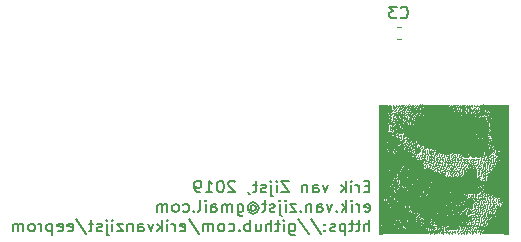
<source format=gbo>
G04 #@! TF.GenerationSoftware,KiCad,Pcbnew,(5.1.2-1)-1*
G04 #@! TF.CreationDate,2019-08-29T21:11:54-07:00*
G04 #@! TF.ProjectId,kicad,6b696361-642e-46b6-9963-61645f706362,rev?*
G04 #@! TF.SameCoordinates,Original*
G04 #@! TF.FileFunction,Legend,Bot*
G04 #@! TF.FilePolarity,Positive*
%FSLAX46Y46*%
G04 Gerber Fmt 4.6, Leading zero omitted, Abs format (unit mm)*
G04 Created by KiCad (PCBNEW (5.1.2-1)-1) date 2019-08-29 21:11:54*
%MOMM*%
%LPD*%
G04 APERTURE LIST*
%ADD10C,0.150000*%
%ADD11C,0.010000*%
%ADD12C,0.120000*%
G04 APERTURE END LIST*
D10*
X187116404Y-98100571D02*
X186783071Y-98100571D01*
X186640214Y-98624380D02*
X187116404Y-98624380D01*
X187116404Y-97624380D01*
X186640214Y-97624380D01*
X186211642Y-98624380D02*
X186211642Y-97957714D01*
X186211642Y-98148190D02*
X186164023Y-98052952D01*
X186116404Y-98005333D01*
X186021166Y-97957714D01*
X185925928Y-97957714D01*
X185592595Y-98624380D02*
X185592595Y-97957714D01*
X185592595Y-97624380D02*
X185640214Y-97672000D01*
X185592595Y-97719619D01*
X185544976Y-97672000D01*
X185592595Y-97624380D01*
X185592595Y-97719619D01*
X185116404Y-98624380D02*
X185116404Y-97624380D01*
X185021166Y-98243428D02*
X184735452Y-98624380D01*
X184735452Y-97957714D02*
X185116404Y-98338666D01*
X183640214Y-97957714D02*
X183402119Y-98624380D01*
X183164023Y-97957714D01*
X182354500Y-98624380D02*
X182354500Y-98100571D01*
X182402119Y-98005333D01*
X182497357Y-97957714D01*
X182687833Y-97957714D01*
X182783071Y-98005333D01*
X182354500Y-98576761D02*
X182449738Y-98624380D01*
X182687833Y-98624380D01*
X182783071Y-98576761D01*
X182830690Y-98481523D01*
X182830690Y-98386285D01*
X182783071Y-98291047D01*
X182687833Y-98243428D01*
X182449738Y-98243428D01*
X182354500Y-98195809D01*
X181878309Y-97957714D02*
X181878309Y-98624380D01*
X181878309Y-98052952D02*
X181830690Y-98005333D01*
X181735452Y-97957714D01*
X181592595Y-97957714D01*
X181497357Y-98005333D01*
X181449738Y-98100571D01*
X181449738Y-98624380D01*
X180306880Y-97624380D02*
X179640214Y-97624380D01*
X180306880Y-98624380D01*
X179640214Y-98624380D01*
X179259261Y-98624380D02*
X179259261Y-97957714D01*
X179259261Y-97624380D02*
X179306880Y-97672000D01*
X179259261Y-97719619D01*
X179211642Y-97672000D01*
X179259261Y-97624380D01*
X179259261Y-97719619D01*
X178783071Y-97957714D02*
X178783071Y-98814857D01*
X178830690Y-98910095D01*
X178925928Y-98957714D01*
X178973547Y-98957714D01*
X178783071Y-97624380D02*
X178830690Y-97672000D01*
X178783071Y-97719619D01*
X178735452Y-97672000D01*
X178783071Y-97624380D01*
X178783071Y-97719619D01*
X178354500Y-98576761D02*
X178259261Y-98624380D01*
X178068785Y-98624380D01*
X177973547Y-98576761D01*
X177925928Y-98481523D01*
X177925928Y-98433904D01*
X177973547Y-98338666D01*
X178068785Y-98291047D01*
X178211642Y-98291047D01*
X178306880Y-98243428D01*
X178354500Y-98148190D01*
X178354500Y-98100571D01*
X178306880Y-98005333D01*
X178211642Y-97957714D01*
X178068785Y-97957714D01*
X177973547Y-98005333D01*
X177640214Y-97957714D02*
X177259261Y-97957714D01*
X177497357Y-97624380D02*
X177497357Y-98481523D01*
X177449738Y-98576761D01*
X177354500Y-98624380D01*
X177259261Y-98624380D01*
X176878309Y-98576761D02*
X176878309Y-98624380D01*
X176925928Y-98719619D01*
X176973547Y-98767238D01*
X175735452Y-97719619D02*
X175687833Y-97672000D01*
X175592595Y-97624380D01*
X175354500Y-97624380D01*
X175259261Y-97672000D01*
X175211642Y-97719619D01*
X175164023Y-97814857D01*
X175164023Y-97910095D01*
X175211642Y-98052952D01*
X175783071Y-98624380D01*
X175164023Y-98624380D01*
X174544976Y-97624380D02*
X174449738Y-97624380D01*
X174354500Y-97672000D01*
X174306880Y-97719619D01*
X174259261Y-97814857D01*
X174211642Y-98005333D01*
X174211642Y-98243428D01*
X174259261Y-98433904D01*
X174306880Y-98529142D01*
X174354500Y-98576761D01*
X174449738Y-98624380D01*
X174544976Y-98624380D01*
X174640214Y-98576761D01*
X174687833Y-98529142D01*
X174735452Y-98433904D01*
X174783071Y-98243428D01*
X174783071Y-98005333D01*
X174735452Y-97814857D01*
X174687833Y-97719619D01*
X174640214Y-97672000D01*
X174544976Y-97624380D01*
X173259261Y-98624380D02*
X173830690Y-98624380D01*
X173544976Y-98624380D02*
X173544976Y-97624380D01*
X173640214Y-97767238D01*
X173735452Y-97862476D01*
X173830690Y-97910095D01*
X172783071Y-98624380D02*
X172592595Y-98624380D01*
X172497357Y-98576761D01*
X172449738Y-98529142D01*
X172354500Y-98386285D01*
X172306880Y-98195809D01*
X172306880Y-97814857D01*
X172354500Y-97719619D01*
X172402119Y-97672000D01*
X172497357Y-97624380D01*
X172687833Y-97624380D01*
X172783071Y-97672000D01*
X172830690Y-97719619D01*
X172878309Y-97814857D01*
X172878309Y-98052952D01*
X172830690Y-98148190D01*
X172783071Y-98195809D01*
X172687833Y-98243428D01*
X172497357Y-98243428D01*
X172402119Y-98195809D01*
X172354500Y-98148190D01*
X172306880Y-98052952D01*
X186735452Y-100226761D02*
X186830690Y-100274380D01*
X187021166Y-100274380D01*
X187116404Y-100226761D01*
X187164023Y-100131523D01*
X187164023Y-99750571D01*
X187116404Y-99655333D01*
X187021166Y-99607714D01*
X186830690Y-99607714D01*
X186735452Y-99655333D01*
X186687833Y-99750571D01*
X186687833Y-99845809D01*
X187164023Y-99941047D01*
X186259261Y-100274380D02*
X186259261Y-99607714D01*
X186259261Y-99798190D02*
X186211642Y-99702952D01*
X186164023Y-99655333D01*
X186068785Y-99607714D01*
X185973547Y-99607714D01*
X185640214Y-100274380D02*
X185640214Y-99607714D01*
X185640214Y-99274380D02*
X185687833Y-99322000D01*
X185640214Y-99369619D01*
X185592595Y-99322000D01*
X185640214Y-99274380D01*
X185640214Y-99369619D01*
X185164023Y-100274380D02*
X185164023Y-99274380D01*
X185068785Y-99893428D02*
X184783071Y-100274380D01*
X184783071Y-99607714D02*
X185164023Y-99988666D01*
X184354500Y-100179142D02*
X184306880Y-100226761D01*
X184354500Y-100274380D01*
X184402119Y-100226761D01*
X184354500Y-100179142D01*
X184354500Y-100274380D01*
X183973547Y-99607714D02*
X183735452Y-100274380D01*
X183497357Y-99607714D01*
X182687833Y-100274380D02*
X182687833Y-99750571D01*
X182735452Y-99655333D01*
X182830690Y-99607714D01*
X183021166Y-99607714D01*
X183116404Y-99655333D01*
X182687833Y-100226761D02*
X182783071Y-100274380D01*
X183021166Y-100274380D01*
X183116404Y-100226761D01*
X183164023Y-100131523D01*
X183164023Y-100036285D01*
X183116404Y-99941047D01*
X183021166Y-99893428D01*
X182783071Y-99893428D01*
X182687833Y-99845809D01*
X182211642Y-99607714D02*
X182211642Y-100274380D01*
X182211642Y-99702952D02*
X182164023Y-99655333D01*
X182068785Y-99607714D01*
X181925928Y-99607714D01*
X181830690Y-99655333D01*
X181783071Y-99750571D01*
X181783071Y-100274380D01*
X181306880Y-100179142D02*
X181259261Y-100226761D01*
X181306880Y-100274380D01*
X181354500Y-100226761D01*
X181306880Y-100179142D01*
X181306880Y-100274380D01*
X180925928Y-99607714D02*
X180402119Y-99607714D01*
X180925928Y-100274380D01*
X180402119Y-100274380D01*
X180021166Y-100274380D02*
X180021166Y-99607714D01*
X180021166Y-99274380D02*
X180068785Y-99322000D01*
X180021166Y-99369619D01*
X179973547Y-99322000D01*
X180021166Y-99274380D01*
X180021166Y-99369619D01*
X179544976Y-99607714D02*
X179544976Y-100464857D01*
X179592595Y-100560095D01*
X179687833Y-100607714D01*
X179735452Y-100607714D01*
X179544976Y-99274380D02*
X179592595Y-99322000D01*
X179544976Y-99369619D01*
X179497357Y-99322000D01*
X179544976Y-99274380D01*
X179544976Y-99369619D01*
X179116404Y-100226761D02*
X179021166Y-100274380D01*
X178830690Y-100274380D01*
X178735452Y-100226761D01*
X178687833Y-100131523D01*
X178687833Y-100083904D01*
X178735452Y-99988666D01*
X178830690Y-99941047D01*
X178973547Y-99941047D01*
X179068785Y-99893428D01*
X179116404Y-99798190D01*
X179116404Y-99750571D01*
X179068785Y-99655333D01*
X178973547Y-99607714D01*
X178830690Y-99607714D01*
X178735452Y-99655333D01*
X178402119Y-99607714D02*
X178021166Y-99607714D01*
X178259261Y-99274380D02*
X178259261Y-100131523D01*
X178211642Y-100226761D01*
X178116404Y-100274380D01*
X178021166Y-100274380D01*
X177068785Y-99798190D02*
X177116404Y-99750571D01*
X177211642Y-99702952D01*
X177306880Y-99702952D01*
X177402119Y-99750571D01*
X177449738Y-99798190D01*
X177497357Y-99893428D01*
X177497357Y-99988666D01*
X177449738Y-100083904D01*
X177402119Y-100131523D01*
X177306880Y-100179142D01*
X177211642Y-100179142D01*
X177116404Y-100131523D01*
X177068785Y-100083904D01*
X177068785Y-99702952D02*
X177068785Y-100083904D01*
X177021166Y-100131523D01*
X176973547Y-100131523D01*
X176878309Y-100083904D01*
X176830690Y-99988666D01*
X176830690Y-99750571D01*
X176925928Y-99607714D01*
X177068785Y-99512476D01*
X177259261Y-99464857D01*
X177449738Y-99512476D01*
X177592595Y-99607714D01*
X177687833Y-99750571D01*
X177735452Y-99941047D01*
X177687833Y-100131523D01*
X177592595Y-100274380D01*
X177449738Y-100369619D01*
X177259261Y-100417238D01*
X177068785Y-100369619D01*
X176925928Y-100274380D01*
X175973547Y-99607714D02*
X175973547Y-100417238D01*
X176021166Y-100512476D01*
X176068785Y-100560095D01*
X176164023Y-100607714D01*
X176306880Y-100607714D01*
X176402119Y-100560095D01*
X175973547Y-100226761D02*
X176068785Y-100274380D01*
X176259261Y-100274380D01*
X176354500Y-100226761D01*
X176402119Y-100179142D01*
X176449738Y-100083904D01*
X176449738Y-99798190D01*
X176402119Y-99702952D01*
X176354500Y-99655333D01*
X176259261Y-99607714D01*
X176068785Y-99607714D01*
X175973547Y-99655333D01*
X175497357Y-100274380D02*
X175497357Y-99607714D01*
X175497357Y-99702952D02*
X175449738Y-99655333D01*
X175354500Y-99607714D01*
X175211642Y-99607714D01*
X175116404Y-99655333D01*
X175068785Y-99750571D01*
X175068785Y-100274380D01*
X175068785Y-99750571D02*
X175021166Y-99655333D01*
X174925928Y-99607714D01*
X174783071Y-99607714D01*
X174687833Y-99655333D01*
X174640214Y-99750571D01*
X174640214Y-100274380D01*
X173735452Y-100274380D02*
X173735452Y-99750571D01*
X173783071Y-99655333D01*
X173878309Y-99607714D01*
X174068785Y-99607714D01*
X174164023Y-99655333D01*
X173735452Y-100226761D02*
X173830690Y-100274380D01*
X174068785Y-100274380D01*
X174164023Y-100226761D01*
X174211642Y-100131523D01*
X174211642Y-100036285D01*
X174164023Y-99941047D01*
X174068785Y-99893428D01*
X173830690Y-99893428D01*
X173735452Y-99845809D01*
X173259261Y-100274380D02*
X173259261Y-99607714D01*
X173259261Y-99274380D02*
X173306880Y-99322000D01*
X173259261Y-99369619D01*
X173211642Y-99322000D01*
X173259261Y-99274380D01*
X173259261Y-99369619D01*
X172640214Y-100274380D02*
X172735452Y-100226761D01*
X172783071Y-100131523D01*
X172783071Y-99274380D01*
X172259261Y-100179142D02*
X172211642Y-100226761D01*
X172259261Y-100274380D01*
X172306880Y-100226761D01*
X172259261Y-100179142D01*
X172259261Y-100274380D01*
X171354500Y-100226761D02*
X171449738Y-100274380D01*
X171640214Y-100274380D01*
X171735452Y-100226761D01*
X171783071Y-100179142D01*
X171830690Y-100083904D01*
X171830690Y-99798190D01*
X171783071Y-99702952D01*
X171735452Y-99655333D01*
X171640214Y-99607714D01*
X171449738Y-99607714D01*
X171354500Y-99655333D01*
X170783071Y-100274380D02*
X170878309Y-100226761D01*
X170925928Y-100179142D01*
X170973547Y-100083904D01*
X170973547Y-99798190D01*
X170925928Y-99702952D01*
X170878309Y-99655333D01*
X170783071Y-99607714D01*
X170640214Y-99607714D01*
X170544976Y-99655333D01*
X170497357Y-99702952D01*
X170449738Y-99798190D01*
X170449738Y-100083904D01*
X170497357Y-100179142D01*
X170544976Y-100226761D01*
X170640214Y-100274380D01*
X170783071Y-100274380D01*
X170021166Y-100274380D02*
X170021166Y-99607714D01*
X170021166Y-99702952D02*
X169973547Y-99655333D01*
X169878309Y-99607714D01*
X169735452Y-99607714D01*
X169640214Y-99655333D01*
X169592595Y-99750571D01*
X169592595Y-100274380D01*
X169592595Y-99750571D02*
X169544976Y-99655333D01*
X169449738Y-99607714D01*
X169306880Y-99607714D01*
X169211642Y-99655333D01*
X169164023Y-99750571D01*
X169164023Y-100274380D01*
X187116404Y-101924380D02*
X187116404Y-100924380D01*
X186687833Y-101924380D02*
X186687833Y-101400571D01*
X186735452Y-101305333D01*
X186830690Y-101257714D01*
X186973547Y-101257714D01*
X187068785Y-101305333D01*
X187116404Y-101352952D01*
X186354500Y-101257714D02*
X185973547Y-101257714D01*
X186211642Y-100924380D02*
X186211642Y-101781523D01*
X186164023Y-101876761D01*
X186068785Y-101924380D01*
X185973547Y-101924380D01*
X185783071Y-101257714D02*
X185402119Y-101257714D01*
X185640214Y-100924380D02*
X185640214Y-101781523D01*
X185592595Y-101876761D01*
X185497357Y-101924380D01*
X185402119Y-101924380D01*
X185068785Y-101257714D02*
X185068785Y-102257714D01*
X185068785Y-101305333D02*
X184973547Y-101257714D01*
X184783071Y-101257714D01*
X184687833Y-101305333D01*
X184640214Y-101352952D01*
X184592595Y-101448190D01*
X184592595Y-101733904D01*
X184640214Y-101829142D01*
X184687833Y-101876761D01*
X184783071Y-101924380D01*
X184973547Y-101924380D01*
X185068785Y-101876761D01*
X184211642Y-101876761D02*
X184116404Y-101924380D01*
X183925928Y-101924380D01*
X183830690Y-101876761D01*
X183783071Y-101781523D01*
X183783071Y-101733904D01*
X183830690Y-101638666D01*
X183925928Y-101591047D01*
X184068785Y-101591047D01*
X184164023Y-101543428D01*
X184211642Y-101448190D01*
X184211642Y-101400571D01*
X184164023Y-101305333D01*
X184068785Y-101257714D01*
X183925928Y-101257714D01*
X183830690Y-101305333D01*
X183354500Y-101829142D02*
X183306880Y-101876761D01*
X183354500Y-101924380D01*
X183402119Y-101876761D01*
X183354500Y-101829142D01*
X183354500Y-101924380D01*
X183354500Y-101305333D02*
X183306880Y-101352952D01*
X183354500Y-101400571D01*
X183402119Y-101352952D01*
X183354500Y-101305333D01*
X183354500Y-101400571D01*
X182164023Y-100876761D02*
X183021166Y-102162476D01*
X181116404Y-100876761D02*
X181973547Y-102162476D01*
X180354500Y-101257714D02*
X180354500Y-102067238D01*
X180402119Y-102162476D01*
X180449738Y-102210095D01*
X180544976Y-102257714D01*
X180687833Y-102257714D01*
X180783071Y-102210095D01*
X180354500Y-101876761D02*
X180449738Y-101924380D01*
X180640214Y-101924380D01*
X180735452Y-101876761D01*
X180783071Y-101829142D01*
X180830690Y-101733904D01*
X180830690Y-101448190D01*
X180783071Y-101352952D01*
X180735452Y-101305333D01*
X180640214Y-101257714D01*
X180449738Y-101257714D01*
X180354500Y-101305333D01*
X179878309Y-101924380D02*
X179878309Y-101257714D01*
X179878309Y-100924380D02*
X179925928Y-100972000D01*
X179878309Y-101019619D01*
X179830690Y-100972000D01*
X179878309Y-100924380D01*
X179878309Y-101019619D01*
X179544976Y-101257714D02*
X179164023Y-101257714D01*
X179402119Y-100924380D02*
X179402119Y-101781523D01*
X179354500Y-101876761D01*
X179259261Y-101924380D01*
X179164023Y-101924380D01*
X178830690Y-101924380D02*
X178830690Y-100924380D01*
X178402119Y-101924380D02*
X178402119Y-101400571D01*
X178449738Y-101305333D01*
X178544976Y-101257714D01*
X178687833Y-101257714D01*
X178783071Y-101305333D01*
X178830690Y-101352952D01*
X177497357Y-101257714D02*
X177497357Y-101924380D01*
X177925928Y-101257714D02*
X177925928Y-101781523D01*
X177878309Y-101876761D01*
X177783071Y-101924380D01*
X177640214Y-101924380D01*
X177544976Y-101876761D01*
X177497357Y-101829142D01*
X177021166Y-101924380D02*
X177021166Y-100924380D01*
X177021166Y-101305333D02*
X176925928Y-101257714D01*
X176735452Y-101257714D01*
X176640214Y-101305333D01*
X176592595Y-101352952D01*
X176544976Y-101448190D01*
X176544976Y-101733904D01*
X176592595Y-101829142D01*
X176640214Y-101876761D01*
X176735452Y-101924380D01*
X176925928Y-101924380D01*
X177021166Y-101876761D01*
X176116404Y-101829142D02*
X176068785Y-101876761D01*
X176116404Y-101924380D01*
X176164023Y-101876761D01*
X176116404Y-101829142D01*
X176116404Y-101924380D01*
X175211642Y-101876761D02*
X175306880Y-101924380D01*
X175497357Y-101924380D01*
X175592595Y-101876761D01*
X175640214Y-101829142D01*
X175687833Y-101733904D01*
X175687833Y-101448190D01*
X175640214Y-101352952D01*
X175592595Y-101305333D01*
X175497357Y-101257714D01*
X175306880Y-101257714D01*
X175211642Y-101305333D01*
X174640214Y-101924380D02*
X174735452Y-101876761D01*
X174783071Y-101829142D01*
X174830690Y-101733904D01*
X174830690Y-101448190D01*
X174783071Y-101352952D01*
X174735452Y-101305333D01*
X174640214Y-101257714D01*
X174497357Y-101257714D01*
X174402119Y-101305333D01*
X174354500Y-101352952D01*
X174306880Y-101448190D01*
X174306880Y-101733904D01*
X174354500Y-101829142D01*
X174402119Y-101876761D01*
X174497357Y-101924380D01*
X174640214Y-101924380D01*
X173878309Y-101924380D02*
X173878309Y-101257714D01*
X173878309Y-101352952D02*
X173830690Y-101305333D01*
X173735452Y-101257714D01*
X173592595Y-101257714D01*
X173497357Y-101305333D01*
X173449738Y-101400571D01*
X173449738Y-101924380D01*
X173449738Y-101400571D02*
X173402119Y-101305333D01*
X173306880Y-101257714D01*
X173164023Y-101257714D01*
X173068785Y-101305333D01*
X173021166Y-101400571D01*
X173021166Y-101924380D01*
X171830690Y-100876761D02*
X172687833Y-102162476D01*
X171116404Y-101876761D02*
X171211642Y-101924380D01*
X171402119Y-101924380D01*
X171497357Y-101876761D01*
X171544976Y-101781523D01*
X171544976Y-101400571D01*
X171497357Y-101305333D01*
X171402119Y-101257714D01*
X171211642Y-101257714D01*
X171116404Y-101305333D01*
X171068785Y-101400571D01*
X171068785Y-101495809D01*
X171544976Y-101591047D01*
X170640214Y-101924380D02*
X170640214Y-101257714D01*
X170640214Y-101448190D02*
X170592595Y-101352952D01*
X170544976Y-101305333D01*
X170449738Y-101257714D01*
X170354500Y-101257714D01*
X170021166Y-101924380D02*
X170021166Y-101257714D01*
X170021166Y-100924380D02*
X170068785Y-100972000D01*
X170021166Y-101019619D01*
X169973547Y-100972000D01*
X170021166Y-100924380D01*
X170021166Y-101019619D01*
X169544976Y-101924380D02*
X169544976Y-100924380D01*
X169449738Y-101543428D02*
X169164023Y-101924380D01*
X169164023Y-101257714D02*
X169544976Y-101638666D01*
X168830690Y-101257714D02*
X168592595Y-101924380D01*
X168354500Y-101257714D01*
X167544976Y-101924380D02*
X167544976Y-101400571D01*
X167592595Y-101305333D01*
X167687833Y-101257714D01*
X167878309Y-101257714D01*
X167973547Y-101305333D01*
X167544976Y-101876761D02*
X167640214Y-101924380D01*
X167878309Y-101924380D01*
X167973547Y-101876761D01*
X168021166Y-101781523D01*
X168021166Y-101686285D01*
X167973547Y-101591047D01*
X167878309Y-101543428D01*
X167640214Y-101543428D01*
X167544976Y-101495809D01*
X167068785Y-101257714D02*
X167068785Y-101924380D01*
X167068785Y-101352952D02*
X167021166Y-101305333D01*
X166925928Y-101257714D01*
X166783071Y-101257714D01*
X166687833Y-101305333D01*
X166640214Y-101400571D01*
X166640214Y-101924380D01*
X166259261Y-101257714D02*
X165735452Y-101257714D01*
X166259261Y-101924380D01*
X165735452Y-101924380D01*
X165354500Y-101924380D02*
X165354500Y-101257714D01*
X165354500Y-100924380D02*
X165402119Y-100972000D01*
X165354500Y-101019619D01*
X165306880Y-100972000D01*
X165354500Y-100924380D01*
X165354500Y-101019619D01*
X164878309Y-101257714D02*
X164878309Y-102114857D01*
X164925928Y-102210095D01*
X165021166Y-102257714D01*
X165068785Y-102257714D01*
X164878309Y-100924380D02*
X164925928Y-100972000D01*
X164878309Y-101019619D01*
X164830690Y-100972000D01*
X164878309Y-100924380D01*
X164878309Y-101019619D01*
X164449738Y-101876761D02*
X164354500Y-101924380D01*
X164164023Y-101924380D01*
X164068785Y-101876761D01*
X164021166Y-101781523D01*
X164021166Y-101733904D01*
X164068785Y-101638666D01*
X164164023Y-101591047D01*
X164306880Y-101591047D01*
X164402119Y-101543428D01*
X164449738Y-101448190D01*
X164449738Y-101400571D01*
X164402119Y-101305333D01*
X164306880Y-101257714D01*
X164164023Y-101257714D01*
X164068785Y-101305333D01*
X163735452Y-101257714D02*
X163354500Y-101257714D01*
X163592595Y-100924380D02*
X163592595Y-101781523D01*
X163544976Y-101876761D01*
X163449738Y-101924380D01*
X163354500Y-101924380D01*
X162306880Y-100876761D02*
X163164023Y-102162476D01*
X161592595Y-101876761D02*
X161687833Y-101924380D01*
X161878309Y-101924380D01*
X161973547Y-101876761D01*
X162021166Y-101781523D01*
X162021166Y-101400571D01*
X161973547Y-101305333D01*
X161878309Y-101257714D01*
X161687833Y-101257714D01*
X161592595Y-101305333D01*
X161544976Y-101400571D01*
X161544976Y-101495809D01*
X162021166Y-101591047D01*
X160735452Y-101876761D02*
X160830690Y-101924380D01*
X161021166Y-101924380D01*
X161116404Y-101876761D01*
X161164023Y-101781523D01*
X161164023Y-101400571D01*
X161116404Y-101305333D01*
X161021166Y-101257714D01*
X160830690Y-101257714D01*
X160735452Y-101305333D01*
X160687833Y-101400571D01*
X160687833Y-101495809D01*
X161164023Y-101591047D01*
X160259261Y-101257714D02*
X160259261Y-102257714D01*
X160259261Y-101305333D02*
X160164023Y-101257714D01*
X159973547Y-101257714D01*
X159878309Y-101305333D01*
X159830690Y-101352952D01*
X159783071Y-101448190D01*
X159783071Y-101733904D01*
X159830690Y-101829142D01*
X159878309Y-101876761D01*
X159973547Y-101924380D01*
X160164023Y-101924380D01*
X160259261Y-101876761D01*
X159354500Y-101924380D02*
X159354500Y-101257714D01*
X159354500Y-101448190D02*
X159306880Y-101352952D01*
X159259261Y-101305333D01*
X159164023Y-101257714D01*
X159068785Y-101257714D01*
X158592595Y-101924380D02*
X158687833Y-101876761D01*
X158735452Y-101829142D01*
X158783071Y-101733904D01*
X158783071Y-101448190D01*
X158735452Y-101352952D01*
X158687833Y-101305333D01*
X158592595Y-101257714D01*
X158449738Y-101257714D01*
X158354500Y-101305333D01*
X158306880Y-101352952D01*
X158259261Y-101448190D01*
X158259261Y-101733904D01*
X158306880Y-101829142D01*
X158354500Y-101876761D01*
X158449738Y-101924380D01*
X158592595Y-101924380D01*
X157830690Y-101924380D02*
X157830690Y-101257714D01*
X157830690Y-101352952D02*
X157783071Y-101305333D01*
X157687833Y-101257714D01*
X157544976Y-101257714D01*
X157449738Y-101305333D01*
X157402119Y-101400571D01*
X157402119Y-101924380D01*
X157402119Y-101400571D02*
X157354500Y-101305333D01*
X157259261Y-101257714D01*
X157116404Y-101257714D01*
X157021166Y-101305333D01*
X156973547Y-101400571D01*
X156973547Y-101924380D01*
D11*
G36*
X196977000Y-94202250D02*
G01*
X197008750Y-94234000D01*
X197040500Y-94202250D01*
X197008750Y-94170500D01*
X196977000Y-94202250D01*
X196977000Y-94202250D01*
G37*
X196977000Y-94202250D02*
X197008750Y-94234000D01*
X197040500Y-94202250D01*
X197008750Y-94170500D01*
X196977000Y-94202250D01*
G36*
X190627000Y-98647250D02*
G01*
X190658750Y-98679000D01*
X190690500Y-98647250D01*
X190658750Y-98615500D01*
X190627000Y-98647250D01*
X190627000Y-98647250D01*
G37*
X190627000Y-98647250D02*
X190658750Y-98679000D01*
X190690500Y-98647250D01*
X190658750Y-98615500D01*
X190627000Y-98647250D01*
G36*
X189049312Y-94831186D02*
G01*
X188981142Y-94895124D01*
X188995126Y-94931881D01*
X189004003Y-94932500D01*
X189057712Y-94887397D01*
X189077314Y-94859188D01*
X189084799Y-94815735D01*
X189049312Y-94831186D01*
X189049312Y-94831186D01*
G37*
X189049312Y-94831186D02*
X188981142Y-94895124D01*
X188995126Y-94931881D01*
X189004003Y-94932500D01*
X189057712Y-94887397D01*
X189077314Y-94859188D01*
X189084799Y-94815735D01*
X189049312Y-94831186D01*
G36*
X189738000Y-95091250D02*
G01*
X189769750Y-95123000D01*
X189801500Y-95091250D01*
X189769750Y-95059500D01*
X189738000Y-95091250D01*
X189738000Y-95091250D01*
G37*
X189738000Y-95091250D02*
X189769750Y-95123000D01*
X189801500Y-95091250D01*
X189769750Y-95059500D01*
X189738000Y-95091250D01*
G36*
X188750455Y-96775765D02*
G01*
X188743167Y-96805750D01*
X188793566Y-96873456D01*
X188827834Y-96879833D01*
X188905213Y-96835734D01*
X188912500Y-96805750D01*
X188862102Y-96738043D01*
X188827834Y-96731666D01*
X188750455Y-96775765D01*
X188750455Y-96775765D01*
G37*
X188750455Y-96775765D02*
X188743167Y-96805750D01*
X188793566Y-96873456D01*
X188827834Y-96879833D01*
X188905213Y-96835734D01*
X188912500Y-96805750D01*
X188862102Y-96738043D01*
X188827834Y-96731666D01*
X188750455Y-96775765D01*
G36*
X188350812Y-97815686D02*
G01*
X188282642Y-97879624D01*
X188296626Y-97916381D01*
X188305503Y-97917000D01*
X188359212Y-97871897D01*
X188378814Y-97843688D01*
X188386299Y-97800235D01*
X188350812Y-97815686D01*
X188350812Y-97815686D01*
G37*
X188350812Y-97815686D02*
X188282642Y-97879624D01*
X188296626Y-97916381D01*
X188305503Y-97917000D01*
X188359212Y-97871897D01*
X188378814Y-97843688D01*
X188386299Y-97800235D01*
X188350812Y-97815686D01*
G36*
X188145410Y-101427370D02*
G01*
X188102314Y-101572631D01*
X188107113Y-101649620D01*
X188135635Y-101711773D01*
X188147853Y-101695250D01*
X188185317Y-101486583D01*
X188195575Y-101386207D01*
X188178485Y-101378333D01*
X188145410Y-101427370D01*
X188145410Y-101427370D01*
G37*
X188145410Y-101427370D02*
X188102314Y-101572631D01*
X188107113Y-101649620D01*
X188135635Y-101711773D01*
X188147853Y-101695250D01*
X188185317Y-101486583D01*
X188195575Y-101386207D01*
X188178485Y-101378333D01*
X188145410Y-101427370D01*
G36*
X191008000Y-101695250D02*
G01*
X191039750Y-101727000D01*
X191071500Y-101695250D01*
X191039750Y-101663500D01*
X191008000Y-101695250D01*
X191008000Y-101695250D01*
G37*
X191008000Y-101695250D02*
X191039750Y-101727000D01*
X191071500Y-101695250D01*
X191039750Y-101663500D01*
X191008000Y-101695250D01*
G36*
X191008000Y-101822250D02*
G01*
X191039750Y-101854000D01*
X191071500Y-101822250D01*
X191039750Y-101790500D01*
X191008000Y-101822250D01*
X191008000Y-101822250D01*
G37*
X191008000Y-101822250D02*
X191039750Y-101854000D01*
X191071500Y-101822250D01*
X191039750Y-101790500D01*
X191008000Y-101822250D01*
G36*
X195453000Y-91471750D02*
G01*
X195484750Y-91503500D01*
X195516500Y-91471750D01*
X195484750Y-91440000D01*
X195453000Y-91471750D01*
X195453000Y-91471750D01*
G37*
X195453000Y-91471750D02*
X195484750Y-91503500D01*
X195516500Y-91471750D01*
X195484750Y-91440000D01*
X195453000Y-91471750D01*
G36*
X191579500Y-91471750D02*
G01*
X191611250Y-91503500D01*
X191643000Y-91471750D01*
X191611250Y-91440000D01*
X191579500Y-91471750D01*
X191579500Y-91471750D01*
G37*
X191579500Y-91471750D02*
X191611250Y-91503500D01*
X191643000Y-91471750D01*
X191611250Y-91440000D01*
X191579500Y-91471750D01*
G36*
X191664167Y-91715166D02*
G01*
X191656567Y-91790526D01*
X191664167Y-91799833D01*
X191701918Y-91791116D01*
X191706500Y-91757500D01*
X191683267Y-91705232D01*
X191664167Y-91715166D01*
X191664167Y-91715166D01*
G37*
X191664167Y-91715166D02*
X191656567Y-91790526D01*
X191664167Y-91799833D01*
X191701918Y-91791116D01*
X191706500Y-91757500D01*
X191683267Y-91705232D01*
X191664167Y-91715166D01*
G36*
X191643000Y-91916250D02*
G01*
X191674750Y-91948000D01*
X191706500Y-91916250D01*
X191674750Y-91884500D01*
X191643000Y-91916250D01*
X191643000Y-91916250D01*
G37*
X191643000Y-91916250D02*
X191674750Y-91948000D01*
X191706500Y-91916250D01*
X191674750Y-91884500D01*
X191643000Y-91916250D01*
G36*
X193738500Y-98520250D02*
G01*
X193770250Y-98552000D01*
X193802000Y-98520250D01*
X193770250Y-98488500D01*
X193738500Y-98520250D01*
X193738500Y-98520250D01*
G37*
X193738500Y-98520250D02*
X193770250Y-98552000D01*
X193802000Y-98520250D01*
X193770250Y-98488500D01*
X193738500Y-98520250D01*
G36*
X198374000Y-99663250D02*
G01*
X198405750Y-99695000D01*
X198437500Y-99663250D01*
X198405750Y-99631500D01*
X198374000Y-99663250D01*
X198374000Y-99663250D01*
G37*
X198374000Y-99663250D02*
X198405750Y-99695000D01*
X198437500Y-99663250D01*
X198405750Y-99631500D01*
X198374000Y-99663250D01*
G36*
X195171630Y-98421365D02*
G01*
X195073629Y-98454826D01*
X195036501Y-98440324D01*
X195024784Y-98444049D01*
X195068968Y-98507957D01*
X195115279Y-98588052D01*
X195098624Y-98603207D01*
X195037646Y-98609029D01*
X195035106Y-98615500D01*
X195004391Y-98689852D01*
X194955415Y-98786539D01*
X194912868Y-98886649D01*
X194953028Y-98909602D01*
X195007929Y-98901360D01*
X195139483Y-98929019D01*
X195220501Y-99061746D01*
X195243262Y-99285040D01*
X195240267Y-99337745D01*
X195229630Y-99501007D01*
X195240635Y-99556113D01*
X195284855Y-99521504D01*
X195325420Y-99473449D01*
X195414906Y-99410635D01*
X195460305Y-99413764D01*
X195467147Y-99388465D01*
X195460073Y-99373365D01*
X195373932Y-99373365D01*
X195365246Y-99377500D01*
X195307297Y-99332797D01*
X195294250Y-99314000D01*
X195278069Y-99254634D01*
X195286755Y-99250500D01*
X195344704Y-99295202D01*
X195357750Y-99314000D01*
X195373932Y-99373365D01*
X195460073Y-99373365D01*
X195418107Y-99283791D01*
X195384208Y-99224039D01*
X195271341Y-99002563D01*
X195240437Y-98834968D01*
X195289103Y-98680198D01*
X195340436Y-98598820D01*
X195246320Y-98598820D01*
X195226659Y-98665219D01*
X195189214Y-98775075D01*
X195185392Y-98811291D01*
X195141813Y-98845778D01*
X195113830Y-98848333D01*
X195047320Y-98796225D01*
X195035715Y-98739131D01*
X195071870Y-98660897D01*
X195117358Y-98661258D01*
X195184309Y-98636402D01*
X195204014Y-98542918D01*
X195218397Y-98459127D01*
X195241754Y-98474719D01*
X195246320Y-98598820D01*
X195340436Y-98598820D01*
X195347162Y-98588159D01*
X195413919Y-98479948D01*
X195417969Y-98441245D01*
X195406377Y-98446319D01*
X195315951Y-98446439D01*
X195292985Y-98422952D01*
X195223052Y-98390379D01*
X195171630Y-98421365D01*
X195171630Y-98421365D01*
G37*
X195171630Y-98421365D02*
X195073629Y-98454826D01*
X195036501Y-98440324D01*
X195024784Y-98444049D01*
X195068968Y-98507957D01*
X195115279Y-98588052D01*
X195098624Y-98603207D01*
X195037646Y-98609029D01*
X195035106Y-98615500D01*
X195004391Y-98689852D01*
X194955415Y-98786539D01*
X194912868Y-98886649D01*
X194953028Y-98909602D01*
X195007929Y-98901360D01*
X195139483Y-98929019D01*
X195220501Y-99061746D01*
X195243262Y-99285040D01*
X195240267Y-99337745D01*
X195229630Y-99501007D01*
X195240635Y-99556113D01*
X195284855Y-99521504D01*
X195325420Y-99473449D01*
X195414906Y-99410635D01*
X195460305Y-99413764D01*
X195467147Y-99388465D01*
X195460073Y-99373365D01*
X195373932Y-99373365D01*
X195365246Y-99377500D01*
X195307297Y-99332797D01*
X195294250Y-99314000D01*
X195278069Y-99254634D01*
X195286755Y-99250500D01*
X195344704Y-99295202D01*
X195357750Y-99314000D01*
X195373932Y-99373365D01*
X195460073Y-99373365D01*
X195418107Y-99283791D01*
X195384208Y-99224039D01*
X195271341Y-99002563D01*
X195240437Y-98834968D01*
X195289103Y-98680198D01*
X195340436Y-98598820D01*
X195246320Y-98598820D01*
X195226659Y-98665219D01*
X195189214Y-98775075D01*
X195185392Y-98811291D01*
X195141813Y-98845778D01*
X195113830Y-98848333D01*
X195047320Y-98796225D01*
X195035715Y-98739131D01*
X195071870Y-98660897D01*
X195117358Y-98661258D01*
X195184309Y-98636402D01*
X195204014Y-98542918D01*
X195218397Y-98459127D01*
X195241754Y-98474719D01*
X195246320Y-98598820D01*
X195340436Y-98598820D01*
X195347162Y-98588159D01*
X195413919Y-98479948D01*
X195417969Y-98441245D01*
X195406377Y-98446319D01*
X195315951Y-98446439D01*
X195292985Y-98422952D01*
X195223052Y-98390379D01*
X195171630Y-98421365D01*
G36*
X193802000Y-99599750D02*
G01*
X193833750Y-99631500D01*
X193865500Y-99599750D01*
X193833750Y-99568000D01*
X193802000Y-99599750D01*
X193802000Y-99599750D01*
G37*
X193802000Y-99599750D02*
X193833750Y-99631500D01*
X193865500Y-99599750D01*
X193833750Y-99568000D01*
X193802000Y-99599750D01*
G36*
X193950167Y-99589166D02*
G01*
X193942567Y-99664526D01*
X193950167Y-99673833D01*
X193987918Y-99665116D01*
X193992500Y-99631500D01*
X193969267Y-99579232D01*
X193950167Y-99589166D01*
X193950167Y-99589166D01*
G37*
X193950167Y-99589166D02*
X193942567Y-99664526D01*
X193950167Y-99673833D01*
X193987918Y-99665116D01*
X193992500Y-99631500D01*
X193969267Y-99579232D01*
X193950167Y-99589166D01*
G36*
X195199000Y-99663250D02*
G01*
X195230750Y-99695000D01*
X195262500Y-99663250D01*
X195230750Y-99631500D01*
X195199000Y-99663250D01*
X195199000Y-99663250D01*
G37*
X195199000Y-99663250D02*
X195230750Y-99695000D01*
X195262500Y-99663250D01*
X195230750Y-99631500D01*
X195199000Y-99663250D01*
G36*
X194322877Y-99618939D02*
G01*
X194310000Y-99691252D01*
X194324102Y-99805668D01*
X194362001Y-99798492D01*
X194395683Y-99728783D01*
X194395006Y-99626604D01*
X194370727Y-99598036D01*
X194322877Y-99618939D01*
X194322877Y-99618939D01*
G37*
X194322877Y-99618939D02*
X194310000Y-99691252D01*
X194324102Y-99805668D01*
X194362001Y-99798492D01*
X194395683Y-99728783D01*
X194395006Y-99626604D01*
X194370727Y-99598036D01*
X194322877Y-99618939D01*
G36*
X194564000Y-100171250D02*
G01*
X194595750Y-100203000D01*
X194627500Y-100171250D01*
X194595750Y-100139500D01*
X194564000Y-100171250D01*
X194564000Y-100171250D01*
G37*
X194564000Y-100171250D02*
X194595750Y-100203000D01*
X194627500Y-100171250D01*
X194595750Y-100139500D01*
X194564000Y-100171250D01*
G36*
X193318641Y-99754924D02*
G01*
X193307578Y-99873740D01*
X193307618Y-99875206D01*
X193297682Y-100032024D01*
X193270618Y-100125961D01*
X193272685Y-100214528D01*
X193294538Y-100235082D01*
X193349575Y-100241212D01*
X193351554Y-100223594D01*
X193356280Y-100139500D01*
X193380615Y-100023433D01*
X193384850Y-99875009D01*
X193369608Y-99755429D01*
X193352028Y-99723368D01*
X193318641Y-99754924D01*
X193318641Y-99754924D01*
G37*
X193318641Y-99754924D02*
X193307578Y-99873740D01*
X193307618Y-99875206D01*
X193297682Y-100032024D01*
X193270618Y-100125961D01*
X193272685Y-100214528D01*
X193294538Y-100235082D01*
X193349575Y-100241212D01*
X193351554Y-100223594D01*
X193356280Y-100139500D01*
X193380615Y-100023433D01*
X193384850Y-99875009D01*
X193369608Y-99755429D01*
X193352028Y-99723368D01*
X193318641Y-99754924D01*
G36*
X192913000Y-100298250D02*
G01*
X192944750Y-100330000D01*
X192976500Y-100298250D01*
X192944750Y-100266500D01*
X192913000Y-100298250D01*
X192913000Y-100298250D01*
G37*
X192913000Y-100298250D02*
X192944750Y-100330000D01*
X192976500Y-100298250D01*
X192944750Y-100266500D01*
X192913000Y-100298250D01*
G36*
X194945000Y-100298250D02*
G01*
X194976750Y-100330000D01*
X195008500Y-100298250D01*
X194976750Y-100266500D01*
X194945000Y-100298250D01*
X194945000Y-100298250D01*
G37*
X194945000Y-100298250D02*
X194976750Y-100330000D01*
X195008500Y-100298250D01*
X194976750Y-100266500D01*
X194945000Y-100298250D01*
G36*
X193456066Y-99746970D02*
G01*
X193451946Y-99867263D01*
X193479929Y-100002450D01*
X193508234Y-100063734D01*
X193534672Y-100187010D01*
X193522842Y-100294593D01*
X193527474Y-100447474D01*
X193572334Y-100514344D01*
X193651472Y-100542466D01*
X193733392Y-100470294D01*
X193762220Y-100428594D01*
X193799944Y-100357172D01*
X193660818Y-100357172D01*
X193636237Y-100463557D01*
X193603991Y-100484108D01*
X193582086Y-100409047D01*
X193593118Y-100329936D01*
X193634453Y-100217855D01*
X193660330Y-100228627D01*
X193660818Y-100357172D01*
X193799944Y-100357172D01*
X193846493Y-100269044D01*
X193846766Y-100266500D01*
X193802000Y-100266500D01*
X193778767Y-100318767D01*
X193759667Y-100308833D01*
X193752067Y-100233473D01*
X193759667Y-100224166D01*
X193797418Y-100232883D01*
X193802000Y-100266500D01*
X193846766Y-100266500D01*
X193856981Y-100171509D01*
X193792596Y-100154551D01*
X193777988Y-100159494D01*
X193659157Y-100150512D01*
X193575975Y-100040269D01*
X193548000Y-99872800D01*
X193531416Y-99744594D01*
X193494307Y-99695000D01*
X193456066Y-99746970D01*
X193456066Y-99746970D01*
G37*
X193456066Y-99746970D02*
X193451946Y-99867263D01*
X193479929Y-100002450D01*
X193508234Y-100063734D01*
X193534672Y-100187010D01*
X193522842Y-100294593D01*
X193527474Y-100447474D01*
X193572334Y-100514344D01*
X193651472Y-100542466D01*
X193733392Y-100470294D01*
X193762220Y-100428594D01*
X193799944Y-100357172D01*
X193660818Y-100357172D01*
X193636237Y-100463557D01*
X193603991Y-100484108D01*
X193582086Y-100409047D01*
X193593118Y-100329936D01*
X193634453Y-100217855D01*
X193660330Y-100228627D01*
X193660818Y-100357172D01*
X193799944Y-100357172D01*
X193846493Y-100269044D01*
X193846766Y-100266500D01*
X193802000Y-100266500D01*
X193778767Y-100318767D01*
X193759667Y-100308833D01*
X193752067Y-100233473D01*
X193759667Y-100224166D01*
X193797418Y-100232883D01*
X193802000Y-100266500D01*
X193846766Y-100266500D01*
X193856981Y-100171509D01*
X193792596Y-100154551D01*
X193777988Y-100159494D01*
X193659157Y-100150512D01*
X193575975Y-100040269D01*
X193548000Y-99872800D01*
X193531416Y-99744594D01*
X193494307Y-99695000D01*
X193456066Y-99746970D01*
G36*
X194599712Y-99501797D02*
G01*
X194533747Y-99606127D01*
X194558404Y-99724210D01*
X194576879Y-99745978D01*
X194598306Y-99823255D01*
X194569533Y-99850330D01*
X194507903Y-99944813D01*
X194500500Y-99995372D01*
X194460199Y-100125369D01*
X194410344Y-100197999D01*
X194356486Y-100285198D01*
X194386476Y-100375352D01*
X194435017Y-100439420D01*
X194549847Y-100580590D01*
X194580158Y-100422029D01*
X194581974Y-100292958D01*
X194495487Y-100292958D01*
X194483812Y-100375318D01*
X194462136Y-100376302D01*
X194446977Y-100291314D01*
X194457123Y-100254593D01*
X194485319Y-100230541D01*
X194495487Y-100292958D01*
X194581974Y-100292958D01*
X194582030Y-100289018D01*
X194549952Y-100226067D01*
X194528537Y-100158445D01*
X194553505Y-100124595D01*
X194602537Y-100021416D01*
X194601196Y-99988887D01*
X194602274Y-99952098D01*
X194611581Y-99965270D01*
X194672604Y-99986552D01*
X194737864Y-99933998D01*
X194754500Y-99878004D01*
X194720827Y-99838112D01*
X194706875Y-99843938D01*
X194672716Y-99812038D01*
X194659250Y-99699519D01*
X194665445Y-99663250D01*
X194627500Y-99663250D01*
X194595750Y-99695000D01*
X194564000Y-99663250D01*
X194595750Y-99631500D01*
X194627500Y-99663250D01*
X194665445Y-99663250D01*
X194680835Y-99573167D01*
X194727797Y-99525666D01*
X194770089Y-99578943D01*
X194770450Y-99689708D01*
X194761298Y-99794198D01*
X194790291Y-99787083D01*
X194812057Y-99758500D01*
X194865513Y-99709635D01*
X194877190Y-99748378D01*
X194844562Y-99841557D01*
X194821459Y-99882078D01*
X194798451Y-100016552D01*
X194818000Y-100076000D01*
X194836145Y-100214220D01*
X194814542Y-100269921D01*
X194773272Y-100304537D01*
X194756609Y-100226035D01*
X194755473Y-100176541D01*
X194742257Y-100060132D01*
X194711658Y-100034259D01*
X194710329Y-100035504D01*
X194655042Y-100166792D01*
X194696589Y-100302867D01*
X194723123Y-100330309D01*
X194815740Y-100357536D01*
X194878113Y-100266257D01*
X194906494Y-100062171D01*
X194906900Y-100050776D01*
X194930378Y-99918305D01*
X194978647Y-99865726D01*
X194982042Y-99866097D01*
X195043179Y-99827269D01*
X195050834Y-99786722D01*
X195034383Y-99722417D01*
X195019635Y-99726199D01*
X194952710Y-99726347D01*
X194882947Y-99656168D01*
X194852482Y-99564105D01*
X194857273Y-99539544D01*
X194833606Y-99473637D01*
X194731829Y-99456875D01*
X194599712Y-99501797D01*
X194599712Y-99501797D01*
G37*
X194599712Y-99501797D02*
X194533747Y-99606127D01*
X194558404Y-99724210D01*
X194576879Y-99745978D01*
X194598306Y-99823255D01*
X194569533Y-99850330D01*
X194507903Y-99944813D01*
X194500500Y-99995372D01*
X194460199Y-100125369D01*
X194410344Y-100197999D01*
X194356486Y-100285198D01*
X194386476Y-100375352D01*
X194435017Y-100439420D01*
X194549847Y-100580590D01*
X194580158Y-100422029D01*
X194581974Y-100292958D01*
X194495487Y-100292958D01*
X194483812Y-100375318D01*
X194462136Y-100376302D01*
X194446977Y-100291314D01*
X194457123Y-100254593D01*
X194485319Y-100230541D01*
X194495487Y-100292958D01*
X194581974Y-100292958D01*
X194582030Y-100289018D01*
X194549952Y-100226067D01*
X194528537Y-100158445D01*
X194553505Y-100124595D01*
X194602537Y-100021416D01*
X194601196Y-99988887D01*
X194602274Y-99952098D01*
X194611581Y-99965270D01*
X194672604Y-99986552D01*
X194737864Y-99933998D01*
X194754500Y-99878004D01*
X194720827Y-99838112D01*
X194706875Y-99843938D01*
X194672716Y-99812038D01*
X194659250Y-99699519D01*
X194665445Y-99663250D01*
X194627500Y-99663250D01*
X194595750Y-99695000D01*
X194564000Y-99663250D01*
X194595750Y-99631500D01*
X194627500Y-99663250D01*
X194665445Y-99663250D01*
X194680835Y-99573167D01*
X194727797Y-99525666D01*
X194770089Y-99578943D01*
X194770450Y-99689708D01*
X194761298Y-99794198D01*
X194790291Y-99787083D01*
X194812057Y-99758500D01*
X194865513Y-99709635D01*
X194877190Y-99748378D01*
X194844562Y-99841557D01*
X194821459Y-99882078D01*
X194798451Y-100016552D01*
X194818000Y-100076000D01*
X194836145Y-100214220D01*
X194814542Y-100269921D01*
X194773272Y-100304537D01*
X194756609Y-100226035D01*
X194755473Y-100176541D01*
X194742257Y-100060132D01*
X194711658Y-100034259D01*
X194710329Y-100035504D01*
X194655042Y-100166792D01*
X194696589Y-100302867D01*
X194723123Y-100330309D01*
X194815740Y-100357536D01*
X194878113Y-100266257D01*
X194906494Y-100062171D01*
X194906900Y-100050776D01*
X194930378Y-99918305D01*
X194978647Y-99865726D01*
X194982042Y-99866097D01*
X195043179Y-99827269D01*
X195050834Y-99786722D01*
X195034383Y-99722417D01*
X195019635Y-99726199D01*
X194952710Y-99726347D01*
X194882947Y-99656168D01*
X194852482Y-99564105D01*
X194857273Y-99539544D01*
X194833606Y-99473637D01*
X194731829Y-99456875D01*
X194599712Y-99501797D01*
G36*
X194060464Y-99507675D02*
G01*
X194092689Y-99633803D01*
X194117269Y-99667368D01*
X194155866Y-99760423D01*
X194191474Y-99936623D01*
X194210270Y-100094438D01*
X194245734Y-100365633D01*
X194294740Y-100545625D01*
X194352488Y-100620945D01*
X194392893Y-100606941D01*
X194436961Y-100524419D01*
X194406610Y-100481383D01*
X194357625Y-100495183D01*
X194312490Y-100508883D01*
X194325325Y-100488898D01*
X194333148Y-100402608D01*
X194308667Y-100360142D01*
X194288883Y-100265693D01*
X194340967Y-100203649D01*
X194422821Y-100080443D01*
X194437000Y-100008472D01*
X194468565Y-99889805D01*
X194501536Y-99853109D01*
X194536653Y-99774638D01*
X194527190Y-99750312D01*
X194471446Y-99739424D01*
X194403504Y-99805076D01*
X194354732Y-99904514D01*
X194353143Y-99987541D01*
X194347000Y-100078532D01*
X194330205Y-100095258D01*
X194299530Y-100059774D01*
X194283641Y-99932621D01*
X194283034Y-99863556D01*
X194289642Y-99652271D01*
X194305579Y-99546405D01*
X194339771Y-99524376D01*
X194401141Y-99564602D01*
X194405250Y-99568000D01*
X194480822Y-99613844D01*
X194500473Y-99561479D01*
X194500500Y-99556725D01*
X194451691Y-99486661D01*
X194343527Y-99465132D01*
X194233406Y-99490695D01*
X194178725Y-99561905D01*
X194178537Y-99564824D01*
X194162304Y-99610435D01*
X194119500Y-99536250D01*
X194076630Y-99462032D01*
X194060464Y-99507675D01*
X194060464Y-99507675D01*
G37*
X194060464Y-99507675D02*
X194092689Y-99633803D01*
X194117269Y-99667368D01*
X194155866Y-99760423D01*
X194191474Y-99936623D01*
X194210270Y-100094438D01*
X194245734Y-100365633D01*
X194294740Y-100545625D01*
X194352488Y-100620945D01*
X194392893Y-100606941D01*
X194436961Y-100524419D01*
X194406610Y-100481383D01*
X194357625Y-100495183D01*
X194312490Y-100508883D01*
X194325325Y-100488898D01*
X194333148Y-100402608D01*
X194308667Y-100360142D01*
X194288883Y-100265693D01*
X194340967Y-100203649D01*
X194422821Y-100080443D01*
X194437000Y-100008472D01*
X194468565Y-99889805D01*
X194501536Y-99853109D01*
X194536653Y-99774638D01*
X194527190Y-99750312D01*
X194471446Y-99739424D01*
X194403504Y-99805076D01*
X194354732Y-99904514D01*
X194353143Y-99987541D01*
X194347000Y-100078532D01*
X194330205Y-100095258D01*
X194299530Y-100059774D01*
X194283641Y-99932621D01*
X194283034Y-99863556D01*
X194289642Y-99652271D01*
X194305579Y-99546405D01*
X194339771Y-99524376D01*
X194401141Y-99564602D01*
X194405250Y-99568000D01*
X194480822Y-99613844D01*
X194500473Y-99561479D01*
X194500500Y-99556725D01*
X194451691Y-99486661D01*
X194343527Y-99465132D01*
X194233406Y-99490695D01*
X194178725Y-99561905D01*
X194178537Y-99564824D01*
X194162304Y-99610435D01*
X194119500Y-99536250D01*
X194076630Y-99462032D01*
X194060464Y-99507675D01*
G36*
X194848821Y-100434393D02*
G01*
X194765011Y-100514552D01*
X194754500Y-100559043D01*
X194764463Y-100637558D01*
X194805052Y-100612643D01*
X194865297Y-100522849D01*
X194911067Y-100434186D01*
X194876197Y-100424817D01*
X194848821Y-100434393D01*
X194848821Y-100434393D01*
G37*
X194848821Y-100434393D02*
X194765011Y-100514552D01*
X194754500Y-100559043D01*
X194764463Y-100637558D01*
X194805052Y-100612643D01*
X194865297Y-100522849D01*
X194911067Y-100434186D01*
X194876197Y-100424817D01*
X194848821Y-100434393D01*
G36*
X193856264Y-99714528D02*
G01*
X193695631Y-99724362D01*
X193628162Y-99765123D01*
X193620037Y-99865811D01*
X193624253Y-99913457D01*
X193649641Y-100043753D01*
X193718427Y-100093554D01*
X193863598Y-100095366D01*
X193991390Y-100097896D01*
X194029615Y-100119788D01*
X194022348Y-100127116D01*
X193898595Y-100270500D01*
X193842979Y-100446423D01*
X193866283Y-100585462D01*
X193936679Y-100686295D01*
X193982062Y-100705671D01*
X193976735Y-100635608D01*
X193970318Y-100617783D01*
X193967820Y-100517583D01*
X193989312Y-100490720D01*
X194020583Y-100411701D01*
X193982265Y-100411701D01*
X193966814Y-100447188D01*
X193902876Y-100515358D01*
X193866119Y-100501374D01*
X193865500Y-100492497D01*
X193910603Y-100438788D01*
X193938812Y-100419186D01*
X193982265Y-100411701D01*
X194020583Y-100411701D01*
X194021438Y-100409543D01*
X194013874Y-100341375D01*
X194030440Y-100208084D01*
X194072515Y-100152144D01*
X194133084Y-100029943D01*
X194133529Y-99980750D01*
X194056000Y-99980750D01*
X194024250Y-100012500D01*
X193992500Y-99980750D01*
X193929000Y-99980750D01*
X193897250Y-100012500D01*
X193865500Y-99980750D01*
X193876084Y-99970166D01*
X193780834Y-99970166D01*
X193772117Y-100007917D01*
X193738500Y-100012500D01*
X193686233Y-99989266D01*
X193696167Y-99970166D01*
X193771527Y-99962566D01*
X193780834Y-99970166D01*
X193876084Y-99970166D01*
X193897250Y-99949000D01*
X193929000Y-99980750D01*
X193992500Y-99980750D01*
X194024250Y-99949000D01*
X194056000Y-99980750D01*
X194133529Y-99980750D01*
X194134315Y-99894150D01*
X194124095Y-99853750D01*
X194056000Y-99853750D01*
X194024250Y-99885500D01*
X193992500Y-99853750D01*
X193929000Y-99853750D01*
X193897250Y-99885500D01*
X193865500Y-99853750D01*
X193876084Y-99843166D01*
X193780834Y-99843166D01*
X193772117Y-99880917D01*
X193738500Y-99885500D01*
X193686233Y-99862266D01*
X193696167Y-99843166D01*
X193771527Y-99835566D01*
X193780834Y-99843166D01*
X193876084Y-99843166D01*
X193897250Y-99822000D01*
X193929000Y-99853750D01*
X193992500Y-99853750D01*
X194024250Y-99822000D01*
X194056000Y-99853750D01*
X194124095Y-99853750D01*
X194104192Y-99775074D01*
X194034194Y-99723816D01*
X193883661Y-99714111D01*
X193856264Y-99714528D01*
X193856264Y-99714528D01*
G37*
X193856264Y-99714528D02*
X193695631Y-99724362D01*
X193628162Y-99765123D01*
X193620037Y-99865811D01*
X193624253Y-99913457D01*
X193649641Y-100043753D01*
X193718427Y-100093554D01*
X193863598Y-100095366D01*
X193991390Y-100097896D01*
X194029615Y-100119788D01*
X194022348Y-100127116D01*
X193898595Y-100270500D01*
X193842979Y-100446423D01*
X193866283Y-100585462D01*
X193936679Y-100686295D01*
X193982062Y-100705671D01*
X193976735Y-100635608D01*
X193970318Y-100617783D01*
X193967820Y-100517583D01*
X193989312Y-100490720D01*
X194020583Y-100411701D01*
X193982265Y-100411701D01*
X193966814Y-100447188D01*
X193902876Y-100515358D01*
X193866119Y-100501374D01*
X193865500Y-100492497D01*
X193910603Y-100438788D01*
X193938812Y-100419186D01*
X193982265Y-100411701D01*
X194020583Y-100411701D01*
X194021438Y-100409543D01*
X194013874Y-100341375D01*
X194030440Y-100208084D01*
X194072515Y-100152144D01*
X194133084Y-100029943D01*
X194133529Y-99980750D01*
X194056000Y-99980750D01*
X194024250Y-100012500D01*
X193992500Y-99980750D01*
X193929000Y-99980750D01*
X193897250Y-100012500D01*
X193865500Y-99980750D01*
X193876084Y-99970166D01*
X193780834Y-99970166D01*
X193772117Y-100007917D01*
X193738500Y-100012500D01*
X193686233Y-99989266D01*
X193696167Y-99970166D01*
X193771527Y-99962566D01*
X193780834Y-99970166D01*
X193876084Y-99970166D01*
X193897250Y-99949000D01*
X193929000Y-99980750D01*
X193992500Y-99980750D01*
X194024250Y-99949000D01*
X194056000Y-99980750D01*
X194133529Y-99980750D01*
X194134315Y-99894150D01*
X194124095Y-99853750D01*
X194056000Y-99853750D01*
X194024250Y-99885500D01*
X193992500Y-99853750D01*
X193929000Y-99853750D01*
X193897250Y-99885500D01*
X193865500Y-99853750D01*
X193876084Y-99843166D01*
X193780834Y-99843166D01*
X193772117Y-99880917D01*
X193738500Y-99885500D01*
X193686233Y-99862266D01*
X193696167Y-99843166D01*
X193771527Y-99835566D01*
X193780834Y-99843166D01*
X193876084Y-99843166D01*
X193897250Y-99822000D01*
X193929000Y-99853750D01*
X193992500Y-99853750D01*
X194024250Y-99822000D01*
X194056000Y-99853750D01*
X194124095Y-99853750D01*
X194104192Y-99775074D01*
X194034194Y-99723816D01*
X193883661Y-99714111D01*
X193856264Y-99714528D01*
G36*
X196469000Y-91217750D02*
G01*
X196500750Y-91249500D01*
X196532500Y-91217750D01*
X196500750Y-91186000D01*
X196469000Y-91217750D01*
X196469000Y-91217750D01*
G37*
X196469000Y-91217750D02*
X196500750Y-91249500D01*
X196532500Y-91217750D01*
X196500750Y-91186000D01*
X196469000Y-91217750D01*
G36*
X189103000Y-91281250D02*
G01*
X189134750Y-91313000D01*
X189166500Y-91281250D01*
X189134750Y-91249500D01*
X189103000Y-91281250D01*
X189103000Y-91281250D01*
G37*
X189103000Y-91281250D02*
X189134750Y-91313000D01*
X189166500Y-91281250D01*
X189134750Y-91249500D01*
X189103000Y-91281250D01*
G36*
X189357000Y-91281250D02*
G01*
X189388750Y-91313000D01*
X189420500Y-91281250D01*
X189388750Y-91249500D01*
X189357000Y-91281250D01*
X189357000Y-91281250D01*
G37*
X189357000Y-91281250D02*
X189388750Y-91313000D01*
X189420500Y-91281250D01*
X189388750Y-91249500D01*
X189357000Y-91281250D01*
G36*
X189611000Y-91281250D02*
G01*
X189642750Y-91313000D01*
X189674500Y-91281250D01*
X189642750Y-91249500D01*
X189611000Y-91281250D01*
X189611000Y-91281250D01*
G37*
X189611000Y-91281250D02*
X189642750Y-91313000D01*
X189674500Y-91281250D01*
X189642750Y-91249500D01*
X189611000Y-91281250D01*
G36*
X195961000Y-91281250D02*
G01*
X195992750Y-91313000D01*
X196024500Y-91281250D01*
X195992750Y-91249500D01*
X195961000Y-91281250D01*
X195961000Y-91281250D01*
G37*
X195961000Y-91281250D02*
X195992750Y-91313000D01*
X196024500Y-91281250D01*
X195992750Y-91249500D01*
X195961000Y-91281250D01*
G36*
X196215000Y-91281250D02*
G01*
X196246750Y-91313000D01*
X196278500Y-91281250D01*
X196246750Y-91249500D01*
X196215000Y-91281250D01*
X196215000Y-91281250D01*
G37*
X196215000Y-91281250D02*
X196246750Y-91313000D01*
X196278500Y-91281250D01*
X196246750Y-91249500D01*
X196215000Y-91281250D01*
G36*
X188743167Y-91270666D02*
G01*
X188735567Y-91346026D01*
X188743167Y-91355333D01*
X188780918Y-91346616D01*
X188785500Y-91313000D01*
X188762267Y-91260732D01*
X188743167Y-91270666D01*
X188743167Y-91270666D01*
G37*
X188743167Y-91270666D02*
X188735567Y-91346026D01*
X188743167Y-91355333D01*
X188780918Y-91346616D01*
X188785500Y-91313000D01*
X188762267Y-91260732D01*
X188743167Y-91270666D01*
G36*
X189484000Y-91344750D02*
G01*
X189515750Y-91376500D01*
X189547500Y-91344750D01*
X189515750Y-91313000D01*
X189484000Y-91344750D01*
X189484000Y-91344750D01*
G37*
X189484000Y-91344750D02*
X189515750Y-91376500D01*
X189547500Y-91344750D01*
X189515750Y-91313000D01*
X189484000Y-91344750D01*
G36*
X196088000Y-91344750D02*
G01*
X196119750Y-91376500D01*
X196151500Y-91344750D01*
X196119750Y-91313000D01*
X196088000Y-91344750D01*
X196088000Y-91344750D01*
G37*
X196088000Y-91344750D02*
X196119750Y-91376500D01*
X196151500Y-91344750D01*
X196119750Y-91313000D01*
X196088000Y-91344750D01*
G36*
X196405500Y-91344750D02*
G01*
X196437250Y-91376500D01*
X196469000Y-91344750D01*
X196437250Y-91313000D01*
X196405500Y-91344750D01*
X196405500Y-91344750D01*
G37*
X196405500Y-91344750D02*
X196437250Y-91376500D01*
X196469000Y-91344750D01*
X196437250Y-91313000D01*
X196405500Y-91344750D01*
G36*
X189103000Y-91408250D02*
G01*
X189134750Y-91440000D01*
X189166500Y-91408250D01*
X189134750Y-91376500D01*
X189103000Y-91408250D01*
X189103000Y-91408250D01*
G37*
X189103000Y-91408250D02*
X189134750Y-91440000D01*
X189166500Y-91408250D01*
X189134750Y-91376500D01*
X189103000Y-91408250D01*
G36*
X189293500Y-91408250D02*
G01*
X189325250Y-91440000D01*
X189357000Y-91408250D01*
X189325250Y-91376500D01*
X189293500Y-91408250D01*
X189293500Y-91408250D01*
G37*
X189293500Y-91408250D02*
X189325250Y-91440000D01*
X189357000Y-91408250D01*
X189325250Y-91376500D01*
X189293500Y-91408250D01*
G36*
X189786719Y-91234677D02*
G01*
X189738000Y-91313000D01*
X189697124Y-91411178D01*
X189701782Y-91440000D01*
X189752782Y-91391322D01*
X189801500Y-91313000D01*
X189842377Y-91214821D01*
X189837719Y-91186000D01*
X189786719Y-91234677D01*
X189786719Y-91234677D01*
G37*
X189786719Y-91234677D02*
X189738000Y-91313000D01*
X189697124Y-91411178D01*
X189701782Y-91440000D01*
X189752782Y-91391322D01*
X189801500Y-91313000D01*
X189842377Y-91214821D01*
X189837719Y-91186000D01*
X189786719Y-91234677D01*
G36*
X190134875Y-91275216D02*
G01*
X190033124Y-91367932D01*
X189992000Y-91418091D01*
X190021067Y-91434088D01*
X190111880Y-91348748D01*
X190156784Y-91297125D01*
X190277750Y-91154250D01*
X190134875Y-91275216D01*
X190134875Y-91275216D01*
G37*
X190134875Y-91275216D02*
X190033124Y-91367932D01*
X189992000Y-91418091D01*
X190021067Y-91434088D01*
X190111880Y-91348748D01*
X190156784Y-91297125D01*
X190277750Y-91154250D01*
X190134875Y-91275216D01*
G36*
X195708945Y-91217750D02*
G01*
X195740562Y-91322104D01*
X195770500Y-91376500D01*
X195820816Y-91427326D01*
X195832056Y-91408250D01*
X195800439Y-91303895D01*
X195770500Y-91249500D01*
X195720185Y-91198673D01*
X195708945Y-91217750D01*
X195708945Y-91217750D01*
G37*
X195708945Y-91217750D02*
X195740562Y-91322104D01*
X195770500Y-91376500D01*
X195820816Y-91427326D01*
X195832056Y-91408250D01*
X195800439Y-91303895D01*
X195770500Y-91249500D01*
X195720185Y-91198673D01*
X195708945Y-91217750D01*
G36*
X189420500Y-91471750D02*
G01*
X189452250Y-91503500D01*
X189484000Y-91471750D01*
X189452250Y-91440000D01*
X189420500Y-91471750D01*
X189420500Y-91471750D01*
G37*
X189420500Y-91471750D02*
X189452250Y-91503500D01*
X189484000Y-91471750D01*
X189452250Y-91440000D01*
X189420500Y-91471750D01*
G36*
X189166500Y-91535250D02*
G01*
X189198250Y-91567000D01*
X189230000Y-91535250D01*
X189198250Y-91503500D01*
X189166500Y-91535250D01*
X189166500Y-91535250D01*
G37*
X189166500Y-91535250D02*
X189198250Y-91567000D01*
X189230000Y-91535250D01*
X189198250Y-91503500D01*
X189166500Y-91535250D01*
G36*
X189611000Y-91535250D02*
G01*
X189642750Y-91567000D01*
X189674500Y-91535250D01*
X189642750Y-91503500D01*
X189611000Y-91535250D01*
X189611000Y-91535250D01*
G37*
X189611000Y-91535250D02*
X189642750Y-91567000D01*
X189674500Y-91535250D01*
X189642750Y-91503500D01*
X189611000Y-91535250D01*
G36*
X189978596Y-91232458D02*
G01*
X189886284Y-91347142D01*
X189865000Y-91376500D01*
X189785211Y-91499079D01*
X189757612Y-91563926D01*
X189761103Y-91567000D01*
X189814905Y-91520541D01*
X189907217Y-91405857D01*
X189928500Y-91376500D01*
X190008290Y-91253920D01*
X190035889Y-91189073D01*
X190032398Y-91186000D01*
X189978596Y-91232458D01*
X189978596Y-91232458D01*
G37*
X189978596Y-91232458D02*
X189886284Y-91347142D01*
X189865000Y-91376500D01*
X189785211Y-91499079D01*
X189757612Y-91563926D01*
X189761103Y-91567000D01*
X189814905Y-91520541D01*
X189907217Y-91405857D01*
X189928500Y-91376500D01*
X190008290Y-91253920D01*
X190035889Y-91189073D01*
X190032398Y-91186000D01*
X189978596Y-91232458D01*
G36*
X189992000Y-91535250D02*
G01*
X190023750Y-91567000D01*
X190055500Y-91535250D01*
X190023750Y-91503500D01*
X189992000Y-91535250D01*
X189992000Y-91535250D01*
G37*
X189992000Y-91535250D02*
X190023750Y-91567000D01*
X190055500Y-91535250D01*
X190023750Y-91503500D01*
X189992000Y-91535250D01*
G36*
X190275658Y-91326950D02*
G01*
X190167721Y-91441279D01*
X190120540Y-91515373D01*
X190122368Y-91524957D01*
X190174646Y-91496439D01*
X190270329Y-91394342D01*
X190304040Y-91352256D01*
X190457330Y-91154250D01*
X190275658Y-91326950D01*
X190275658Y-91326950D01*
G37*
X190275658Y-91326950D02*
X190167721Y-91441279D01*
X190120540Y-91515373D01*
X190122368Y-91524957D01*
X190174646Y-91496439D01*
X190270329Y-91394342D01*
X190304040Y-91352256D01*
X190457330Y-91154250D01*
X190275658Y-91326950D01*
G36*
X196977000Y-91535250D02*
G01*
X197008750Y-91567000D01*
X197040500Y-91535250D01*
X197008750Y-91503500D01*
X196977000Y-91535250D01*
X196977000Y-91535250D01*
G37*
X196977000Y-91535250D02*
X197008750Y-91567000D01*
X197040500Y-91535250D01*
X197008750Y-91503500D01*
X196977000Y-91535250D01*
G36*
X188722000Y-91598750D02*
G01*
X188753750Y-91630500D01*
X188785500Y-91598750D01*
X188753750Y-91567000D01*
X188722000Y-91598750D01*
X188722000Y-91598750D01*
G37*
X188722000Y-91598750D02*
X188753750Y-91630500D01*
X188785500Y-91598750D01*
X188753750Y-91567000D01*
X188722000Y-91598750D01*
G36*
X191960500Y-91598750D02*
G01*
X191992250Y-91630500D01*
X192024000Y-91598750D01*
X191992250Y-91567000D01*
X191960500Y-91598750D01*
X191960500Y-91598750D01*
G37*
X191960500Y-91598750D02*
X191992250Y-91630500D01*
X192024000Y-91598750D01*
X191992250Y-91567000D01*
X191960500Y-91598750D01*
G36*
X189039500Y-91662250D02*
G01*
X189071250Y-91694000D01*
X189103000Y-91662250D01*
X189071250Y-91630500D01*
X189039500Y-91662250D01*
X189039500Y-91662250D01*
G37*
X189039500Y-91662250D02*
X189071250Y-91694000D01*
X189103000Y-91662250D01*
X189071250Y-91630500D01*
X189039500Y-91662250D01*
G36*
X189366812Y-91592686D02*
G01*
X189299177Y-91651714D01*
X189293500Y-91665997D01*
X189323636Y-91692096D01*
X189386378Y-91633615D01*
X189394814Y-91620688D01*
X189402299Y-91577235D01*
X189366812Y-91592686D01*
X189366812Y-91592686D01*
G37*
X189366812Y-91592686D02*
X189299177Y-91651714D01*
X189293500Y-91665997D01*
X189323636Y-91692096D01*
X189386378Y-91633615D01*
X189394814Y-91620688D01*
X189402299Y-91577235D01*
X189366812Y-91592686D01*
G36*
X189547500Y-91662250D02*
G01*
X189579250Y-91694000D01*
X189611000Y-91662250D01*
X189579250Y-91630500D01*
X189547500Y-91662250D01*
X189547500Y-91662250D01*
G37*
X189547500Y-91662250D02*
X189579250Y-91694000D01*
X189611000Y-91662250D01*
X189579250Y-91630500D01*
X189547500Y-91662250D01*
G36*
X189865000Y-91662250D02*
G01*
X189896750Y-91694000D01*
X189928500Y-91662250D01*
X189896750Y-91630500D01*
X189865000Y-91662250D01*
X189865000Y-91662250D01*
G37*
X189865000Y-91662250D02*
X189896750Y-91694000D01*
X189928500Y-91662250D01*
X189896750Y-91630500D01*
X189865000Y-91662250D01*
G36*
X190055500Y-91662250D02*
G01*
X190087250Y-91694000D01*
X190119000Y-91662250D01*
X190087250Y-91630500D01*
X190055500Y-91662250D01*
X190055500Y-91662250D01*
G37*
X190055500Y-91662250D02*
X190087250Y-91694000D01*
X190119000Y-91662250D01*
X190087250Y-91630500D01*
X190055500Y-91662250D01*
G36*
X190571753Y-91232279D02*
G01*
X190488136Y-91303999D01*
X190375970Y-91436771D01*
X190327362Y-91562211D01*
X190327478Y-91573874D01*
X190338549Y-91675541D01*
X190363227Y-91681328D01*
X190389792Y-91656041D01*
X190403354Y-91572045D01*
X190389584Y-91518625D01*
X190382447Y-91451985D01*
X190441584Y-91471513D01*
X190495234Y-91491564D01*
X190483987Y-91471208D01*
X190484556Y-91390256D01*
X190547033Y-91286403D01*
X190600618Y-91217153D01*
X190571753Y-91232279D01*
X190571753Y-91232279D01*
G37*
X190571753Y-91232279D02*
X190488136Y-91303999D01*
X190375970Y-91436771D01*
X190327362Y-91562211D01*
X190327478Y-91573874D01*
X190338549Y-91675541D01*
X190363227Y-91681328D01*
X190389792Y-91656041D01*
X190403354Y-91572045D01*
X190389584Y-91518625D01*
X190382447Y-91451985D01*
X190441584Y-91471513D01*
X190495234Y-91491564D01*
X190483987Y-91471208D01*
X190484556Y-91390256D01*
X190547033Y-91286403D01*
X190600618Y-91217153D01*
X190571753Y-91232279D01*
G36*
X191450270Y-91295375D02*
G01*
X191356924Y-91407189D01*
X191289778Y-91537989D01*
X191264390Y-91647133D01*
X191296316Y-91693977D01*
X191297697Y-91694000D01*
X191324778Y-91644867D01*
X191325500Y-91630500D01*
X191334541Y-91517589D01*
X191379974Y-91425099D01*
X191472220Y-91313000D01*
X191611250Y-91154250D01*
X191450270Y-91295375D01*
X191450270Y-91295375D01*
G37*
X191450270Y-91295375D02*
X191356924Y-91407189D01*
X191289778Y-91537989D01*
X191264390Y-91647133D01*
X191296316Y-91693977D01*
X191297697Y-91694000D01*
X191324778Y-91644867D01*
X191325500Y-91630500D01*
X191334541Y-91517589D01*
X191379974Y-91425099D01*
X191472220Y-91313000D01*
X191611250Y-91154250D01*
X191450270Y-91295375D01*
G36*
X194327109Y-91310707D02*
G01*
X194319551Y-91320311D01*
X194248845Y-91439813D01*
X194205930Y-91562515D01*
X194196461Y-91654667D01*
X194226092Y-91682518D01*
X194263292Y-91656041D01*
X194276854Y-91572045D01*
X194263084Y-91518625D01*
X194255836Y-91452498D01*
X194309021Y-91471144D01*
X194363467Y-91488517D01*
X194350526Y-91454199D01*
X194351028Y-91365929D01*
X194372465Y-91345390D01*
X194434454Y-91257729D01*
X194437000Y-91237188D01*
X194404971Y-91231719D01*
X194327109Y-91310707D01*
X194327109Y-91310707D01*
G37*
X194327109Y-91310707D02*
X194319551Y-91320311D01*
X194248845Y-91439813D01*
X194205930Y-91562515D01*
X194196461Y-91654667D01*
X194226092Y-91682518D01*
X194263292Y-91656041D01*
X194276854Y-91572045D01*
X194263084Y-91518625D01*
X194255836Y-91452498D01*
X194309021Y-91471144D01*
X194363467Y-91488517D01*
X194350526Y-91454199D01*
X194351028Y-91365929D01*
X194372465Y-91345390D01*
X194434454Y-91257729D01*
X194437000Y-91237188D01*
X194404971Y-91231719D01*
X194327109Y-91310707D01*
G36*
X195305503Y-91278709D02*
G01*
X195234998Y-91389179D01*
X195176147Y-91507930D01*
X195153347Y-91582277D01*
X195153503Y-91676423D01*
X195167649Y-91694000D01*
X195204374Y-91644673D01*
X195206938Y-91630500D01*
X195222350Y-91510202D01*
X195222813Y-91506675D01*
X195270506Y-91413253D01*
X195310125Y-91366975D01*
X195379271Y-91264687D01*
X195389500Y-91222670D01*
X195364669Y-91211535D01*
X195305503Y-91278709D01*
X195305503Y-91278709D01*
G37*
X195305503Y-91278709D02*
X195234998Y-91389179D01*
X195176147Y-91507930D01*
X195153347Y-91582277D01*
X195153503Y-91676423D01*
X195167649Y-91694000D01*
X195204374Y-91644673D01*
X195206938Y-91630500D01*
X195222350Y-91510202D01*
X195222813Y-91506675D01*
X195270506Y-91413253D01*
X195310125Y-91366975D01*
X195379271Y-91264687D01*
X195389500Y-91222670D01*
X195364669Y-91211535D01*
X195305503Y-91278709D01*
G36*
X196181635Y-91523427D02*
G01*
X196135625Y-91558900D01*
X196047681Y-91637233D01*
X196024500Y-91670025D01*
X196055389Y-91689032D01*
X196139804Y-91607460D01*
X196159600Y-91582875D01*
X196214518Y-91507659D01*
X196181635Y-91523427D01*
X196181635Y-91523427D01*
G37*
X196181635Y-91523427D02*
X196135625Y-91558900D01*
X196047681Y-91637233D01*
X196024500Y-91670025D01*
X196055389Y-91689032D01*
X196139804Y-91607460D01*
X196159600Y-91582875D01*
X196214518Y-91507659D01*
X196181635Y-91523427D01*
G36*
X189166500Y-91725750D02*
G01*
X189198250Y-91757500D01*
X189230000Y-91725750D01*
X189198250Y-91694000D01*
X189166500Y-91725750D01*
X189166500Y-91725750D01*
G37*
X189166500Y-91725750D02*
X189198250Y-91757500D01*
X189230000Y-91725750D01*
X189198250Y-91694000D01*
X189166500Y-91725750D01*
G36*
X189738000Y-91725750D02*
G01*
X189769750Y-91757500D01*
X189801500Y-91725750D01*
X189769750Y-91694000D01*
X189738000Y-91725750D01*
X189738000Y-91725750D01*
G37*
X189738000Y-91725750D02*
X189769750Y-91757500D01*
X189801500Y-91725750D01*
X189769750Y-91694000D01*
X189738000Y-91725750D01*
G36*
X195998994Y-91498318D02*
G01*
X195909961Y-91538040D01*
X195880085Y-91528418D01*
X195863913Y-91548293D01*
X195877459Y-91624218D01*
X195907440Y-91728919D01*
X195935129Y-91733826D01*
X195986778Y-91632632D01*
X196004836Y-91593624D01*
X196048274Y-91486827D01*
X196029633Y-91475285D01*
X195998994Y-91498318D01*
X195998994Y-91498318D01*
G37*
X195998994Y-91498318D02*
X195909961Y-91538040D01*
X195880085Y-91528418D01*
X195863913Y-91548293D01*
X195877459Y-91624218D01*
X195907440Y-91728919D01*
X195935129Y-91733826D01*
X195986778Y-91632632D01*
X196004836Y-91593624D01*
X196048274Y-91486827D01*
X196029633Y-91475285D01*
X195998994Y-91498318D01*
G36*
X189484000Y-91789250D02*
G01*
X189515750Y-91821000D01*
X189547500Y-91789250D01*
X189515750Y-91757500D01*
X189484000Y-91789250D01*
X189484000Y-91789250D01*
G37*
X189484000Y-91789250D02*
X189515750Y-91821000D01*
X189547500Y-91789250D01*
X189515750Y-91757500D01*
X189484000Y-91789250D01*
G36*
X189992000Y-91789250D02*
G01*
X190023750Y-91821000D01*
X190055500Y-91789250D01*
X190023750Y-91757500D01*
X189992000Y-91789250D01*
X189992000Y-91789250D01*
G37*
X189992000Y-91789250D02*
X190023750Y-91821000D01*
X190055500Y-91789250D01*
X190023750Y-91757500D01*
X189992000Y-91789250D01*
G36*
X190182500Y-91789250D02*
G01*
X190214250Y-91821000D01*
X190246000Y-91789250D01*
X190214250Y-91757500D01*
X190182500Y-91789250D01*
X190182500Y-91789250D01*
G37*
X190182500Y-91789250D02*
X190214250Y-91821000D01*
X190246000Y-91789250D01*
X190214250Y-91757500D01*
X190182500Y-91789250D01*
G36*
X191198500Y-91789250D02*
G01*
X191230250Y-91821000D01*
X191262000Y-91789250D01*
X191230250Y-91757500D01*
X191198500Y-91789250D01*
X191198500Y-91789250D01*
G37*
X191198500Y-91789250D02*
X191230250Y-91821000D01*
X191262000Y-91789250D01*
X191230250Y-91757500D01*
X191198500Y-91789250D01*
G36*
X194183000Y-91789250D02*
G01*
X194214750Y-91821000D01*
X194246500Y-91789250D01*
X194214750Y-91757500D01*
X194183000Y-91789250D01*
X194183000Y-91789250D01*
G37*
X194183000Y-91789250D02*
X194214750Y-91821000D01*
X194246500Y-91789250D01*
X194214750Y-91757500D01*
X194183000Y-91789250D01*
G36*
X195712436Y-91567000D02*
G01*
X195742421Y-91702556D01*
X195770500Y-91757500D01*
X195819283Y-91808322D01*
X195828565Y-91789250D01*
X195807193Y-91686654D01*
X195766993Y-91590758D01*
X195728533Y-91540925D01*
X195712436Y-91567000D01*
X195712436Y-91567000D01*
G37*
X195712436Y-91567000D02*
X195742421Y-91702556D01*
X195770500Y-91757500D01*
X195819283Y-91808322D01*
X195828565Y-91789250D01*
X195807193Y-91686654D01*
X195766993Y-91590758D01*
X195728533Y-91540925D01*
X195712436Y-91567000D01*
G36*
X191277556Y-91281250D02*
G01*
X191203943Y-91385652D01*
X191137156Y-91538141D01*
X191089011Y-91698729D01*
X191071321Y-91827427D01*
X191095901Y-91884247D01*
X191099334Y-91884500D01*
X191135614Y-91833709D01*
X191139719Y-91805125D01*
X191198381Y-91489883D01*
X191308786Y-91284573D01*
X191416037Y-91154250D01*
X191277556Y-91281250D01*
X191277556Y-91281250D01*
G37*
X191277556Y-91281250D02*
X191203943Y-91385652D01*
X191137156Y-91538141D01*
X191089011Y-91698729D01*
X191071321Y-91827427D01*
X191095901Y-91884247D01*
X191099334Y-91884500D01*
X191135614Y-91833709D01*
X191139719Y-91805125D01*
X191198381Y-91489883D01*
X191308786Y-91284573D01*
X191416037Y-91154250D01*
X191277556Y-91281250D01*
G36*
X189039500Y-91916250D02*
G01*
X189071250Y-91948000D01*
X189103000Y-91916250D01*
X189071250Y-91884500D01*
X189039500Y-91916250D01*
X189039500Y-91916250D01*
G37*
X189039500Y-91916250D02*
X189071250Y-91948000D01*
X189103000Y-91916250D01*
X189071250Y-91884500D01*
X189039500Y-91916250D01*
G36*
X189166500Y-91916250D02*
G01*
X189198250Y-91948000D01*
X189230000Y-91916250D01*
X189198250Y-91884500D01*
X189166500Y-91916250D01*
X189166500Y-91916250D01*
G37*
X189166500Y-91916250D02*
X189198250Y-91948000D01*
X189230000Y-91916250D01*
X189198250Y-91884500D01*
X189166500Y-91916250D01*
G36*
X190055500Y-91916250D02*
G01*
X190087250Y-91948000D01*
X190119000Y-91916250D01*
X190087250Y-91884500D01*
X190055500Y-91916250D01*
X190055500Y-91916250D01*
G37*
X190055500Y-91916250D02*
X190087250Y-91948000D01*
X190119000Y-91916250D01*
X190087250Y-91884500D01*
X190055500Y-91916250D01*
G36*
X190794570Y-91200072D02*
G01*
X190732698Y-91246998D01*
X190633620Y-91364151D01*
X190536702Y-91538738D01*
X190519593Y-91578867D01*
X190447884Y-91720506D01*
X190383724Y-91786636D01*
X190366998Y-91785540D01*
X190337274Y-91801123D01*
X190348772Y-91849451D01*
X190389235Y-91934849D01*
X190401900Y-91948000D01*
X190433649Y-91895542D01*
X190496728Y-91762505D01*
X190534021Y-91678125D01*
X190628110Y-91483206D01*
X190723061Y-91320086D01*
X190750040Y-91282344D01*
X190814570Y-91196518D01*
X190794570Y-91200072D01*
X190794570Y-91200072D01*
G37*
X190794570Y-91200072D02*
X190732698Y-91246998D01*
X190633620Y-91364151D01*
X190536702Y-91538738D01*
X190519593Y-91578867D01*
X190447884Y-91720506D01*
X190383724Y-91786636D01*
X190366998Y-91785540D01*
X190337274Y-91801123D01*
X190348772Y-91849451D01*
X190389235Y-91934849D01*
X190401900Y-91948000D01*
X190433649Y-91895542D01*
X190496728Y-91762505D01*
X190534021Y-91678125D01*
X190628110Y-91483206D01*
X190723061Y-91320086D01*
X190750040Y-91282344D01*
X190814570Y-91196518D01*
X190794570Y-91200072D01*
G36*
X188854187Y-91207392D02*
G01*
X188865671Y-91257637D01*
X188859413Y-91389908D01*
X188828163Y-91441577D01*
X188794893Y-91492114D01*
X188822542Y-91483859D01*
X188873429Y-91507231D01*
X188891334Y-91632285D01*
X188882108Y-91755989D01*
X188841498Y-91774161D01*
X188790792Y-91740616D01*
X188723963Y-91693699D01*
X188747365Y-91735206D01*
X188768115Y-91762185D01*
X188813202Y-91865391D01*
X188771290Y-91936810D01*
X188724239Y-92000292D01*
X188731209Y-92011500D01*
X188795020Y-91969340D01*
X188862614Y-91900375D01*
X188917727Y-91773504D01*
X188944652Y-91586017D01*
X188941917Y-91390939D01*
X188908054Y-91241292D01*
X188881962Y-91202620D01*
X188854187Y-91207392D01*
X188854187Y-91207392D01*
G37*
X188854187Y-91207392D02*
X188865671Y-91257637D01*
X188859413Y-91389908D01*
X188828163Y-91441577D01*
X188794893Y-91492114D01*
X188822542Y-91483859D01*
X188873429Y-91507231D01*
X188891334Y-91632285D01*
X188882108Y-91755989D01*
X188841498Y-91774161D01*
X188790792Y-91740616D01*
X188723963Y-91693699D01*
X188747365Y-91735206D01*
X188768115Y-91762185D01*
X188813202Y-91865391D01*
X188771290Y-91936810D01*
X188724239Y-92000292D01*
X188731209Y-92011500D01*
X188795020Y-91969340D01*
X188862614Y-91900375D01*
X188917727Y-91773504D01*
X188944652Y-91586017D01*
X188941917Y-91390939D01*
X188908054Y-91241292D01*
X188881962Y-91202620D01*
X188854187Y-91207392D01*
G36*
X189505167Y-91905666D02*
G01*
X189497567Y-91981026D01*
X189505167Y-91990333D01*
X189542918Y-91981616D01*
X189547500Y-91948000D01*
X189524267Y-91895732D01*
X189505167Y-91905666D01*
X189505167Y-91905666D01*
G37*
X189505167Y-91905666D02*
X189497567Y-91981026D01*
X189505167Y-91990333D01*
X189542918Y-91981616D01*
X189547500Y-91948000D01*
X189524267Y-91895732D01*
X189505167Y-91905666D01*
G36*
X189928500Y-91979750D02*
G01*
X189960250Y-92011500D01*
X189992000Y-91979750D01*
X189960250Y-91948000D01*
X189928500Y-91979750D01*
X189928500Y-91979750D01*
G37*
X189928500Y-91979750D02*
X189960250Y-92011500D01*
X189992000Y-91979750D01*
X189960250Y-91948000D01*
X189928500Y-91979750D01*
G36*
X190838667Y-91905666D02*
G01*
X190831067Y-91981026D01*
X190838667Y-91990333D01*
X190876418Y-91981616D01*
X190881000Y-91948000D01*
X190857767Y-91895732D01*
X190838667Y-91905666D01*
X190838667Y-91905666D01*
G37*
X190838667Y-91905666D02*
X190831067Y-91981026D01*
X190838667Y-91990333D01*
X190876418Y-91981616D01*
X190881000Y-91948000D01*
X190857767Y-91895732D01*
X190838667Y-91905666D01*
G36*
X197286497Y-91640029D02*
G01*
X197215125Y-91714385D01*
X197129778Y-91838954D01*
X197104000Y-91923284D01*
X197118083Y-92006132D01*
X197152786Y-91975233D01*
X197194228Y-91850152D01*
X197244436Y-91745054D01*
X197299446Y-91728806D01*
X197322048Y-91804850D01*
X197281709Y-91874278D01*
X197231032Y-91944604D01*
X197266123Y-91926700D01*
X197311159Y-91891949D01*
X197383687Y-91795275D01*
X197359334Y-91727357D01*
X197311161Y-91644231D01*
X197310926Y-91622132D01*
X197286497Y-91640029D01*
X197286497Y-91640029D01*
G37*
X197286497Y-91640029D02*
X197215125Y-91714385D01*
X197129778Y-91838954D01*
X197104000Y-91923284D01*
X197118083Y-92006132D01*
X197152786Y-91975233D01*
X197194228Y-91850152D01*
X197244436Y-91745054D01*
X197299446Y-91728806D01*
X197322048Y-91804850D01*
X197281709Y-91874278D01*
X197231032Y-91944604D01*
X197266123Y-91926700D01*
X197311159Y-91891949D01*
X197383687Y-91795275D01*
X197359334Y-91727357D01*
X197311161Y-91644231D01*
X197310926Y-91622132D01*
X197286497Y-91640029D01*
G36*
X189332186Y-91927322D02*
G01*
X189314271Y-92025463D01*
X189330091Y-92074974D01*
X189330869Y-92075000D01*
X189361859Y-92059125D01*
X189387482Y-91939873D01*
X189388818Y-91856798D01*
X189371564Y-91848769D01*
X189332186Y-91927322D01*
X189332186Y-91927322D01*
G37*
X189332186Y-91927322D02*
X189314271Y-92025463D01*
X189330091Y-92074974D01*
X189330869Y-92075000D01*
X189361859Y-92059125D01*
X189387482Y-91939873D01*
X189388818Y-91856798D01*
X189371564Y-91848769D01*
X189332186Y-91927322D01*
G36*
X190255812Y-91973686D02*
G01*
X190188177Y-92032714D01*
X190182500Y-92046997D01*
X190212636Y-92073096D01*
X190275378Y-92014615D01*
X190283814Y-92001688D01*
X190291299Y-91958235D01*
X190255812Y-91973686D01*
X190255812Y-91973686D01*
G37*
X190255812Y-91973686D02*
X190188177Y-92032714D01*
X190182500Y-92046997D01*
X190212636Y-92073096D01*
X190275378Y-92014615D01*
X190283814Y-92001688D01*
X190291299Y-91958235D01*
X190255812Y-91973686D01*
G36*
X195884052Y-91863674D02*
G01*
X195865750Y-91884500D01*
X195796300Y-91926411D01*
X195776696Y-91920079D01*
X195734070Y-91942132D01*
X195728167Y-91982543D01*
X195741830Y-92068592D01*
X195788228Y-92033082D01*
X195802891Y-92010464D01*
X195876234Y-91972074D01*
X195897500Y-91979750D01*
X195975495Y-91970102D01*
X195989399Y-91953423D01*
X195986562Y-91916250D01*
X195961000Y-91916250D01*
X195929250Y-91948000D01*
X195897500Y-91916250D01*
X195929250Y-91884500D01*
X195961000Y-91916250D01*
X195986562Y-91916250D01*
X195983062Y-91870401D01*
X195966424Y-91856101D01*
X195884052Y-91863674D01*
X195884052Y-91863674D01*
G37*
X195884052Y-91863674D02*
X195865750Y-91884500D01*
X195796300Y-91926411D01*
X195776696Y-91920079D01*
X195734070Y-91942132D01*
X195728167Y-91982543D01*
X195741830Y-92068592D01*
X195788228Y-92033082D01*
X195802891Y-92010464D01*
X195876234Y-91972074D01*
X195897500Y-91979750D01*
X195975495Y-91970102D01*
X195989399Y-91953423D01*
X195986562Y-91916250D01*
X195961000Y-91916250D01*
X195929250Y-91948000D01*
X195897500Y-91916250D01*
X195929250Y-91884500D01*
X195961000Y-91916250D01*
X195986562Y-91916250D01*
X195983062Y-91870401D01*
X195966424Y-91856101D01*
X195884052Y-91863674D01*
G36*
X190055500Y-92106750D02*
G01*
X190087250Y-92138500D01*
X190119000Y-92106750D01*
X190087250Y-92075000D01*
X190055500Y-92106750D01*
X190055500Y-92106750D01*
G37*
X190055500Y-92106750D02*
X190087250Y-92138500D01*
X190119000Y-92106750D01*
X190087250Y-92075000D01*
X190055500Y-92106750D01*
G36*
X191410167Y-92032666D02*
G01*
X191402567Y-92108026D01*
X191410167Y-92117333D01*
X191447918Y-92108616D01*
X191452500Y-92075000D01*
X191429267Y-92022732D01*
X191410167Y-92032666D01*
X191410167Y-92032666D01*
G37*
X191410167Y-92032666D02*
X191402567Y-92108026D01*
X191410167Y-92117333D01*
X191447918Y-92108616D01*
X191452500Y-92075000D01*
X191429267Y-92022732D01*
X191410167Y-92032666D01*
G36*
X194533959Y-92060887D02*
G01*
X194538791Y-92085583D01*
X194590869Y-92137641D01*
X194595750Y-92138500D01*
X194646450Y-92095075D01*
X194652710Y-92085583D01*
X194633791Y-92038822D01*
X194595750Y-92032666D01*
X194533959Y-92060887D01*
X194533959Y-92060887D01*
G37*
X194533959Y-92060887D02*
X194538791Y-92085583D01*
X194590869Y-92137641D01*
X194595750Y-92138500D01*
X194646450Y-92095075D01*
X194652710Y-92085583D01*
X194633791Y-92038822D01*
X194595750Y-92032666D01*
X194533959Y-92060887D01*
G36*
X195125804Y-91260616D02*
G01*
X195062815Y-91373330D01*
X195007572Y-91504889D01*
X194982891Y-91594925D01*
X194938886Y-91751207D01*
X194892555Y-91842379D01*
X194863092Y-91963646D01*
X194922765Y-92080426D01*
X195008500Y-92127916D01*
X195068879Y-92125004D01*
X195060180Y-92105512D01*
X195047619Y-92020253D01*
X195074658Y-91910958D01*
X195003487Y-91910958D01*
X194991812Y-91993318D01*
X194970136Y-91994302D01*
X194954977Y-91909314D01*
X194965123Y-91872593D01*
X194993319Y-91848541D01*
X195003487Y-91910958D01*
X195074658Y-91910958D01*
X195075863Y-91906091D01*
X195104058Y-91796784D01*
X195070051Y-91790454D01*
X195036885Y-91768788D01*
X195035332Y-91669325D01*
X195058646Y-91535339D01*
X195100084Y-91410103D01*
X195139024Y-91347925D01*
X195195599Y-91247598D01*
X195199000Y-91222670D01*
X195177534Y-91199485D01*
X195125804Y-91260616D01*
X195125804Y-91260616D01*
G37*
X195125804Y-91260616D02*
X195062815Y-91373330D01*
X195007572Y-91504889D01*
X194982891Y-91594925D01*
X194938886Y-91751207D01*
X194892555Y-91842379D01*
X194863092Y-91963646D01*
X194922765Y-92080426D01*
X195008500Y-92127916D01*
X195068879Y-92125004D01*
X195060180Y-92105512D01*
X195047619Y-92020253D01*
X195074658Y-91910958D01*
X195003487Y-91910958D01*
X194991812Y-91993318D01*
X194970136Y-91994302D01*
X194954977Y-91909314D01*
X194965123Y-91872593D01*
X194993319Y-91848541D01*
X195003487Y-91910958D01*
X195074658Y-91910958D01*
X195075863Y-91906091D01*
X195104058Y-91796784D01*
X195070051Y-91790454D01*
X195036885Y-91768788D01*
X195035332Y-91669325D01*
X195058646Y-91535339D01*
X195100084Y-91410103D01*
X195139024Y-91347925D01*
X195195599Y-91247598D01*
X195199000Y-91222670D01*
X195177534Y-91199485D01*
X195125804Y-91260616D01*
G36*
X189176312Y-92100686D02*
G01*
X189108142Y-92164624D01*
X189122126Y-92201381D01*
X189131003Y-92202000D01*
X189184712Y-92156897D01*
X189204314Y-92128688D01*
X189211799Y-92085235D01*
X189176312Y-92100686D01*
X189176312Y-92100686D01*
G37*
X189176312Y-92100686D02*
X189108142Y-92164624D01*
X189122126Y-92201381D01*
X189131003Y-92202000D01*
X189184712Y-92156897D01*
X189204314Y-92128688D01*
X189211799Y-92085235D01*
X189176312Y-92100686D01*
G36*
X190902190Y-91274935D02*
G01*
X190867481Y-91305554D01*
X190757931Y-91415225D01*
X190709028Y-91490269D01*
X190709185Y-91497346D01*
X190696278Y-91584491D01*
X190640976Y-91723276D01*
X190564553Y-91872726D01*
X190488282Y-91991869D01*
X190433437Y-92039729D01*
X190428364Y-92038221D01*
X190400426Y-92055030D01*
X190412272Y-92103451D01*
X190450787Y-92184380D01*
X190486902Y-92175462D01*
X190541509Y-92064077D01*
X190563166Y-92012307D01*
X190630393Y-91892016D01*
X190689113Y-91852646D01*
X190693482Y-91854592D01*
X190767219Y-91840341D01*
X190791174Y-91812224D01*
X190800313Y-91768305D01*
X190753021Y-91789855D01*
X190697973Y-91804757D01*
X190715810Y-91724780D01*
X190717595Y-91720291D01*
X190764661Y-91582448D01*
X190779287Y-91522421D01*
X190827140Y-91421679D01*
X190915573Y-91300171D01*
X190991020Y-91209113D01*
X190989188Y-91200407D01*
X190902190Y-91274935D01*
X190902190Y-91274935D01*
G37*
X190902190Y-91274935D02*
X190867481Y-91305554D01*
X190757931Y-91415225D01*
X190709028Y-91490269D01*
X190709185Y-91497346D01*
X190696278Y-91584491D01*
X190640976Y-91723276D01*
X190564553Y-91872726D01*
X190488282Y-91991869D01*
X190433437Y-92039729D01*
X190428364Y-92038221D01*
X190400426Y-92055030D01*
X190412272Y-92103451D01*
X190450787Y-92184380D01*
X190486902Y-92175462D01*
X190541509Y-92064077D01*
X190563166Y-92012307D01*
X190630393Y-91892016D01*
X190689113Y-91852646D01*
X190693482Y-91854592D01*
X190767219Y-91840341D01*
X190791174Y-91812224D01*
X190800313Y-91768305D01*
X190753021Y-91789855D01*
X190697973Y-91804757D01*
X190715810Y-91724780D01*
X190717595Y-91720291D01*
X190764661Y-91582448D01*
X190779287Y-91522421D01*
X190827140Y-91421679D01*
X190915573Y-91300171D01*
X190991020Y-91209113D01*
X190989188Y-91200407D01*
X190902190Y-91274935D01*
G36*
X188902259Y-91986079D02*
G01*
X188838628Y-92054231D01*
X188777059Y-92156294D01*
X188744287Y-92242049D01*
X188753509Y-92265500D01*
X188804343Y-92215537D01*
X188825897Y-92170614D01*
X188880644Y-92102777D01*
X188908571Y-92104321D01*
X188949581Y-92081374D01*
X188954834Y-92043250D01*
X188926781Y-91981342D01*
X188902259Y-91986079D01*
X188902259Y-91986079D01*
G37*
X188902259Y-91986079D02*
X188838628Y-92054231D01*
X188777059Y-92156294D01*
X188744287Y-92242049D01*
X188753509Y-92265500D01*
X188804343Y-92215537D01*
X188825897Y-92170614D01*
X188880644Y-92102777D01*
X188908571Y-92104321D01*
X188949581Y-92081374D01*
X188954834Y-92043250D01*
X188926781Y-91981342D01*
X188902259Y-91986079D01*
G36*
X189103000Y-92297250D02*
G01*
X189134750Y-92329000D01*
X189166500Y-92297250D01*
X189134750Y-92265500D01*
X189103000Y-92297250D01*
X189103000Y-92297250D01*
G37*
X189103000Y-92297250D02*
X189134750Y-92329000D01*
X189166500Y-92297250D01*
X189134750Y-92265500D01*
X189103000Y-92297250D01*
G36*
X189992484Y-92240362D02*
G01*
X189984121Y-92248566D01*
X189933963Y-92331822D01*
X189940764Y-92362430D01*
X189988000Y-92343374D01*
X190019668Y-92284113D01*
X190039001Y-92209927D01*
X189992484Y-92240362D01*
X189992484Y-92240362D01*
G37*
X189992484Y-92240362D02*
X189984121Y-92248566D01*
X189933963Y-92331822D01*
X189940764Y-92362430D01*
X189988000Y-92343374D01*
X190019668Y-92284113D01*
X190039001Y-92209927D01*
X189992484Y-92240362D01*
G36*
X191847141Y-92041418D02*
G01*
X191858128Y-92131192D01*
X191831095Y-92206495D01*
X191804868Y-92324339D01*
X191833329Y-92360643D01*
X191896367Y-92384676D01*
X191901719Y-92380372D01*
X191914514Y-92297250D01*
X191897000Y-92297250D01*
X191865250Y-92329000D01*
X191833500Y-92297250D01*
X191865250Y-92265500D01*
X191897000Y-92297250D01*
X191914514Y-92297250D01*
X191934012Y-92170586D01*
X191903882Y-92055892D01*
X191880239Y-92036268D01*
X191835032Y-92022365D01*
X191847141Y-92041418D01*
X191847141Y-92041418D01*
G37*
X191847141Y-92041418D02*
X191858128Y-92131192D01*
X191831095Y-92206495D01*
X191804868Y-92324339D01*
X191833329Y-92360643D01*
X191896367Y-92384676D01*
X191901719Y-92380372D01*
X191914514Y-92297250D01*
X191897000Y-92297250D01*
X191865250Y-92329000D01*
X191833500Y-92297250D01*
X191865250Y-92265500D01*
X191897000Y-92297250D01*
X191914514Y-92297250D01*
X191934012Y-92170586D01*
X191903882Y-92055892D01*
X191880239Y-92036268D01*
X191835032Y-92022365D01*
X191847141Y-92041418D01*
G36*
X196659500Y-92360750D02*
G01*
X196691250Y-92392500D01*
X196723000Y-92360750D01*
X196691250Y-92329000D01*
X196659500Y-92360750D01*
X196659500Y-92360750D01*
G37*
X196659500Y-92360750D02*
X196691250Y-92392500D01*
X196723000Y-92360750D01*
X196691250Y-92329000D01*
X196659500Y-92360750D01*
G36*
X189103000Y-92424250D02*
G01*
X189134750Y-92456000D01*
X189166500Y-92424250D01*
X189134750Y-92392500D01*
X189103000Y-92424250D01*
X189103000Y-92424250D01*
G37*
X189103000Y-92424250D02*
X189134750Y-92456000D01*
X189166500Y-92424250D01*
X189134750Y-92392500D01*
X189103000Y-92424250D01*
G36*
X188902259Y-92240079D02*
G01*
X188838628Y-92308231D01*
X188777059Y-92410294D01*
X188744287Y-92496049D01*
X188753509Y-92519500D01*
X188804343Y-92469537D01*
X188825897Y-92424614D01*
X188880644Y-92356777D01*
X188908571Y-92358321D01*
X188949581Y-92335374D01*
X188954834Y-92297250D01*
X188926781Y-92235342D01*
X188902259Y-92240079D01*
X188902259Y-92240079D01*
G37*
X188902259Y-92240079D02*
X188838628Y-92308231D01*
X188777059Y-92410294D01*
X188744287Y-92496049D01*
X188753509Y-92519500D01*
X188804343Y-92469537D01*
X188825897Y-92424614D01*
X188880644Y-92356777D01*
X188908571Y-92358321D01*
X188949581Y-92335374D01*
X188954834Y-92297250D01*
X188926781Y-92235342D01*
X188902259Y-92240079D01*
G36*
X196469000Y-92487750D02*
G01*
X196500750Y-92519500D01*
X196532500Y-92487750D01*
X196500750Y-92456000D01*
X196469000Y-92487750D01*
X196469000Y-92487750D01*
G37*
X196469000Y-92487750D02*
X196500750Y-92519500D01*
X196532500Y-92487750D01*
X196500750Y-92456000D01*
X196469000Y-92487750D01*
G36*
X189505167Y-92540666D02*
G01*
X189497567Y-92616026D01*
X189505167Y-92625333D01*
X189542918Y-92616616D01*
X189547500Y-92583000D01*
X189524267Y-92530732D01*
X189505167Y-92540666D01*
X189505167Y-92540666D01*
G37*
X189505167Y-92540666D02*
X189497567Y-92616026D01*
X189505167Y-92625333D01*
X189542918Y-92616616D01*
X189547500Y-92583000D01*
X189524267Y-92530732D01*
X189505167Y-92540666D01*
G36*
X189856200Y-91871460D02*
G01*
X189787518Y-91995258D01*
X189775746Y-92018560D01*
X189715147Y-92166870D01*
X189722977Y-92269400D01*
X189766305Y-92343350D01*
X189823047Y-92475286D01*
X189821666Y-92558539D01*
X189808818Y-92636421D01*
X189819663Y-92646500D01*
X189867386Y-92597159D01*
X189884082Y-92561366D01*
X189882970Y-92435819D01*
X189862338Y-92388191D01*
X189857387Y-92266511D01*
X189915838Y-92171700D01*
X189986400Y-92085759D01*
X189975653Y-92085295D01*
X189880875Y-92164216D01*
X189781859Y-92228510D01*
X189738112Y-92218249D01*
X189738000Y-92215589D01*
X189781579Y-92120763D01*
X189793836Y-92111487D01*
X189842344Y-92044723D01*
X189886557Y-91936891D01*
X189906494Y-91845110D01*
X189895457Y-91821000D01*
X189856200Y-91871460D01*
X189856200Y-91871460D01*
G37*
X189856200Y-91871460D02*
X189787518Y-91995258D01*
X189775746Y-92018560D01*
X189715147Y-92166870D01*
X189722977Y-92269400D01*
X189766305Y-92343350D01*
X189823047Y-92475286D01*
X189821666Y-92558539D01*
X189808818Y-92636421D01*
X189819663Y-92646500D01*
X189867386Y-92597159D01*
X189884082Y-92561366D01*
X189882970Y-92435819D01*
X189862338Y-92388191D01*
X189857387Y-92266511D01*
X189915838Y-92171700D01*
X189986400Y-92085759D01*
X189975653Y-92085295D01*
X189880875Y-92164216D01*
X189781859Y-92228510D01*
X189738112Y-92218249D01*
X189738000Y-92215589D01*
X189781579Y-92120763D01*
X189793836Y-92111487D01*
X189842344Y-92044723D01*
X189886557Y-91936891D01*
X189906494Y-91845110D01*
X189895457Y-91821000D01*
X189856200Y-91871460D01*
G36*
X189251167Y-92667666D02*
G01*
X189243567Y-92743026D01*
X189251167Y-92752333D01*
X189288918Y-92743616D01*
X189293500Y-92710000D01*
X189270267Y-92657732D01*
X189251167Y-92667666D01*
X189251167Y-92667666D01*
G37*
X189251167Y-92667666D02*
X189243567Y-92743026D01*
X189251167Y-92752333D01*
X189288918Y-92743616D01*
X189293500Y-92710000D01*
X189270267Y-92657732D01*
X189251167Y-92667666D01*
G36*
X196934667Y-92667666D02*
G01*
X196927067Y-92743026D01*
X196934667Y-92752333D01*
X196972418Y-92743616D01*
X196977000Y-92710000D01*
X196953767Y-92657732D01*
X196934667Y-92667666D01*
X196934667Y-92667666D01*
G37*
X196934667Y-92667666D02*
X196927067Y-92743026D01*
X196934667Y-92752333D01*
X196972418Y-92743616D01*
X196977000Y-92710000D01*
X196953767Y-92657732D01*
X196934667Y-92667666D01*
G36*
X190688705Y-92024464D02*
G01*
X190646051Y-92100205D01*
X190595442Y-92240886D01*
X190599086Y-92335206D01*
X190589667Y-92423482D01*
X190509576Y-92541057D01*
X190422114Y-92674434D01*
X190438451Y-92774481D01*
X190488236Y-92825601D01*
X190499028Y-92789375D01*
X190489135Y-92697071D01*
X190486813Y-92691437D01*
X190468250Y-92710000D01*
X190436500Y-92678250D01*
X190468250Y-92646500D01*
X190490855Y-92669105D01*
X190509473Y-92625361D01*
X190580907Y-92535349D01*
X190658125Y-92385399D01*
X190649490Y-92296016D01*
X190635985Y-92216999D01*
X190678982Y-92226631D01*
X190725643Y-92228779D01*
X190710732Y-92163131D01*
X190700199Y-92088726D01*
X190742482Y-92099631D01*
X190789363Y-92101748D01*
X190775140Y-92038498D01*
X190737474Y-91981308D01*
X190688705Y-92024464D01*
X190688705Y-92024464D01*
G37*
X190688705Y-92024464D02*
X190646051Y-92100205D01*
X190595442Y-92240886D01*
X190599086Y-92335206D01*
X190589667Y-92423482D01*
X190509576Y-92541057D01*
X190422114Y-92674434D01*
X190438451Y-92774481D01*
X190488236Y-92825601D01*
X190499028Y-92789375D01*
X190489135Y-92697071D01*
X190486813Y-92691437D01*
X190468250Y-92710000D01*
X190436500Y-92678250D01*
X190468250Y-92646500D01*
X190490855Y-92669105D01*
X190509473Y-92625361D01*
X190580907Y-92535349D01*
X190658125Y-92385399D01*
X190649490Y-92296016D01*
X190635985Y-92216999D01*
X190678982Y-92226631D01*
X190725643Y-92228779D01*
X190710732Y-92163131D01*
X190700199Y-92088726D01*
X190742482Y-92099631D01*
X190789363Y-92101748D01*
X190775140Y-92038498D01*
X190737474Y-91981308D01*
X190688705Y-92024464D01*
G36*
X188919429Y-92483468D02*
G01*
X188806541Y-92598581D01*
X188767820Y-92732544D01*
X188812932Y-92833415D01*
X188901320Y-92872154D01*
X188953500Y-92824208D01*
X189001929Y-92710854D01*
X189006778Y-92678250D01*
X189057425Y-92618296D01*
X189081834Y-92614750D01*
X189186252Y-92582223D01*
X189198777Y-92571889D01*
X189188149Y-92542384D01*
X189142407Y-92543593D01*
X188999399Y-92605254D01*
X188944250Y-92715291D01*
X188904951Y-92772603D01*
X188896625Y-92773500D01*
X188809947Y-92773500D01*
X188812961Y-92728111D01*
X188873022Y-92617759D01*
X188880034Y-92606931D01*
X188935046Y-92506589D01*
X188926316Y-92479788D01*
X188919429Y-92483468D01*
X188919429Y-92483468D01*
G37*
X188919429Y-92483468D02*
X188806541Y-92598581D01*
X188767820Y-92732544D01*
X188812932Y-92833415D01*
X188901320Y-92872154D01*
X188953500Y-92824208D01*
X189001929Y-92710854D01*
X189006778Y-92678250D01*
X189057425Y-92618296D01*
X189081834Y-92614750D01*
X189186252Y-92582223D01*
X189198777Y-92571889D01*
X189188149Y-92542384D01*
X189142407Y-92543593D01*
X188999399Y-92605254D01*
X188944250Y-92715291D01*
X188904951Y-92772603D01*
X188896625Y-92773500D01*
X188809947Y-92773500D01*
X188812961Y-92728111D01*
X188873022Y-92617759D01*
X188880034Y-92606931D01*
X188935046Y-92506589D01*
X188926316Y-92479788D01*
X188919429Y-92483468D01*
G36*
X190152140Y-92243341D02*
G01*
X190084486Y-92352453D01*
X190018418Y-92474154D01*
X189921734Y-92635878D01*
X189839897Y-92731180D01*
X189803513Y-92742993D01*
X189730679Y-92743140D01*
X189705415Y-92818203D01*
X189727704Y-92883839D01*
X189788671Y-92889560D01*
X189866558Y-92805250D01*
X189801500Y-92805250D01*
X189769750Y-92837000D01*
X189738000Y-92805250D01*
X189769750Y-92773500D01*
X189801500Y-92805250D01*
X189866558Y-92805250D01*
X189886702Y-92783446D01*
X189907035Y-92753807D01*
X190056142Y-92513381D01*
X190150936Y-92326632D01*
X190179544Y-92222049D01*
X190152140Y-92243341D01*
X190152140Y-92243341D01*
G37*
X190152140Y-92243341D02*
X190084486Y-92352453D01*
X190018418Y-92474154D01*
X189921734Y-92635878D01*
X189839897Y-92731180D01*
X189803513Y-92742993D01*
X189730679Y-92743140D01*
X189705415Y-92818203D01*
X189727704Y-92883839D01*
X189788671Y-92889560D01*
X189866558Y-92805250D01*
X189801500Y-92805250D01*
X189769750Y-92837000D01*
X189738000Y-92805250D01*
X189769750Y-92773500D01*
X189801500Y-92805250D01*
X189866558Y-92805250D01*
X189886702Y-92783446D01*
X189907035Y-92753807D01*
X190056142Y-92513381D01*
X190150936Y-92326632D01*
X190179544Y-92222049D01*
X190152140Y-92243341D01*
G36*
X197040500Y-92932250D02*
G01*
X197072250Y-92964000D01*
X197104000Y-92932250D01*
X197072250Y-92900500D01*
X197040500Y-92932250D01*
X197040500Y-92932250D01*
G37*
X197040500Y-92932250D02*
X197072250Y-92964000D01*
X197104000Y-92932250D01*
X197072250Y-92900500D01*
X197040500Y-92932250D01*
G36*
X188849000Y-93059250D02*
G01*
X188880750Y-93091000D01*
X188912500Y-93059250D01*
X188880750Y-93027500D01*
X188849000Y-93059250D01*
X188849000Y-93059250D01*
G37*
X188849000Y-93059250D02*
X188880750Y-93091000D01*
X188912500Y-93059250D01*
X188880750Y-93027500D01*
X188849000Y-93059250D01*
G36*
X189100765Y-92787682D02*
G01*
X189056398Y-92866314D01*
X189002007Y-92996054D01*
X188996485Y-93069116D01*
X188996983Y-93069649D01*
X189036920Y-93043899D01*
X189070024Y-92967863D01*
X189124793Y-92877853D01*
X189170345Y-92871125D01*
X189200505Y-92855426D01*
X189187640Y-92800498D01*
X189149988Y-92744166D01*
X189100765Y-92787682D01*
X189100765Y-92787682D01*
G37*
X189100765Y-92787682D02*
X189056398Y-92866314D01*
X189002007Y-92996054D01*
X188996485Y-93069116D01*
X188996983Y-93069649D01*
X189036920Y-93043899D01*
X189070024Y-92967863D01*
X189124793Y-92877853D01*
X189170345Y-92871125D01*
X189200505Y-92855426D01*
X189187640Y-92800498D01*
X189149988Y-92744166D01*
X189100765Y-92787682D01*
G36*
X189176312Y-92989686D02*
G01*
X189108142Y-93053624D01*
X189122126Y-93090381D01*
X189131003Y-93091000D01*
X189184712Y-93045897D01*
X189204314Y-93017688D01*
X189211799Y-92974235D01*
X189176312Y-92989686D01*
X189176312Y-92989686D01*
G37*
X189176312Y-92989686D02*
X189108142Y-93053624D01*
X189122126Y-93090381D01*
X189131003Y-93091000D01*
X189184712Y-93045897D01*
X189204314Y-93017688D01*
X189211799Y-92974235D01*
X189176312Y-92989686D01*
G36*
X188849000Y-93186250D02*
G01*
X188880750Y-93218000D01*
X188912500Y-93186250D01*
X188880750Y-93154500D01*
X188849000Y-93186250D01*
X188849000Y-93186250D01*
G37*
X188849000Y-93186250D02*
X188880750Y-93218000D01*
X188912500Y-93186250D01*
X188880750Y-93154500D01*
X188849000Y-93186250D01*
G36*
X188976000Y-93186250D02*
G01*
X189007750Y-93218000D01*
X189039500Y-93186250D01*
X189007750Y-93154500D01*
X188976000Y-93186250D01*
X188976000Y-93186250D01*
G37*
X188976000Y-93186250D02*
X189007750Y-93218000D01*
X189039500Y-93186250D01*
X189007750Y-93154500D01*
X188976000Y-93186250D01*
G36*
X188849000Y-93313250D02*
G01*
X188880750Y-93345000D01*
X188912500Y-93313250D01*
X188880750Y-93281500D01*
X188849000Y-93313250D01*
X188849000Y-93313250D01*
G37*
X188849000Y-93313250D02*
X188880750Y-93345000D01*
X188912500Y-93313250D01*
X188880750Y-93281500D01*
X188849000Y-93313250D01*
G36*
X189293500Y-93313250D02*
G01*
X189325250Y-93345000D01*
X189357000Y-93313250D01*
X189325250Y-93281500D01*
X189293500Y-93313250D01*
X189293500Y-93313250D01*
G37*
X189293500Y-93313250D02*
X189325250Y-93345000D01*
X189357000Y-93313250D01*
X189325250Y-93281500D01*
X189293500Y-93313250D01*
G36*
X188976000Y-93376750D02*
G01*
X189007750Y-93408500D01*
X189039500Y-93376750D01*
X189007750Y-93345000D01*
X188976000Y-93376750D01*
X188976000Y-93376750D01*
G37*
X188976000Y-93376750D02*
X189007750Y-93408500D01*
X189039500Y-93376750D01*
X189007750Y-93345000D01*
X188976000Y-93376750D01*
G36*
X189166500Y-93376750D02*
G01*
X189198250Y-93408500D01*
X189230000Y-93376750D01*
X189198250Y-93345000D01*
X189166500Y-93376750D01*
X189166500Y-93376750D01*
G37*
X189166500Y-93376750D02*
X189198250Y-93408500D01*
X189230000Y-93376750D01*
X189198250Y-93345000D01*
X189166500Y-93376750D01*
G36*
X196555088Y-93019029D02*
G01*
X196549435Y-93152682D01*
X196550301Y-93164491D01*
X196596069Y-93308123D01*
X196682661Y-93385436D01*
X196775607Y-93379000D01*
X196827158Y-93309511D01*
X196781487Y-93309511D01*
X196760243Y-93326807D01*
X196744314Y-93296979D01*
X196689317Y-93240565D01*
X196667684Y-93244692D01*
X196632048Y-93215617D01*
X196623215Y-93145571D01*
X196630235Y-93058300D01*
X196669249Y-93083388D01*
X196704858Y-93130620D01*
X196769171Y-93249711D01*
X196781487Y-93309511D01*
X196827158Y-93309511D01*
X196829880Y-93305842D01*
X196815372Y-93199123D01*
X196738046Y-93072051D01*
X196637151Y-92979849D01*
X196586929Y-92964000D01*
X196555088Y-93019029D01*
X196555088Y-93019029D01*
G37*
X196555088Y-93019029D02*
X196549435Y-93152682D01*
X196550301Y-93164491D01*
X196596069Y-93308123D01*
X196682661Y-93385436D01*
X196775607Y-93379000D01*
X196827158Y-93309511D01*
X196781487Y-93309511D01*
X196760243Y-93326807D01*
X196744314Y-93296979D01*
X196689317Y-93240565D01*
X196667684Y-93244692D01*
X196632048Y-93215617D01*
X196623215Y-93145571D01*
X196630235Y-93058300D01*
X196669249Y-93083388D01*
X196704858Y-93130620D01*
X196769171Y-93249711D01*
X196781487Y-93309511D01*
X196827158Y-93309511D01*
X196829880Y-93305842D01*
X196815372Y-93199123D01*
X196738046Y-93072051D01*
X196637151Y-92979849D01*
X196586929Y-92964000D01*
X196555088Y-93019029D01*
G36*
X189293500Y-93440250D02*
G01*
X189325250Y-93472000D01*
X189357000Y-93440250D01*
X189325250Y-93408500D01*
X189293500Y-93440250D01*
X189293500Y-93440250D01*
G37*
X189293500Y-93440250D02*
X189325250Y-93472000D01*
X189357000Y-93440250D01*
X189325250Y-93408500D01*
X189293500Y-93440250D01*
G36*
X188912500Y-93503750D02*
G01*
X188944250Y-93535500D01*
X188976000Y-93503750D01*
X188944250Y-93472000D01*
X188912500Y-93503750D01*
X188912500Y-93503750D01*
G37*
X188912500Y-93503750D02*
X188944250Y-93535500D01*
X188976000Y-93503750D01*
X188944250Y-93472000D01*
X188912500Y-93503750D01*
G36*
X189667890Y-91856835D02*
G01*
X189634238Y-91928492D01*
X189641016Y-91945192D01*
X189629304Y-92018250D01*
X189558183Y-92089060D01*
X189481429Y-92109429D01*
X189467428Y-92100760D01*
X189417084Y-92121906D01*
X189358642Y-92212436D01*
X189313713Y-92310548D01*
X189331385Y-92303501D01*
X189379151Y-92245825D01*
X189461368Y-92176634D01*
X189504024Y-92183025D01*
X189500134Y-92262140D01*
X189445161Y-92357251D01*
X189375145Y-92418423D01*
X189336838Y-92414671D01*
X189316731Y-92434914D01*
X189325250Y-92519499D01*
X189360141Y-92646449D01*
X189386208Y-92696874D01*
X189380709Y-92765941D01*
X189348955Y-92814944D01*
X189305248Y-92942397D01*
X189311834Y-93027249D01*
X189320851Y-93116862D01*
X189300422Y-93127027D01*
X189216530Y-93133733D01*
X189163469Y-93161337D01*
X189104184Y-93209609D01*
X189155854Y-93214215D01*
X189166500Y-93213124D01*
X189370085Y-93208291D01*
X189507081Y-93238125D01*
X189547500Y-93285247D01*
X189506014Y-93320411D01*
X189468125Y-93306816D01*
X189422156Y-93292335D01*
X189434141Y-93311418D01*
X189444649Y-93400837D01*
X189416032Y-93480349D01*
X189372849Y-93580859D01*
X189393572Y-93587689D01*
X189463698Y-93507062D01*
X189510089Y-93439978D01*
X189596073Y-93273292D01*
X189643030Y-93122750D01*
X189484000Y-93122750D01*
X189452250Y-93154500D01*
X189420500Y-93122750D01*
X189452250Y-93091000D01*
X189484000Y-93122750D01*
X189643030Y-93122750D01*
X189649104Y-93103279D01*
X189656190Y-93027500D01*
X189611000Y-93027500D01*
X189587767Y-93079767D01*
X189568667Y-93069833D01*
X189561196Y-92995750D01*
X189420500Y-92995750D01*
X189388750Y-93027500D01*
X189357000Y-92995750D01*
X189388750Y-92964000D01*
X189420500Y-92995750D01*
X189561196Y-92995750D01*
X189561067Y-92994473D01*
X189568667Y-92985166D01*
X189606418Y-92993883D01*
X189611000Y-93027500D01*
X189656190Y-93027500D01*
X189661840Y-92967088D01*
X189626940Y-92901867D01*
X189616704Y-92900500D01*
X189576554Y-92870657D01*
X189616131Y-92766184D01*
X189620743Y-92757625D01*
X189691575Y-92578639D01*
X189705386Y-92429140D01*
X189702884Y-92424250D01*
X189674500Y-92424250D01*
X189642750Y-92456000D01*
X189611000Y-92424250D01*
X189642750Y-92392500D01*
X189674500Y-92424250D01*
X189702884Y-92424250D01*
X189668474Y-92357025D01*
X189602314Y-92359436D01*
X189582043Y-92436689D01*
X189609660Y-92517331D01*
X189615832Y-92626661D01*
X189559703Y-92763728D01*
X189471386Y-92872037D01*
X189405422Y-92900500D01*
X189378642Y-92866075D01*
X189409093Y-92818995D01*
X189440347Y-92695833D01*
X189421351Y-92647876D01*
X189416492Y-92521303D01*
X189492808Y-92380131D01*
X189565447Y-92262765D01*
X189580613Y-92203678D01*
X189575799Y-92201999D01*
X189573973Y-92162442D01*
X189616317Y-92100344D01*
X189684843Y-91990603D01*
X189714611Y-91893024D01*
X189697173Y-91847487D01*
X189667890Y-91856835D01*
X189667890Y-91856835D01*
G37*
X189667890Y-91856835D02*
X189634238Y-91928492D01*
X189641016Y-91945192D01*
X189629304Y-92018250D01*
X189558183Y-92089060D01*
X189481429Y-92109429D01*
X189467428Y-92100760D01*
X189417084Y-92121906D01*
X189358642Y-92212436D01*
X189313713Y-92310548D01*
X189331385Y-92303501D01*
X189379151Y-92245825D01*
X189461368Y-92176634D01*
X189504024Y-92183025D01*
X189500134Y-92262140D01*
X189445161Y-92357251D01*
X189375145Y-92418423D01*
X189336838Y-92414671D01*
X189316731Y-92434914D01*
X189325250Y-92519499D01*
X189360141Y-92646449D01*
X189386208Y-92696874D01*
X189380709Y-92765941D01*
X189348955Y-92814944D01*
X189305248Y-92942397D01*
X189311834Y-93027249D01*
X189320851Y-93116862D01*
X189300422Y-93127027D01*
X189216530Y-93133733D01*
X189163469Y-93161337D01*
X189104184Y-93209609D01*
X189155854Y-93214215D01*
X189166500Y-93213124D01*
X189370085Y-93208291D01*
X189507081Y-93238125D01*
X189547500Y-93285247D01*
X189506014Y-93320411D01*
X189468125Y-93306816D01*
X189422156Y-93292335D01*
X189434141Y-93311418D01*
X189444649Y-93400837D01*
X189416032Y-93480349D01*
X189372849Y-93580859D01*
X189393572Y-93587689D01*
X189463698Y-93507062D01*
X189510089Y-93439978D01*
X189596073Y-93273292D01*
X189643030Y-93122750D01*
X189484000Y-93122750D01*
X189452250Y-93154500D01*
X189420500Y-93122750D01*
X189452250Y-93091000D01*
X189484000Y-93122750D01*
X189643030Y-93122750D01*
X189649104Y-93103279D01*
X189656190Y-93027500D01*
X189611000Y-93027500D01*
X189587767Y-93079767D01*
X189568667Y-93069833D01*
X189561196Y-92995750D01*
X189420500Y-92995750D01*
X189388750Y-93027500D01*
X189357000Y-92995750D01*
X189388750Y-92964000D01*
X189420500Y-92995750D01*
X189561196Y-92995750D01*
X189561067Y-92994473D01*
X189568667Y-92985166D01*
X189606418Y-92993883D01*
X189611000Y-93027500D01*
X189656190Y-93027500D01*
X189661840Y-92967088D01*
X189626940Y-92901867D01*
X189616704Y-92900500D01*
X189576554Y-92870657D01*
X189616131Y-92766184D01*
X189620743Y-92757625D01*
X189691575Y-92578639D01*
X189705386Y-92429140D01*
X189702884Y-92424250D01*
X189674500Y-92424250D01*
X189642750Y-92456000D01*
X189611000Y-92424250D01*
X189642750Y-92392500D01*
X189674500Y-92424250D01*
X189702884Y-92424250D01*
X189668474Y-92357025D01*
X189602314Y-92359436D01*
X189582043Y-92436689D01*
X189609660Y-92517331D01*
X189615832Y-92626661D01*
X189559703Y-92763728D01*
X189471386Y-92872037D01*
X189405422Y-92900500D01*
X189378642Y-92866075D01*
X189409093Y-92818995D01*
X189440347Y-92695833D01*
X189421351Y-92647876D01*
X189416492Y-92521303D01*
X189492808Y-92380131D01*
X189565447Y-92262765D01*
X189580613Y-92203678D01*
X189575799Y-92201999D01*
X189573973Y-92162442D01*
X189616317Y-92100344D01*
X189684843Y-91990603D01*
X189714611Y-91893024D01*
X189697173Y-91847487D01*
X189667890Y-91856835D01*
G36*
X189547500Y-93630750D02*
G01*
X189579250Y-93662500D01*
X189611000Y-93630750D01*
X189579250Y-93599000D01*
X189547500Y-93630750D01*
X189547500Y-93630750D01*
G37*
X189547500Y-93630750D02*
X189579250Y-93662500D01*
X189611000Y-93630750D01*
X189579250Y-93599000D01*
X189547500Y-93630750D01*
G36*
X189239812Y-93624686D02*
G01*
X189172177Y-93683714D01*
X189166500Y-93697997D01*
X189196636Y-93724096D01*
X189259378Y-93665615D01*
X189267814Y-93652688D01*
X189275299Y-93609235D01*
X189239812Y-93624686D01*
X189239812Y-93624686D01*
G37*
X189239812Y-93624686D02*
X189172177Y-93683714D01*
X189166500Y-93697997D01*
X189196636Y-93724096D01*
X189259378Y-93665615D01*
X189267814Y-93652688D01*
X189275299Y-93609235D01*
X189239812Y-93624686D01*
G36*
X189420500Y-93694250D02*
G01*
X189452250Y-93726000D01*
X189484000Y-93694250D01*
X189452250Y-93662500D01*
X189420500Y-93694250D01*
X189420500Y-93694250D01*
G37*
X189420500Y-93694250D02*
X189452250Y-93726000D01*
X189484000Y-93694250D01*
X189452250Y-93662500D01*
X189420500Y-93694250D01*
G36*
X189128227Y-93546559D02*
G01*
X189055722Y-93654083D01*
X189048005Y-93717687D01*
X189086208Y-93716945D01*
X189147252Y-93623063D01*
X189151472Y-93614220D01*
X189200768Y-93501807D01*
X189188930Y-93489487D01*
X189128227Y-93546559D01*
X189128227Y-93546559D01*
G37*
X189128227Y-93546559D02*
X189055722Y-93654083D01*
X189048005Y-93717687D01*
X189086208Y-93716945D01*
X189147252Y-93623063D01*
X189151472Y-93614220D01*
X189200768Y-93501807D01*
X189188930Y-93489487D01*
X189128227Y-93546559D01*
G36*
X189738000Y-93757750D02*
G01*
X189769750Y-93789500D01*
X189801500Y-93757750D01*
X189769750Y-93726000D01*
X189738000Y-93757750D01*
X189738000Y-93757750D01*
G37*
X189738000Y-93757750D02*
X189769750Y-93789500D01*
X189801500Y-93757750D01*
X189769750Y-93726000D01*
X189738000Y-93757750D01*
G36*
X189547500Y-93821250D02*
G01*
X189579250Y-93853000D01*
X189611000Y-93821250D01*
X189579250Y-93789500D01*
X189547500Y-93821250D01*
X189547500Y-93821250D01*
G37*
X189547500Y-93821250D02*
X189579250Y-93853000D01*
X189611000Y-93821250D01*
X189579250Y-93789500D01*
X189547500Y-93821250D01*
G36*
X196054635Y-93682427D02*
G01*
X196008625Y-93717900D01*
X195909903Y-93810585D01*
X195910333Y-93851957D01*
X195921475Y-93853000D01*
X195974481Y-93809605D01*
X196032600Y-93741875D01*
X196087518Y-93666659D01*
X196054635Y-93682427D01*
X196054635Y-93682427D01*
G37*
X196054635Y-93682427D02*
X196008625Y-93717900D01*
X195909903Y-93810585D01*
X195910333Y-93851957D01*
X195921475Y-93853000D01*
X195974481Y-93809605D01*
X196032600Y-93741875D01*
X196087518Y-93666659D01*
X196054635Y-93682427D01*
G36*
X189738000Y-93884750D02*
G01*
X189769750Y-93916500D01*
X189801500Y-93884750D01*
X189769750Y-93853000D01*
X189738000Y-93884750D01*
X189738000Y-93884750D01*
G37*
X189738000Y-93884750D02*
X189769750Y-93916500D01*
X189801500Y-93884750D01*
X189769750Y-93853000D01*
X189738000Y-93884750D01*
G36*
X189738000Y-94075250D02*
G01*
X189769750Y-94107000D01*
X189801500Y-94075250D01*
X189769750Y-94043500D01*
X189738000Y-94075250D01*
X189738000Y-94075250D01*
G37*
X189738000Y-94075250D02*
X189769750Y-94107000D01*
X189801500Y-94075250D01*
X189769750Y-94043500D01*
X189738000Y-94075250D01*
G36*
X189928500Y-94075250D02*
G01*
X189960250Y-94107000D01*
X189992000Y-94075250D01*
X189960250Y-94043500D01*
X189928500Y-94075250D01*
X189928500Y-94075250D01*
G37*
X189928500Y-94075250D02*
X189960250Y-94107000D01*
X189992000Y-94075250D01*
X189960250Y-94043500D01*
X189928500Y-94075250D01*
G36*
X190182500Y-94075250D02*
G01*
X190214250Y-94107000D01*
X190246000Y-94075250D01*
X190214250Y-94043500D01*
X190182500Y-94075250D01*
X190182500Y-94075250D01*
G37*
X190182500Y-94075250D02*
X190214250Y-94107000D01*
X190246000Y-94075250D01*
X190214250Y-94043500D01*
X190182500Y-94075250D01*
G36*
X190309500Y-94075250D02*
G01*
X190341250Y-94107000D01*
X190373000Y-94075250D01*
X190341250Y-94043500D01*
X190309500Y-94075250D01*
X190309500Y-94075250D01*
G37*
X190309500Y-94075250D02*
X190341250Y-94107000D01*
X190373000Y-94075250D01*
X190341250Y-94043500D01*
X190309500Y-94075250D01*
G36*
X189441667Y-94064666D02*
G01*
X189434067Y-94140026D01*
X189441667Y-94149333D01*
X189479418Y-94140616D01*
X189484000Y-94107000D01*
X189460767Y-94054732D01*
X189441667Y-94064666D01*
X189441667Y-94064666D01*
G37*
X189441667Y-94064666D02*
X189434067Y-94140026D01*
X189441667Y-94149333D01*
X189479418Y-94140616D01*
X189484000Y-94107000D01*
X189460767Y-94054732D01*
X189441667Y-94064666D01*
G36*
X190055500Y-94138750D02*
G01*
X190087250Y-94170500D01*
X190119000Y-94138750D01*
X190087250Y-94107000D01*
X190055500Y-94138750D01*
X190055500Y-94138750D01*
G37*
X190055500Y-94138750D02*
X190087250Y-94170500D01*
X190119000Y-94138750D01*
X190087250Y-94107000D01*
X190055500Y-94138750D01*
G36*
X189307746Y-93777173D02*
G01*
X189306436Y-93779048D01*
X189225648Y-93842252D01*
X189191151Y-93842548D01*
X189150338Y-93882645D01*
X189125581Y-94008861D01*
X189124400Y-94027625D01*
X189124252Y-94186286D01*
X189148927Y-94228376D01*
X189198602Y-94169931D01*
X189216152Y-94062363D01*
X189202979Y-93963556D01*
X189195077Y-93901714D01*
X189231224Y-93958650D01*
X189252910Y-94003766D01*
X189313120Y-94121478D01*
X189346276Y-94131609D01*
X189373359Y-94051304D01*
X189379509Y-93958261D01*
X189344276Y-93956114D01*
X189307389Y-93941438D01*
X189322607Y-93845077D01*
X189340199Y-93753086D01*
X189307746Y-93777173D01*
X189307746Y-93777173D01*
G37*
X189307746Y-93777173D02*
X189306436Y-93779048D01*
X189225648Y-93842252D01*
X189191151Y-93842548D01*
X189150338Y-93882645D01*
X189125581Y-94008861D01*
X189124400Y-94027625D01*
X189124252Y-94186286D01*
X189148927Y-94228376D01*
X189198602Y-94169931D01*
X189216152Y-94062363D01*
X189202979Y-93963556D01*
X189195077Y-93901714D01*
X189231224Y-93958650D01*
X189252910Y-94003766D01*
X189313120Y-94121478D01*
X189346276Y-94131609D01*
X189373359Y-94051304D01*
X189379509Y-93958261D01*
X189344276Y-93956114D01*
X189307389Y-93941438D01*
X189322607Y-93845077D01*
X189340199Y-93753086D01*
X189307746Y-93777173D01*
G36*
X189865000Y-94202250D02*
G01*
X189896750Y-94234000D01*
X189928500Y-94202250D01*
X189896750Y-94170500D01*
X189865000Y-94202250D01*
X189865000Y-94202250D01*
G37*
X189865000Y-94202250D02*
X189896750Y-94234000D01*
X189928500Y-94202250D01*
X189896750Y-94170500D01*
X189865000Y-94202250D01*
G36*
X190309500Y-94202250D02*
G01*
X190341250Y-94234000D01*
X190373000Y-94202250D01*
X190341250Y-94170500D01*
X190309500Y-94202250D01*
X190309500Y-94202250D01*
G37*
X190309500Y-94202250D02*
X190341250Y-94234000D01*
X190373000Y-94202250D01*
X190341250Y-94170500D01*
X190309500Y-94202250D01*
G36*
X190182500Y-94329250D02*
G01*
X190214250Y-94361000D01*
X190246000Y-94329250D01*
X190214250Y-94297500D01*
X190182500Y-94329250D01*
X190182500Y-94329250D01*
G37*
X190182500Y-94329250D02*
X190214250Y-94361000D01*
X190246000Y-94329250D01*
X190214250Y-94297500D01*
X190182500Y-94329250D01*
G36*
X190373000Y-94329250D02*
G01*
X190404750Y-94361000D01*
X190436500Y-94329250D01*
X190404750Y-94297500D01*
X190373000Y-94329250D01*
X190373000Y-94329250D01*
G37*
X190373000Y-94329250D02*
X190404750Y-94361000D01*
X190436500Y-94329250D01*
X190404750Y-94297500D01*
X190373000Y-94329250D01*
G36*
X190944500Y-94329250D02*
G01*
X190976250Y-94361000D01*
X191008000Y-94329250D01*
X190976250Y-94297500D01*
X190944500Y-94329250D01*
X190944500Y-94329250D01*
G37*
X190944500Y-94329250D02*
X190976250Y-94361000D01*
X191008000Y-94329250D01*
X190976250Y-94297500D01*
X190944500Y-94329250D01*
G36*
X190627000Y-94392750D02*
G01*
X190658750Y-94424500D01*
X190690500Y-94392750D01*
X190658750Y-94361000D01*
X190627000Y-94392750D01*
X190627000Y-94392750D01*
G37*
X190627000Y-94392750D02*
X190658750Y-94424500D01*
X190690500Y-94392750D01*
X190658750Y-94361000D01*
X190627000Y-94392750D01*
G36*
X190817500Y-94392750D02*
G01*
X190849250Y-94424500D01*
X190881000Y-94392750D01*
X190849250Y-94361000D01*
X190817500Y-94392750D01*
X190817500Y-94392750D01*
G37*
X190817500Y-94392750D02*
X190849250Y-94424500D01*
X190881000Y-94392750D01*
X190849250Y-94361000D01*
X190817500Y-94392750D01*
G36*
X188441501Y-94340046D02*
G01*
X188476784Y-94403333D01*
X188549083Y-94476216D01*
X188571026Y-94488000D01*
X188593029Y-94436859D01*
X188595000Y-94403333D01*
X188544024Y-94328177D01*
X188500759Y-94318666D01*
X188441501Y-94340046D01*
X188441501Y-94340046D01*
G37*
X188441501Y-94340046D02*
X188476784Y-94403333D01*
X188549083Y-94476216D01*
X188571026Y-94488000D01*
X188593029Y-94436859D01*
X188595000Y-94403333D01*
X188544024Y-94328177D01*
X188500759Y-94318666D01*
X188441501Y-94340046D01*
G36*
X189763601Y-94275441D02*
G01*
X189785075Y-94303342D01*
X189831644Y-94403158D01*
X189822116Y-94446217D01*
X189806420Y-94486853D01*
X189812825Y-94488000D01*
X189872297Y-94444628D01*
X189964599Y-94345125D01*
X190021627Y-94269301D01*
X190002898Y-94273369D01*
X189995002Y-94280114D01*
X189897197Y-94325950D01*
X189806186Y-94280114D01*
X189739922Y-94233658D01*
X189763601Y-94275441D01*
X189763601Y-94275441D01*
G37*
X189763601Y-94275441D02*
X189785075Y-94303342D01*
X189831644Y-94403158D01*
X189822116Y-94446217D01*
X189806420Y-94486853D01*
X189812825Y-94488000D01*
X189872297Y-94444628D01*
X189964599Y-94345125D01*
X190021627Y-94269301D01*
X190002898Y-94273369D01*
X189995002Y-94280114D01*
X189897197Y-94325950D01*
X189806186Y-94280114D01*
X189739922Y-94233658D01*
X189763601Y-94275441D01*
G36*
X190055500Y-94456250D02*
G01*
X190087250Y-94488000D01*
X190119000Y-94456250D01*
X190087250Y-94424500D01*
X190055500Y-94456250D01*
X190055500Y-94456250D01*
G37*
X190055500Y-94456250D02*
X190087250Y-94488000D01*
X190119000Y-94456250D01*
X190087250Y-94424500D01*
X190055500Y-94456250D01*
G36*
X190246000Y-94456250D02*
G01*
X190277750Y-94488000D01*
X190309500Y-94456250D01*
X190277750Y-94424500D01*
X190246000Y-94456250D01*
X190246000Y-94456250D01*
G37*
X190246000Y-94456250D02*
X190277750Y-94488000D01*
X190309500Y-94456250D01*
X190277750Y-94424500D01*
X190246000Y-94456250D01*
G36*
X190500000Y-94456250D02*
G01*
X190531750Y-94488000D01*
X190563500Y-94456250D01*
X190531750Y-94424500D01*
X190500000Y-94456250D01*
X190500000Y-94456250D01*
G37*
X190500000Y-94456250D02*
X190531750Y-94488000D01*
X190563500Y-94456250D01*
X190531750Y-94424500D01*
X190500000Y-94456250D01*
G36*
X190373000Y-94519750D02*
G01*
X190404750Y-94551500D01*
X190436500Y-94519750D01*
X190404750Y-94488000D01*
X190373000Y-94519750D01*
X190373000Y-94519750D01*
G37*
X190373000Y-94519750D02*
X190404750Y-94551500D01*
X190436500Y-94519750D01*
X190404750Y-94488000D01*
X190373000Y-94519750D01*
G36*
X190817500Y-94519750D02*
G01*
X190849250Y-94551500D01*
X190881000Y-94519750D01*
X190849250Y-94488000D01*
X190817500Y-94519750D01*
X190817500Y-94519750D01*
G37*
X190817500Y-94519750D02*
X190849250Y-94551500D01*
X190881000Y-94519750D01*
X190849250Y-94488000D01*
X190817500Y-94519750D01*
G36*
X190627000Y-94583250D02*
G01*
X190658750Y-94615000D01*
X190690500Y-94583250D01*
X190658750Y-94551500D01*
X190627000Y-94583250D01*
X190627000Y-94583250D01*
G37*
X190627000Y-94583250D02*
X190658750Y-94615000D01*
X190690500Y-94583250D01*
X190658750Y-94551500D01*
X190627000Y-94583250D01*
G36*
X190373000Y-94646750D02*
G01*
X190404750Y-94678500D01*
X190436500Y-94646750D01*
X190404750Y-94615000D01*
X190373000Y-94646750D01*
X190373000Y-94646750D01*
G37*
X190373000Y-94646750D02*
X190404750Y-94678500D01*
X190436500Y-94646750D01*
X190404750Y-94615000D01*
X190373000Y-94646750D01*
G36*
X190563500Y-94710250D02*
G01*
X190595250Y-94742000D01*
X190627000Y-94710250D01*
X190595250Y-94678500D01*
X190563500Y-94710250D01*
X190563500Y-94710250D01*
G37*
X190563500Y-94710250D02*
X190595250Y-94742000D01*
X190627000Y-94710250D01*
X190595250Y-94678500D01*
X190563500Y-94710250D01*
G36*
X191198500Y-94710250D02*
G01*
X191230250Y-94742000D01*
X191262000Y-94710250D01*
X191230250Y-94678500D01*
X191198500Y-94710250D01*
X191198500Y-94710250D01*
G37*
X191198500Y-94710250D02*
X191230250Y-94742000D01*
X191262000Y-94710250D01*
X191230250Y-94678500D01*
X191198500Y-94710250D01*
G36*
X191389000Y-94710250D02*
G01*
X191420750Y-94742000D01*
X191452500Y-94710250D01*
X191420750Y-94678500D01*
X191389000Y-94710250D01*
X191389000Y-94710250D01*
G37*
X191389000Y-94710250D02*
X191420750Y-94742000D01*
X191452500Y-94710250D01*
X191420750Y-94678500D01*
X191389000Y-94710250D01*
G36*
X191706500Y-94710250D02*
G01*
X191738250Y-94742000D01*
X191770000Y-94710250D01*
X191738250Y-94678500D01*
X191706500Y-94710250D01*
X191706500Y-94710250D01*
G37*
X191706500Y-94710250D02*
X191738250Y-94742000D01*
X191770000Y-94710250D01*
X191738250Y-94678500D01*
X191706500Y-94710250D01*
G36*
X188722000Y-94216123D02*
G01*
X188765590Y-94314416D01*
X188780822Y-94326358D01*
X188808177Y-94410086D01*
X188785500Y-94551500D01*
X188763022Y-94702472D01*
X188790179Y-94776641D01*
X188852379Y-94797461D01*
X188857189Y-94793372D01*
X188869558Y-94710250D01*
X188849000Y-94710250D01*
X188817250Y-94742000D01*
X188785500Y-94710250D01*
X188817250Y-94678500D01*
X188849000Y-94710250D01*
X188869558Y-94710250D01*
X188879585Y-94642868D01*
X188864672Y-94450058D01*
X188819712Y-94290468D01*
X188806630Y-94267495D01*
X188743823Y-94199034D01*
X188722000Y-94216123D01*
X188722000Y-94216123D01*
G37*
X188722000Y-94216123D02*
X188765590Y-94314416D01*
X188780822Y-94326358D01*
X188808177Y-94410086D01*
X188785500Y-94551500D01*
X188763022Y-94702472D01*
X188790179Y-94776641D01*
X188852379Y-94797461D01*
X188857189Y-94793372D01*
X188869558Y-94710250D01*
X188849000Y-94710250D01*
X188817250Y-94742000D01*
X188785500Y-94710250D01*
X188817250Y-94678500D01*
X188849000Y-94710250D01*
X188869558Y-94710250D01*
X188879585Y-94642868D01*
X188864672Y-94450058D01*
X188819712Y-94290468D01*
X188806630Y-94267495D01*
X188743823Y-94199034D01*
X188722000Y-94216123D01*
G36*
X190104219Y-94600177D02*
G01*
X190055500Y-94678500D01*
X190014624Y-94776678D01*
X190019282Y-94805500D01*
X190070282Y-94756822D01*
X190119000Y-94678500D01*
X190159877Y-94580321D01*
X190155219Y-94551500D01*
X190104219Y-94600177D01*
X190104219Y-94600177D01*
G37*
X190104219Y-94600177D02*
X190055500Y-94678500D01*
X190014624Y-94776678D01*
X190019282Y-94805500D01*
X190070282Y-94756822D01*
X190119000Y-94678500D01*
X190159877Y-94580321D01*
X190155219Y-94551500D01*
X190104219Y-94600177D01*
G36*
X190373000Y-94773750D02*
G01*
X190404750Y-94805500D01*
X190436500Y-94773750D01*
X190404750Y-94742000D01*
X190373000Y-94773750D01*
X190373000Y-94773750D01*
G37*
X190373000Y-94773750D02*
X190404750Y-94805500D01*
X190436500Y-94773750D01*
X190404750Y-94742000D01*
X190373000Y-94773750D01*
G36*
X191071500Y-94837250D02*
G01*
X191103250Y-94869000D01*
X191135000Y-94837250D01*
X191103250Y-94805500D01*
X191071500Y-94837250D01*
X191071500Y-94837250D01*
G37*
X191071500Y-94837250D02*
X191103250Y-94869000D01*
X191135000Y-94837250D01*
X191103250Y-94805500D01*
X191071500Y-94837250D01*
G36*
X191262000Y-94837250D02*
G01*
X191293750Y-94869000D01*
X191325500Y-94837250D01*
X191293750Y-94805500D01*
X191262000Y-94837250D01*
X191262000Y-94837250D01*
G37*
X191262000Y-94837250D02*
X191293750Y-94869000D01*
X191325500Y-94837250D01*
X191293750Y-94805500D01*
X191262000Y-94837250D01*
G36*
X191516000Y-94837250D02*
G01*
X191547750Y-94869000D01*
X191579500Y-94837250D01*
X191547750Y-94805500D01*
X191516000Y-94837250D01*
X191516000Y-94837250D01*
G37*
X191516000Y-94837250D02*
X191547750Y-94869000D01*
X191579500Y-94837250D01*
X191547750Y-94805500D01*
X191516000Y-94837250D01*
G36*
X190823049Y-94629482D02*
G01*
X190743157Y-94699686D01*
X190713672Y-94811994D01*
X190751665Y-94899237D01*
X190754082Y-94900800D01*
X190789702Y-94878808D01*
X190789170Y-94821677D01*
X190809478Y-94699084D01*
X190842370Y-94657790D01*
X190868962Y-94622526D01*
X190823049Y-94629482D01*
X190823049Y-94629482D01*
G37*
X190823049Y-94629482D02*
X190743157Y-94699686D01*
X190713672Y-94811994D01*
X190751665Y-94899237D01*
X190754082Y-94900800D01*
X190789702Y-94878808D01*
X190789170Y-94821677D01*
X190809478Y-94699084D01*
X190842370Y-94657790D01*
X190868962Y-94622526D01*
X190823049Y-94629482D01*
G36*
X197612000Y-94900750D02*
G01*
X197643750Y-94932500D01*
X197675500Y-94900750D01*
X197643750Y-94869000D01*
X197612000Y-94900750D01*
X197612000Y-94900750D01*
G37*
X197612000Y-94900750D02*
X197643750Y-94932500D01*
X197675500Y-94900750D01*
X197643750Y-94869000D01*
X197612000Y-94900750D01*
G36*
X190627000Y-94964250D02*
G01*
X190658750Y-94996000D01*
X190690500Y-94964250D01*
X190658750Y-94932500D01*
X190627000Y-94964250D01*
X190627000Y-94964250D01*
G37*
X190627000Y-94964250D02*
X190658750Y-94996000D01*
X190690500Y-94964250D01*
X190658750Y-94932500D01*
X190627000Y-94964250D01*
G36*
X191643000Y-94964250D02*
G01*
X191674750Y-94996000D01*
X191706500Y-94964250D01*
X191674750Y-94932500D01*
X191643000Y-94964250D01*
X191643000Y-94964250D01*
G37*
X191643000Y-94964250D02*
X191674750Y-94996000D01*
X191706500Y-94964250D01*
X191674750Y-94932500D01*
X191643000Y-94964250D01*
G36*
X190817500Y-95027750D02*
G01*
X190849250Y-95059500D01*
X190881000Y-95027750D01*
X190849250Y-94996000D01*
X190817500Y-95027750D01*
X190817500Y-95027750D01*
G37*
X190817500Y-95027750D02*
X190849250Y-95059500D01*
X190881000Y-95027750D01*
X190849250Y-94996000D01*
X190817500Y-95027750D01*
G36*
X191960500Y-95027750D02*
G01*
X191992250Y-95059500D01*
X192024000Y-95027750D01*
X191992250Y-94996000D01*
X191960500Y-95027750D01*
X191960500Y-95027750D01*
G37*
X191960500Y-95027750D02*
X191992250Y-95059500D01*
X192024000Y-95027750D01*
X191992250Y-94996000D01*
X191960500Y-95027750D01*
G36*
X197612000Y-95027750D02*
G01*
X197643750Y-95059500D01*
X197675500Y-95027750D01*
X197643750Y-94996000D01*
X197612000Y-95027750D01*
X197612000Y-95027750D01*
G37*
X197612000Y-95027750D02*
X197643750Y-95059500D01*
X197675500Y-95027750D01*
X197643750Y-94996000D01*
X197612000Y-95027750D01*
G36*
X197802500Y-95027750D02*
G01*
X197834250Y-95059500D01*
X197866000Y-95027750D01*
X197834250Y-94996000D01*
X197802500Y-95027750D01*
X197802500Y-95027750D01*
G37*
X197802500Y-95027750D02*
X197834250Y-95059500D01*
X197866000Y-95027750D01*
X197834250Y-94996000D01*
X197802500Y-95027750D01*
G36*
X198056500Y-95027750D02*
G01*
X198088250Y-95059500D01*
X198120000Y-95027750D01*
X198088250Y-94996000D01*
X198056500Y-95027750D01*
X198056500Y-95027750D01*
G37*
X198056500Y-95027750D02*
X198088250Y-95059500D01*
X198120000Y-95027750D01*
X198088250Y-94996000D01*
X198056500Y-95027750D01*
G36*
X190627000Y-95091250D02*
G01*
X190658750Y-95123000D01*
X190690500Y-95091250D01*
X190658750Y-95059500D01*
X190627000Y-95091250D01*
X190627000Y-95091250D01*
G37*
X190627000Y-95091250D02*
X190658750Y-95123000D01*
X190690500Y-95091250D01*
X190658750Y-95059500D01*
X190627000Y-95091250D01*
G36*
X191579500Y-95091250D02*
G01*
X191611250Y-95123000D01*
X191643000Y-95091250D01*
X191611250Y-95059500D01*
X191579500Y-95091250D01*
X191579500Y-95091250D01*
G37*
X191579500Y-95091250D02*
X191611250Y-95123000D01*
X191643000Y-95091250D01*
X191611250Y-95059500D01*
X191579500Y-95091250D01*
G36*
X191770000Y-95091250D02*
G01*
X191801750Y-95123000D01*
X191833500Y-95091250D01*
X191801750Y-95059500D01*
X191770000Y-95091250D01*
X191770000Y-95091250D01*
G37*
X191770000Y-95091250D02*
X191801750Y-95123000D01*
X191833500Y-95091250D01*
X191801750Y-95059500D01*
X191770000Y-95091250D01*
G36*
X192151000Y-95091250D02*
G01*
X192182750Y-95123000D01*
X192214500Y-95091250D01*
X192182750Y-95059500D01*
X192151000Y-95091250D01*
X192151000Y-95091250D01*
G37*
X192151000Y-95091250D02*
X192182750Y-95123000D01*
X192214500Y-95091250D01*
X192182750Y-95059500D01*
X192151000Y-95091250D01*
G36*
X192341500Y-95091250D02*
G01*
X192373250Y-95123000D01*
X192405000Y-95091250D01*
X192373250Y-95059500D01*
X192341500Y-95091250D01*
X192341500Y-95091250D01*
G37*
X192341500Y-95091250D02*
X192373250Y-95123000D01*
X192405000Y-95091250D01*
X192373250Y-95059500D01*
X192341500Y-95091250D01*
G36*
X192595500Y-95091250D02*
G01*
X192627250Y-95123000D01*
X192659000Y-95091250D01*
X192627250Y-95059500D01*
X192595500Y-95091250D01*
X192595500Y-95091250D01*
G37*
X192595500Y-95091250D02*
X192627250Y-95123000D01*
X192659000Y-95091250D01*
X192627250Y-95059500D01*
X192595500Y-95091250D01*
G36*
X189474927Y-94734793D02*
G01*
X189437062Y-94837369D01*
X189401816Y-95001658D01*
X189429074Y-95098260D01*
X189458889Y-95128509D01*
X189532531Y-95167740D01*
X189553799Y-95114900D01*
X189563982Y-94988229D01*
X189567228Y-94950701D01*
X189537265Y-94950701D01*
X189521814Y-94986188D01*
X189457876Y-95054358D01*
X189421119Y-95040374D01*
X189420500Y-95031497D01*
X189465603Y-94977788D01*
X189493812Y-94958186D01*
X189537265Y-94950701D01*
X189567228Y-94950701D01*
X189575863Y-94850885D01*
X189575573Y-94837250D01*
X189547500Y-94837250D01*
X189515750Y-94869000D01*
X189484000Y-94837250D01*
X189515750Y-94805500D01*
X189547500Y-94837250D01*
X189575573Y-94837250D01*
X189572517Y-94693572D01*
X189533912Y-94654391D01*
X189474927Y-94734793D01*
X189474927Y-94734793D01*
G37*
X189474927Y-94734793D02*
X189437062Y-94837369D01*
X189401816Y-95001658D01*
X189429074Y-95098260D01*
X189458889Y-95128509D01*
X189532531Y-95167740D01*
X189553799Y-95114900D01*
X189563982Y-94988229D01*
X189567228Y-94950701D01*
X189537265Y-94950701D01*
X189521814Y-94986188D01*
X189457876Y-95054358D01*
X189421119Y-95040374D01*
X189420500Y-95031497D01*
X189465603Y-94977788D01*
X189493812Y-94958186D01*
X189537265Y-94950701D01*
X189567228Y-94950701D01*
X189575863Y-94850885D01*
X189575573Y-94837250D01*
X189547500Y-94837250D01*
X189515750Y-94869000D01*
X189484000Y-94837250D01*
X189515750Y-94805500D01*
X189547500Y-94837250D01*
X189575573Y-94837250D01*
X189572517Y-94693572D01*
X189533912Y-94654391D01*
X189474927Y-94734793D01*
G36*
X190754000Y-95154750D02*
G01*
X190785750Y-95186500D01*
X190817500Y-95154750D01*
X190785750Y-95123000D01*
X190754000Y-95154750D01*
X190754000Y-95154750D01*
G37*
X190754000Y-95154750D02*
X190785750Y-95186500D01*
X190817500Y-95154750D01*
X190785750Y-95123000D01*
X190754000Y-95154750D01*
G36*
X191960500Y-95154750D02*
G01*
X191992250Y-95186500D01*
X192024000Y-95154750D01*
X191992250Y-95123000D01*
X191960500Y-95154750D01*
X191960500Y-95154750D01*
G37*
X191960500Y-95154750D02*
X191992250Y-95186500D01*
X192024000Y-95154750D01*
X191992250Y-95123000D01*
X191960500Y-95154750D01*
G36*
X192468500Y-95154750D02*
G01*
X192500250Y-95186500D01*
X192532000Y-95154750D01*
X192500250Y-95123000D01*
X192468500Y-95154750D01*
X192468500Y-95154750D01*
G37*
X192468500Y-95154750D02*
X192500250Y-95186500D01*
X192532000Y-95154750D01*
X192500250Y-95123000D01*
X192468500Y-95154750D01*
G36*
X196379001Y-95038546D02*
G01*
X196414284Y-95101833D01*
X196486583Y-95174716D01*
X196508526Y-95186500D01*
X196530529Y-95135359D01*
X196532500Y-95101833D01*
X196481524Y-95026677D01*
X196438259Y-95017166D01*
X196379001Y-95038546D01*
X196379001Y-95038546D01*
G37*
X196379001Y-95038546D02*
X196414284Y-95101833D01*
X196486583Y-95174716D01*
X196508526Y-95186500D01*
X196530529Y-95135359D01*
X196532500Y-95101833D01*
X196481524Y-95026677D01*
X196438259Y-95017166D01*
X196379001Y-95038546D01*
G36*
X197612000Y-95154750D02*
G01*
X197643750Y-95186500D01*
X197675500Y-95154750D01*
X197643750Y-95123000D01*
X197612000Y-95154750D01*
X197612000Y-95154750D01*
G37*
X197612000Y-95154750D02*
X197643750Y-95186500D01*
X197675500Y-95154750D01*
X197643750Y-95123000D01*
X197612000Y-95154750D01*
G36*
X191579500Y-95218250D02*
G01*
X191611250Y-95250000D01*
X191643000Y-95218250D01*
X191611250Y-95186500D01*
X191579500Y-95218250D01*
X191579500Y-95218250D01*
G37*
X191579500Y-95218250D02*
X191611250Y-95250000D01*
X191643000Y-95218250D01*
X191611250Y-95186500D01*
X191579500Y-95218250D01*
G36*
X191770000Y-95218250D02*
G01*
X191801750Y-95250000D01*
X191833500Y-95218250D01*
X191801750Y-95186500D01*
X191770000Y-95218250D01*
X191770000Y-95218250D01*
G37*
X191770000Y-95218250D02*
X191801750Y-95250000D01*
X191833500Y-95218250D01*
X191801750Y-95186500D01*
X191770000Y-95218250D01*
G36*
X192151000Y-95218250D02*
G01*
X192182750Y-95250000D01*
X192214500Y-95218250D01*
X192182750Y-95186500D01*
X192151000Y-95218250D01*
X192151000Y-95218250D01*
G37*
X192151000Y-95218250D02*
X192182750Y-95250000D01*
X192214500Y-95218250D01*
X192182750Y-95186500D01*
X192151000Y-95218250D01*
G36*
X192341500Y-95218250D02*
G01*
X192373250Y-95250000D01*
X192405000Y-95218250D01*
X192373250Y-95186500D01*
X192341500Y-95218250D01*
X192341500Y-95218250D01*
G37*
X192341500Y-95218250D02*
X192373250Y-95250000D01*
X192405000Y-95218250D01*
X192373250Y-95186500D01*
X192341500Y-95218250D01*
G36*
X191960500Y-95281750D02*
G01*
X191992250Y-95313500D01*
X192024000Y-95281750D01*
X191992250Y-95250000D01*
X191960500Y-95281750D01*
X191960500Y-95281750D01*
G37*
X191960500Y-95281750D02*
X191992250Y-95313500D01*
X192024000Y-95281750D01*
X191992250Y-95250000D01*
X191960500Y-95281750D01*
G36*
X196469000Y-95281750D02*
G01*
X196500750Y-95313500D01*
X196532500Y-95281750D01*
X196500750Y-95250000D01*
X196469000Y-95281750D01*
X196469000Y-95281750D01*
G37*
X196469000Y-95281750D02*
X196500750Y-95313500D01*
X196532500Y-95281750D01*
X196500750Y-95250000D01*
X196469000Y-95281750D01*
G36*
X196994514Y-93767667D02*
G01*
X196964077Y-93814849D01*
X196909227Y-93947820D01*
X196861852Y-94120743D01*
X196828016Y-94297861D01*
X196813787Y-94443416D01*
X196825229Y-94521652D01*
X196843856Y-94523547D01*
X196909911Y-94512515D01*
X196938623Y-94593125D01*
X196932068Y-94777557D01*
X196913525Y-94932500D01*
X196889704Y-95126488D01*
X196878188Y-95260244D01*
X196879537Y-95298014D01*
X196926097Y-95268952D01*
X197014431Y-95180222D01*
X197082417Y-95091250D01*
X197040500Y-95091250D01*
X197008750Y-95123000D01*
X196977000Y-95091250D01*
X197008750Y-95059500D01*
X197040500Y-95091250D01*
X197082417Y-95091250D01*
X197100682Y-95067348D01*
X197097226Y-94980966D01*
X197085142Y-94964250D01*
X197040500Y-94964250D01*
X197008750Y-94996000D01*
X196977000Y-94964250D01*
X197008750Y-94932500D01*
X197040500Y-94964250D01*
X197085142Y-94964250D01*
X197030694Y-94888934D01*
X197008954Y-94766008D01*
X197049585Y-94666684D01*
X197106043Y-94540267D01*
X197117491Y-94472125D01*
X197151827Y-94420141D01*
X197167500Y-94416562D01*
X197290028Y-94402320D01*
X197305084Y-94400687D01*
X197385606Y-94341039D01*
X197405168Y-94297500D01*
X197405074Y-94244146D01*
X197378710Y-94265750D01*
X197263099Y-94346024D01*
X197170146Y-94310370D01*
X197129145Y-94172577D01*
X197133005Y-94135956D01*
X197072250Y-94135956D01*
X197060597Y-94293980D01*
X197031119Y-94374550D01*
X197013834Y-94376281D01*
X196983346Y-94391699D01*
X196995966Y-94445833D01*
X197018553Y-94539083D01*
X196987097Y-94533474D01*
X196919302Y-94434935D01*
X196909399Y-94416837D01*
X196875897Y-94329474D01*
X196897564Y-94319400D01*
X196940190Y-94291464D01*
X196962857Y-94173383D01*
X196963400Y-94159613D01*
X196983842Y-93982812D01*
X197020428Y-93916035D01*
X197055706Y-93963074D01*
X197072226Y-94127723D01*
X197072250Y-94135956D01*
X197133005Y-94135956D01*
X197142568Y-94045235D01*
X197184117Y-93998851D01*
X197184708Y-93998964D01*
X197253522Y-93961382D01*
X197265926Y-93930787D01*
X197265017Y-93896040D01*
X197251212Y-93919366D01*
X197196450Y-93929082D01*
X197119954Y-93849716D01*
X197043989Y-93758010D01*
X196994514Y-93767667D01*
X196994514Y-93767667D01*
G37*
X196994514Y-93767667D02*
X196964077Y-93814849D01*
X196909227Y-93947820D01*
X196861852Y-94120743D01*
X196828016Y-94297861D01*
X196813787Y-94443416D01*
X196825229Y-94521652D01*
X196843856Y-94523547D01*
X196909911Y-94512515D01*
X196938623Y-94593125D01*
X196932068Y-94777557D01*
X196913525Y-94932500D01*
X196889704Y-95126488D01*
X196878188Y-95260244D01*
X196879537Y-95298014D01*
X196926097Y-95268952D01*
X197014431Y-95180222D01*
X197082417Y-95091250D01*
X197040500Y-95091250D01*
X197008750Y-95123000D01*
X196977000Y-95091250D01*
X197008750Y-95059500D01*
X197040500Y-95091250D01*
X197082417Y-95091250D01*
X197100682Y-95067348D01*
X197097226Y-94980966D01*
X197085142Y-94964250D01*
X197040500Y-94964250D01*
X197008750Y-94996000D01*
X196977000Y-94964250D01*
X197008750Y-94932500D01*
X197040500Y-94964250D01*
X197085142Y-94964250D01*
X197030694Y-94888934D01*
X197008954Y-94766008D01*
X197049585Y-94666684D01*
X197106043Y-94540267D01*
X197117491Y-94472125D01*
X197151827Y-94420141D01*
X197167500Y-94416562D01*
X197290028Y-94402320D01*
X197305084Y-94400687D01*
X197385606Y-94341039D01*
X197405168Y-94297500D01*
X197405074Y-94244146D01*
X197378710Y-94265750D01*
X197263099Y-94346024D01*
X197170146Y-94310370D01*
X197129145Y-94172577D01*
X197133005Y-94135956D01*
X197072250Y-94135956D01*
X197060597Y-94293980D01*
X197031119Y-94374550D01*
X197013834Y-94376281D01*
X196983346Y-94391699D01*
X196995966Y-94445833D01*
X197018553Y-94539083D01*
X196987097Y-94533474D01*
X196919302Y-94434935D01*
X196909399Y-94416837D01*
X196875897Y-94329474D01*
X196897564Y-94319400D01*
X196940190Y-94291464D01*
X196962857Y-94173383D01*
X196963400Y-94159613D01*
X196983842Y-93982812D01*
X197020428Y-93916035D01*
X197055706Y-93963074D01*
X197072226Y-94127723D01*
X197072250Y-94135956D01*
X197133005Y-94135956D01*
X197142568Y-94045235D01*
X197184117Y-93998851D01*
X197184708Y-93998964D01*
X197253522Y-93961382D01*
X197265926Y-93930787D01*
X197265017Y-93896040D01*
X197251212Y-93919366D01*
X197196450Y-93929082D01*
X197119954Y-93849716D01*
X197043989Y-93758010D01*
X196994514Y-93767667D01*
G36*
X197195202Y-94578227D02*
G01*
X197134370Y-94685907D01*
X197141513Y-94751324D01*
X197149503Y-94795287D01*
X197113812Y-94779813D01*
X197048403Y-94774296D01*
X197040500Y-94798004D01*
X197086624Y-94888363D01*
X197100097Y-94898337D01*
X197140131Y-94983535D01*
X197137508Y-95050372D01*
X197149385Y-95197176D01*
X197176090Y-95255412D01*
X197209637Y-95263866D01*
X197217677Y-95150855D01*
X197209327Y-95011204D01*
X197203666Y-94817318D01*
X197218861Y-94680577D01*
X197238149Y-94642331D01*
X197293534Y-94555666D01*
X197294500Y-94543216D01*
X197258757Y-94529661D01*
X197195202Y-94578227D01*
X197195202Y-94578227D01*
G37*
X197195202Y-94578227D02*
X197134370Y-94685907D01*
X197141513Y-94751324D01*
X197149503Y-94795287D01*
X197113812Y-94779813D01*
X197048403Y-94774296D01*
X197040500Y-94798004D01*
X197086624Y-94888363D01*
X197100097Y-94898337D01*
X197140131Y-94983535D01*
X197137508Y-95050372D01*
X197149385Y-95197176D01*
X197176090Y-95255412D01*
X197209637Y-95263866D01*
X197217677Y-95150855D01*
X197209327Y-95011204D01*
X197203666Y-94817318D01*
X197218861Y-94680577D01*
X197238149Y-94642331D01*
X197293534Y-94555666D01*
X197294500Y-94543216D01*
X197258757Y-94529661D01*
X197195202Y-94578227D01*
G36*
X197548500Y-95281750D02*
G01*
X197580250Y-95313500D01*
X197612000Y-95281750D01*
X197580250Y-95250000D01*
X197548500Y-95281750D01*
X197548500Y-95281750D01*
G37*
X197548500Y-95281750D02*
X197580250Y-95313500D01*
X197612000Y-95281750D01*
X197580250Y-95250000D01*
X197548500Y-95281750D01*
G36*
X197934278Y-95053068D02*
G01*
X197880772Y-95122943D01*
X197837099Y-95229103D01*
X197883176Y-95288986D01*
X197927184Y-95301830D01*
X197914176Y-95281898D01*
X197908282Y-95196730D01*
X197939100Y-95143183D01*
X197987248Y-95056806D01*
X197983771Y-95029103D01*
X197934278Y-95053068D01*
X197934278Y-95053068D01*
G37*
X197934278Y-95053068D02*
X197880772Y-95122943D01*
X197837099Y-95229103D01*
X197883176Y-95288986D01*
X197927184Y-95301830D01*
X197914176Y-95281898D01*
X197908282Y-95196730D01*
X197939100Y-95143183D01*
X197987248Y-95056806D01*
X197983771Y-95029103D01*
X197934278Y-95053068D01*
G36*
X188820691Y-95065016D02*
G01*
X188799943Y-95156180D01*
X188814776Y-95286962D01*
X188867383Y-95355277D01*
X188932148Y-95331550D01*
X188940899Y-95318923D01*
X188937482Y-95281750D01*
X188912500Y-95281750D01*
X188880750Y-95313500D01*
X188849000Y-95281750D01*
X188880750Y-95250000D01*
X188912500Y-95281750D01*
X188937482Y-95281750D01*
X188933326Y-95236551D01*
X188912500Y-95218250D01*
X188873057Y-95144918D01*
X188880750Y-95123000D01*
X188875007Y-95046143D01*
X188863507Y-95036715D01*
X188820691Y-95065016D01*
X188820691Y-95065016D01*
G37*
X188820691Y-95065016D02*
X188799943Y-95156180D01*
X188814776Y-95286962D01*
X188867383Y-95355277D01*
X188932148Y-95331550D01*
X188940899Y-95318923D01*
X188937482Y-95281750D01*
X188912500Y-95281750D01*
X188880750Y-95313500D01*
X188849000Y-95281750D01*
X188880750Y-95250000D01*
X188912500Y-95281750D01*
X188937482Y-95281750D01*
X188933326Y-95236551D01*
X188912500Y-95218250D01*
X188873057Y-95144918D01*
X188880750Y-95123000D01*
X188875007Y-95046143D01*
X188863507Y-95036715D01*
X188820691Y-95065016D01*
G36*
X191579500Y-95345250D02*
G01*
X191611250Y-95377000D01*
X191643000Y-95345250D01*
X191611250Y-95313500D01*
X191579500Y-95345250D01*
X191579500Y-95345250D01*
G37*
X191579500Y-95345250D02*
X191611250Y-95377000D01*
X191643000Y-95345250D01*
X191611250Y-95313500D01*
X191579500Y-95345250D01*
G36*
X192214500Y-95345250D02*
G01*
X192246250Y-95377000D01*
X192278000Y-95345250D01*
X192246250Y-95313500D01*
X192214500Y-95345250D01*
X192214500Y-95345250D01*
G37*
X192214500Y-95345250D02*
X192246250Y-95377000D01*
X192278000Y-95345250D01*
X192246250Y-95313500D01*
X192214500Y-95345250D01*
G36*
X192468500Y-95345250D02*
G01*
X192500250Y-95377000D01*
X192532000Y-95345250D01*
X192500250Y-95313500D01*
X192468500Y-95345250D01*
X192468500Y-95345250D01*
G37*
X192468500Y-95345250D02*
X192500250Y-95377000D01*
X192532000Y-95345250D01*
X192500250Y-95313500D01*
X192468500Y-95345250D01*
G36*
X192659000Y-95345250D02*
G01*
X192690750Y-95377000D01*
X192722500Y-95345250D01*
X192690750Y-95313500D01*
X192659000Y-95345250D01*
X192659000Y-95345250D01*
G37*
X192659000Y-95345250D02*
X192690750Y-95377000D01*
X192722500Y-95345250D01*
X192690750Y-95313500D01*
X192659000Y-95345250D01*
G36*
X197739000Y-95345250D02*
G01*
X197770750Y-95377000D01*
X197802500Y-95345250D01*
X197770750Y-95313500D01*
X197739000Y-95345250D01*
X197739000Y-95345250D01*
G37*
X197739000Y-95345250D02*
X197770750Y-95377000D01*
X197802500Y-95345250D01*
X197770750Y-95313500D01*
X197739000Y-95345250D01*
G36*
X190276125Y-95211287D02*
G01*
X190273730Y-95214511D01*
X190197356Y-95344969D01*
X190186566Y-95427540D01*
X190210503Y-95440500D01*
X190264083Y-95395192D01*
X190288092Y-95361125D01*
X190343481Y-95224543D01*
X190351320Y-95186500D01*
X190340352Y-95143354D01*
X190276125Y-95211287D01*
X190276125Y-95211287D01*
G37*
X190276125Y-95211287D02*
X190273730Y-95214511D01*
X190197356Y-95344969D01*
X190186566Y-95427540D01*
X190210503Y-95440500D01*
X190264083Y-95395192D01*
X190288092Y-95361125D01*
X190343481Y-95224543D01*
X190351320Y-95186500D01*
X190340352Y-95143354D01*
X190276125Y-95211287D01*
G36*
X191833500Y-95408750D02*
G01*
X191865250Y-95440500D01*
X191897000Y-95408750D01*
X191865250Y-95377000D01*
X191833500Y-95408750D01*
X191833500Y-95408750D01*
G37*
X191833500Y-95408750D02*
X191865250Y-95440500D01*
X191897000Y-95408750D01*
X191865250Y-95377000D01*
X191833500Y-95408750D01*
G36*
X192024000Y-95408750D02*
G01*
X192055750Y-95440500D01*
X192087500Y-95408750D01*
X192055750Y-95377000D01*
X192024000Y-95408750D01*
X192024000Y-95408750D01*
G37*
X192024000Y-95408750D02*
X192055750Y-95440500D01*
X192087500Y-95408750D01*
X192055750Y-95377000D01*
X192024000Y-95408750D01*
G36*
X192341500Y-95408750D02*
G01*
X192373250Y-95440500D01*
X192405000Y-95408750D01*
X192373250Y-95377000D01*
X192341500Y-95408750D01*
X192341500Y-95408750D01*
G37*
X192341500Y-95408750D02*
X192373250Y-95440500D01*
X192405000Y-95408750D01*
X192373250Y-95377000D01*
X192341500Y-95408750D01*
G36*
X192786000Y-95408750D02*
G01*
X192817750Y-95440500D01*
X192849500Y-95408750D01*
X192817750Y-95377000D01*
X192786000Y-95408750D01*
X192786000Y-95408750D01*
G37*
X192786000Y-95408750D02*
X192817750Y-95440500D01*
X192849500Y-95408750D01*
X192817750Y-95377000D01*
X192786000Y-95408750D01*
G36*
X192976500Y-95408750D02*
G01*
X193008250Y-95440500D01*
X193040000Y-95408750D01*
X193008250Y-95377000D01*
X192976500Y-95408750D01*
X192976500Y-95408750D01*
G37*
X192976500Y-95408750D02*
X193008250Y-95440500D01*
X193040000Y-95408750D01*
X193008250Y-95377000D01*
X192976500Y-95408750D01*
G36*
X193421000Y-95408750D02*
G01*
X193452750Y-95440500D01*
X193484500Y-95408750D01*
X193452750Y-95377000D01*
X193421000Y-95408750D01*
X193421000Y-95408750D01*
G37*
X193421000Y-95408750D02*
X193452750Y-95440500D01*
X193484500Y-95408750D01*
X193452750Y-95377000D01*
X193421000Y-95408750D01*
G36*
X193611500Y-95408750D02*
G01*
X193643250Y-95440500D01*
X193675000Y-95408750D01*
X193643250Y-95377000D01*
X193611500Y-95408750D01*
X193611500Y-95408750D01*
G37*
X193611500Y-95408750D02*
X193643250Y-95440500D01*
X193675000Y-95408750D01*
X193643250Y-95377000D01*
X193611500Y-95408750D01*
G36*
X193802000Y-95408750D02*
G01*
X193833750Y-95440500D01*
X193865500Y-95408750D01*
X193833750Y-95377000D01*
X193802000Y-95408750D01*
X193802000Y-95408750D01*
G37*
X193802000Y-95408750D02*
X193833750Y-95440500D01*
X193865500Y-95408750D01*
X193833750Y-95377000D01*
X193802000Y-95408750D01*
G36*
X194119500Y-95408750D02*
G01*
X194151250Y-95440500D01*
X194183000Y-95408750D01*
X194151250Y-95377000D01*
X194119500Y-95408750D01*
X194119500Y-95408750D01*
G37*
X194119500Y-95408750D02*
X194151250Y-95440500D01*
X194183000Y-95408750D01*
X194151250Y-95377000D01*
X194119500Y-95408750D01*
G36*
X194500500Y-95408750D02*
G01*
X194532250Y-95440500D01*
X194564000Y-95408750D01*
X194532250Y-95377000D01*
X194500500Y-95408750D01*
X194500500Y-95408750D01*
G37*
X194500500Y-95408750D02*
X194532250Y-95440500D01*
X194564000Y-95408750D01*
X194532250Y-95377000D01*
X194500500Y-95408750D01*
G36*
X196232783Y-94004551D02*
G01*
X196195025Y-94099193D01*
X196185158Y-94189759D01*
X196149288Y-94299395D01*
X196043884Y-94321937D01*
X195918800Y-94352069D01*
X195869986Y-94404610D01*
X195868688Y-94464133D01*
X195893840Y-94458512D01*
X195968358Y-94457021D01*
X196000431Y-94530931D01*
X195972560Y-94631118D01*
X195960924Y-94646841D01*
X195918082Y-94767738D01*
X195914168Y-94941013D01*
X195916049Y-94956518D01*
X195919408Y-95121843D01*
X195888187Y-95232925D01*
X195882698Y-95239402D01*
X195841680Y-95349372D01*
X195847478Y-95385681D01*
X195880069Y-95397977D01*
X195916328Y-95311862D01*
X195950347Y-95181442D01*
X195965469Y-95123000D01*
X195999346Y-95048381D01*
X196044085Y-94964250D01*
X196088263Y-94845409D01*
X196056359Y-94845409D01*
X196048313Y-94881843D01*
X196006742Y-94927626D01*
X195985381Y-94872597D01*
X195977325Y-94790425D01*
X195979930Y-94700856D01*
X196015332Y-94727549D01*
X196023122Y-94739768D01*
X196056359Y-94845409D01*
X196088263Y-94845409D01*
X196094158Y-94829554D01*
X196098338Y-94756996D01*
X196119726Y-94648606D01*
X196176441Y-94543572D01*
X196135001Y-94543572D01*
X196088484Y-94513137D01*
X196080121Y-94504933D01*
X196029963Y-94421677D01*
X196036764Y-94391069D01*
X196084000Y-94410125D01*
X196115668Y-94469386D01*
X196135001Y-94543572D01*
X196176441Y-94543572D01*
X196180265Y-94536492D01*
X196228713Y-94428016D01*
X196237073Y-94392750D01*
X196215000Y-94392750D01*
X196183250Y-94424500D01*
X196151500Y-94392750D01*
X196183250Y-94361000D01*
X196215000Y-94392750D01*
X196237073Y-94392750D01*
X196263293Y-94282158D01*
X196280311Y-94136335D01*
X196276072Y-94027969D01*
X196246883Y-93994478D01*
X196232783Y-94004551D01*
X196232783Y-94004551D01*
G37*
X196232783Y-94004551D02*
X196195025Y-94099193D01*
X196185158Y-94189759D01*
X196149288Y-94299395D01*
X196043884Y-94321937D01*
X195918800Y-94352069D01*
X195869986Y-94404610D01*
X195868688Y-94464133D01*
X195893840Y-94458512D01*
X195968358Y-94457021D01*
X196000431Y-94530931D01*
X195972560Y-94631118D01*
X195960924Y-94646841D01*
X195918082Y-94767738D01*
X195914168Y-94941013D01*
X195916049Y-94956518D01*
X195919408Y-95121843D01*
X195888187Y-95232925D01*
X195882698Y-95239402D01*
X195841680Y-95349372D01*
X195847478Y-95385681D01*
X195880069Y-95397977D01*
X195916328Y-95311862D01*
X195950347Y-95181442D01*
X195965469Y-95123000D01*
X195999346Y-95048381D01*
X196044085Y-94964250D01*
X196088263Y-94845409D01*
X196056359Y-94845409D01*
X196048313Y-94881843D01*
X196006742Y-94927626D01*
X195985381Y-94872597D01*
X195977325Y-94790425D01*
X195979930Y-94700856D01*
X196015332Y-94727549D01*
X196023122Y-94739768D01*
X196056359Y-94845409D01*
X196088263Y-94845409D01*
X196094158Y-94829554D01*
X196098338Y-94756996D01*
X196119726Y-94648606D01*
X196176441Y-94543572D01*
X196135001Y-94543572D01*
X196088484Y-94513137D01*
X196080121Y-94504933D01*
X196029963Y-94421677D01*
X196036764Y-94391069D01*
X196084000Y-94410125D01*
X196115668Y-94469386D01*
X196135001Y-94543572D01*
X196176441Y-94543572D01*
X196180265Y-94536492D01*
X196228713Y-94428016D01*
X196237073Y-94392750D01*
X196215000Y-94392750D01*
X196183250Y-94424500D01*
X196151500Y-94392750D01*
X196183250Y-94361000D01*
X196215000Y-94392750D01*
X196237073Y-94392750D01*
X196263293Y-94282158D01*
X196280311Y-94136335D01*
X196276072Y-94027969D01*
X196246883Y-93994478D01*
X196232783Y-94004551D01*
G36*
X197032749Y-95270637D02*
G01*
X196990680Y-95375859D01*
X196995085Y-95416251D01*
X197038400Y-95393612D01*
X197064406Y-95342795D01*
X197100383Y-95222219D01*
X197085611Y-95198163D01*
X197032749Y-95270637D01*
X197032749Y-95270637D01*
G37*
X197032749Y-95270637D02*
X196990680Y-95375859D01*
X196995085Y-95416251D01*
X197038400Y-95393612D01*
X197064406Y-95342795D01*
X197100383Y-95222219D01*
X197085611Y-95198163D01*
X197032749Y-95270637D01*
G36*
X197231000Y-95408750D02*
G01*
X197262750Y-95440500D01*
X197294500Y-95408750D01*
X197262750Y-95377000D01*
X197231000Y-95408750D01*
X197231000Y-95408750D01*
G37*
X197231000Y-95408750D02*
X197262750Y-95440500D01*
X197294500Y-95408750D01*
X197262750Y-95377000D01*
X197231000Y-95408750D01*
G36*
X190883797Y-95278300D02*
G01*
X190881000Y-95306664D01*
X190844131Y-95354731D01*
X190818228Y-95345699D01*
X190782144Y-95355920D01*
X190793272Y-95405451D01*
X190839740Y-95494384D01*
X190880973Y-95462133D01*
X190907451Y-95399661D01*
X190925586Y-95293945D01*
X190914245Y-95262078D01*
X190883797Y-95278300D01*
X190883797Y-95278300D01*
G37*
X190883797Y-95278300D02*
X190881000Y-95306664D01*
X190844131Y-95354731D01*
X190818228Y-95345699D01*
X190782144Y-95355920D01*
X190793272Y-95405451D01*
X190839740Y-95494384D01*
X190880973Y-95462133D01*
X190907451Y-95399661D01*
X190925586Y-95293945D01*
X190914245Y-95262078D01*
X190883797Y-95278300D01*
G36*
X191198500Y-95472250D02*
G01*
X191230250Y-95504000D01*
X191262000Y-95472250D01*
X191230250Y-95440500D01*
X191198500Y-95472250D01*
X191198500Y-95472250D01*
G37*
X191198500Y-95472250D02*
X191230250Y-95504000D01*
X191262000Y-95472250D01*
X191230250Y-95440500D01*
X191198500Y-95472250D01*
G36*
X191389000Y-95472250D02*
G01*
X191420750Y-95504000D01*
X191452500Y-95472250D01*
X191420750Y-95440500D01*
X191389000Y-95472250D01*
X191389000Y-95472250D01*
G37*
X191389000Y-95472250D02*
X191420750Y-95504000D01*
X191452500Y-95472250D01*
X191420750Y-95440500D01*
X191389000Y-95472250D01*
G36*
X191516000Y-95472250D02*
G01*
X191547750Y-95504000D01*
X191579500Y-95472250D01*
X191547750Y-95440500D01*
X191516000Y-95472250D01*
X191516000Y-95472250D01*
G37*
X191516000Y-95472250D02*
X191547750Y-95504000D01*
X191579500Y-95472250D01*
X191547750Y-95440500D01*
X191516000Y-95472250D01*
G36*
X191706500Y-95472250D02*
G01*
X191738250Y-95504000D01*
X191770000Y-95472250D01*
X191738250Y-95440500D01*
X191706500Y-95472250D01*
X191706500Y-95472250D01*
G37*
X191706500Y-95472250D02*
X191738250Y-95504000D01*
X191770000Y-95472250D01*
X191738250Y-95440500D01*
X191706500Y-95472250D01*
G36*
X192595500Y-95472250D02*
G01*
X192627250Y-95504000D01*
X192659000Y-95472250D01*
X192627250Y-95440500D01*
X192595500Y-95472250D01*
X192595500Y-95472250D01*
G37*
X192595500Y-95472250D02*
X192627250Y-95504000D01*
X192659000Y-95472250D01*
X192627250Y-95440500D01*
X192595500Y-95472250D01*
G36*
X193240312Y-95402686D02*
G01*
X193172142Y-95466624D01*
X193186126Y-95503381D01*
X193195003Y-95504000D01*
X193248712Y-95458897D01*
X193268314Y-95430688D01*
X193275799Y-95387235D01*
X193240312Y-95402686D01*
X193240312Y-95402686D01*
G37*
X193240312Y-95402686D02*
X193172142Y-95466624D01*
X193186126Y-95503381D01*
X193195003Y-95504000D01*
X193248712Y-95458897D01*
X193268314Y-95430688D01*
X193275799Y-95387235D01*
X193240312Y-95402686D01*
G36*
X193992500Y-95472250D02*
G01*
X194024250Y-95504000D01*
X194056000Y-95472250D01*
X194024250Y-95440500D01*
X193992500Y-95472250D01*
X193992500Y-95472250D01*
G37*
X193992500Y-95472250D02*
X194024250Y-95504000D01*
X194056000Y-95472250D01*
X194024250Y-95440500D01*
X193992500Y-95472250D01*
G36*
X194310000Y-95472250D02*
G01*
X194341750Y-95504000D01*
X194373500Y-95472250D01*
X194341750Y-95440500D01*
X194310000Y-95472250D01*
X194310000Y-95472250D01*
G37*
X194310000Y-95472250D02*
X194341750Y-95504000D01*
X194373500Y-95472250D01*
X194341750Y-95440500D01*
X194310000Y-95472250D01*
G36*
X194691000Y-95472250D02*
G01*
X194722750Y-95504000D01*
X194754500Y-95472250D01*
X194722750Y-95440500D01*
X194691000Y-95472250D01*
X194691000Y-95472250D01*
G37*
X194691000Y-95472250D02*
X194722750Y-95504000D01*
X194754500Y-95472250D01*
X194722750Y-95440500D01*
X194691000Y-95472250D01*
G36*
X195327147Y-95419604D02*
G01*
X195326000Y-95429916D01*
X195377391Y-95477292D01*
X195418457Y-95482833D01*
X195482488Y-95455307D01*
X195478210Y-95429916D01*
X195394459Y-95377522D01*
X195385753Y-95377000D01*
X195327147Y-95419604D01*
X195327147Y-95419604D01*
G37*
X195327147Y-95419604D02*
X195326000Y-95429916D01*
X195377391Y-95477292D01*
X195418457Y-95482833D01*
X195482488Y-95455307D01*
X195478210Y-95429916D01*
X195394459Y-95377522D01*
X195385753Y-95377000D01*
X195327147Y-95419604D01*
G36*
X196717611Y-95306844D02*
G01*
X196680608Y-95429369D01*
X196682042Y-95484207D01*
X196721738Y-95457608D01*
X196746906Y-95406295D01*
X196779910Y-95274311D01*
X196782475Y-95228931D01*
X196760856Y-95222327D01*
X196717611Y-95306844D01*
X196717611Y-95306844D01*
G37*
X196717611Y-95306844D02*
X196680608Y-95429369D01*
X196682042Y-95484207D01*
X196721738Y-95457608D01*
X196746906Y-95406295D01*
X196779910Y-95274311D01*
X196782475Y-95228931D01*
X196760856Y-95222327D01*
X196717611Y-95306844D01*
G36*
X197421500Y-95472250D02*
G01*
X197453250Y-95504000D01*
X197485000Y-95472250D01*
X197453250Y-95440500D01*
X197421500Y-95472250D01*
X197421500Y-95472250D01*
G37*
X197421500Y-95472250D02*
X197453250Y-95504000D01*
X197485000Y-95472250D01*
X197453250Y-95440500D01*
X197421500Y-95472250D01*
G36*
X197548500Y-95472250D02*
G01*
X197580250Y-95504000D01*
X197612000Y-95472250D01*
X197580250Y-95440500D01*
X197548500Y-95472250D01*
X197548500Y-95472250D01*
G37*
X197548500Y-95472250D02*
X197580250Y-95504000D01*
X197612000Y-95472250D01*
X197580250Y-95440500D01*
X197548500Y-95472250D01*
G36*
X197887167Y-95398166D02*
G01*
X197879567Y-95473526D01*
X197887167Y-95482833D01*
X197924918Y-95474116D01*
X197929500Y-95440500D01*
X197906267Y-95388232D01*
X197887167Y-95398166D01*
X197887167Y-95398166D01*
G37*
X197887167Y-95398166D02*
X197879567Y-95473526D01*
X197887167Y-95482833D01*
X197924918Y-95474116D01*
X197929500Y-95440500D01*
X197906267Y-95388232D01*
X197887167Y-95398166D01*
G36*
X188858812Y-95466186D02*
G01*
X188790642Y-95530124D01*
X188804626Y-95566881D01*
X188813503Y-95567500D01*
X188867212Y-95522397D01*
X188886814Y-95494188D01*
X188894299Y-95450735D01*
X188858812Y-95466186D01*
X188858812Y-95466186D01*
G37*
X188858812Y-95466186D02*
X188790642Y-95530124D01*
X188804626Y-95566881D01*
X188813503Y-95567500D01*
X188867212Y-95522397D01*
X188886814Y-95494188D01*
X188894299Y-95450735D01*
X188858812Y-95466186D01*
G36*
X191960500Y-95535750D02*
G01*
X191992250Y-95567500D01*
X192024000Y-95535750D01*
X191992250Y-95504000D01*
X191960500Y-95535750D01*
X191960500Y-95535750D01*
G37*
X191960500Y-95535750D02*
X191992250Y-95567500D01*
X192024000Y-95535750D01*
X191992250Y-95504000D01*
X191960500Y-95535750D01*
G36*
X192151000Y-95535750D02*
G01*
X192182750Y-95567500D01*
X192214500Y-95535750D01*
X192182750Y-95504000D01*
X192151000Y-95535750D01*
X192151000Y-95535750D01*
G37*
X192151000Y-95535750D02*
X192182750Y-95567500D01*
X192214500Y-95535750D01*
X192182750Y-95504000D01*
X192151000Y-95535750D01*
G36*
X192341500Y-95535750D02*
G01*
X192373250Y-95567500D01*
X192405000Y-95535750D01*
X192373250Y-95504000D01*
X192341500Y-95535750D01*
X192341500Y-95535750D01*
G37*
X192341500Y-95535750D02*
X192373250Y-95567500D01*
X192405000Y-95535750D01*
X192373250Y-95504000D01*
X192341500Y-95535750D01*
G36*
X192722500Y-95535750D02*
G01*
X192754250Y-95567500D01*
X192786000Y-95535750D01*
X192754250Y-95504000D01*
X192722500Y-95535750D01*
X192722500Y-95535750D01*
G37*
X192722500Y-95535750D02*
X192754250Y-95567500D01*
X192786000Y-95535750D01*
X192754250Y-95504000D01*
X192722500Y-95535750D01*
G36*
X192976500Y-95535750D02*
G01*
X193008250Y-95567500D01*
X193040000Y-95535750D01*
X193008250Y-95504000D01*
X192976500Y-95535750D01*
X192976500Y-95535750D01*
G37*
X192976500Y-95535750D02*
X193008250Y-95567500D01*
X193040000Y-95535750D01*
X193008250Y-95504000D01*
X192976500Y-95535750D01*
G36*
X193611500Y-95535750D02*
G01*
X193643250Y-95567500D01*
X193675000Y-95535750D01*
X193643250Y-95504000D01*
X193611500Y-95535750D01*
X193611500Y-95535750D01*
G37*
X193611500Y-95535750D02*
X193643250Y-95567500D01*
X193675000Y-95535750D01*
X193643250Y-95504000D01*
X193611500Y-95535750D01*
G36*
X193802000Y-95535750D02*
G01*
X193833750Y-95567500D01*
X193865500Y-95535750D01*
X193833750Y-95504000D01*
X193802000Y-95535750D01*
X193802000Y-95535750D01*
G37*
X193802000Y-95535750D02*
X193833750Y-95567500D01*
X193865500Y-95535750D01*
X193833750Y-95504000D01*
X193802000Y-95535750D01*
G36*
X196552623Y-95428593D02*
G01*
X196545053Y-95527836D01*
X196557636Y-95550302D01*
X196586497Y-95531363D01*
X196590987Y-95466958D01*
X196575479Y-95399201D01*
X196552623Y-95428593D01*
X196552623Y-95428593D01*
G37*
X196552623Y-95428593D02*
X196545053Y-95527836D01*
X196557636Y-95550302D01*
X196586497Y-95531363D01*
X196590987Y-95466958D01*
X196575479Y-95399201D01*
X196552623Y-95428593D01*
G36*
X191579500Y-95599250D02*
G01*
X191611250Y-95631000D01*
X191643000Y-95599250D01*
X191611250Y-95567500D01*
X191579500Y-95599250D01*
X191579500Y-95599250D01*
G37*
X191579500Y-95599250D02*
X191611250Y-95631000D01*
X191643000Y-95599250D01*
X191611250Y-95567500D01*
X191579500Y-95599250D01*
G36*
X191770000Y-95599250D02*
G01*
X191801750Y-95631000D01*
X191833500Y-95599250D01*
X191801750Y-95567500D01*
X191770000Y-95599250D01*
X191770000Y-95599250D01*
G37*
X191770000Y-95599250D02*
X191801750Y-95631000D01*
X191833500Y-95599250D01*
X191801750Y-95567500D01*
X191770000Y-95599250D01*
G36*
X192532000Y-95599250D02*
G01*
X192563750Y-95631000D01*
X192595500Y-95599250D01*
X192563750Y-95567500D01*
X192532000Y-95599250D01*
X192532000Y-95599250D01*
G37*
X192532000Y-95599250D02*
X192563750Y-95631000D01*
X192595500Y-95599250D01*
X192563750Y-95567500D01*
X192532000Y-95599250D01*
G36*
X193430812Y-95529686D02*
G01*
X193362642Y-95593624D01*
X193376626Y-95630381D01*
X193385503Y-95631000D01*
X193439212Y-95585897D01*
X193458814Y-95557688D01*
X193466299Y-95514235D01*
X193430812Y-95529686D01*
X193430812Y-95529686D01*
G37*
X193430812Y-95529686D02*
X193362642Y-95593624D01*
X193376626Y-95630381D01*
X193385503Y-95631000D01*
X193439212Y-95585897D01*
X193458814Y-95557688D01*
X193466299Y-95514235D01*
X193430812Y-95529686D01*
G36*
X193992500Y-95599250D02*
G01*
X194024250Y-95631000D01*
X194056000Y-95599250D01*
X194024250Y-95567500D01*
X193992500Y-95599250D01*
X193992500Y-95599250D01*
G37*
X193992500Y-95599250D02*
X194024250Y-95631000D01*
X194056000Y-95599250D01*
X194024250Y-95567500D01*
X193992500Y-95599250D01*
G36*
X194183000Y-95599250D02*
G01*
X194214750Y-95631000D01*
X194246500Y-95599250D01*
X194214750Y-95567500D01*
X194183000Y-95599250D01*
X194183000Y-95599250D01*
G37*
X194183000Y-95599250D02*
X194214750Y-95631000D01*
X194246500Y-95599250D01*
X194214750Y-95567500D01*
X194183000Y-95599250D01*
G36*
X194510312Y-95529686D02*
G01*
X194442677Y-95588714D01*
X194437000Y-95602997D01*
X194467136Y-95629096D01*
X194529878Y-95570615D01*
X194538314Y-95557688D01*
X194545799Y-95514235D01*
X194510312Y-95529686D01*
X194510312Y-95529686D01*
G37*
X194510312Y-95529686D02*
X194442677Y-95588714D01*
X194437000Y-95602997D01*
X194467136Y-95629096D01*
X194529878Y-95570615D01*
X194538314Y-95557688D01*
X194545799Y-95514235D01*
X194510312Y-95529686D01*
G36*
X194691000Y-95599250D02*
G01*
X194722750Y-95631000D01*
X194754500Y-95599250D01*
X194722750Y-95567500D01*
X194691000Y-95599250D01*
X194691000Y-95599250D01*
G37*
X194691000Y-95599250D02*
X194722750Y-95631000D01*
X194754500Y-95599250D01*
X194722750Y-95567500D01*
X194691000Y-95599250D01*
G36*
X194818000Y-95599250D02*
G01*
X194849750Y-95631000D01*
X194881500Y-95599250D01*
X194849750Y-95567500D01*
X194818000Y-95599250D01*
X194818000Y-95599250D01*
G37*
X194818000Y-95599250D02*
X194849750Y-95631000D01*
X194881500Y-95599250D01*
X194849750Y-95567500D01*
X194818000Y-95599250D01*
G36*
X196687394Y-94067932D02*
G01*
X196677076Y-94081505D01*
X196586878Y-94169711D01*
X196531915Y-94187673D01*
X196497387Y-94226326D01*
X196500743Y-94297463D01*
X196494477Y-94416163D01*
X196465097Y-94458662D01*
X196411324Y-94547643D01*
X196405500Y-94593275D01*
X196380844Y-94716612D01*
X196321097Y-94881894D01*
X196317049Y-94891153D01*
X196191028Y-95188350D01*
X196122314Y-95390605D01*
X196109943Y-95515815D01*
X196152947Y-95581880D01*
X196250362Y-95606698D01*
X196278365Y-95608375D01*
X196412650Y-95599153D01*
X196460155Y-95533945D01*
X196462671Y-95448958D01*
X196456341Y-95281750D01*
X196405500Y-95440500D01*
X196368339Y-95545471D01*
X196353220Y-95533489D01*
X196349649Y-95479906D01*
X196254407Y-95479906D01*
X196247992Y-95545599D01*
X196229564Y-95539730D01*
X196185722Y-95447660D01*
X196175594Y-95401093D01*
X196182009Y-95335400D01*
X196200437Y-95341269D01*
X196244279Y-95433339D01*
X196254407Y-95479906D01*
X196349649Y-95479906D01*
X196348330Y-95460122D01*
X196369502Y-95332059D01*
X196406536Y-95281109D01*
X196441653Y-95202638D01*
X196432190Y-95178312D01*
X196369195Y-95169765D01*
X196300651Y-95230325D01*
X196235783Y-95306905D01*
X196239837Y-95279994D01*
X196268736Y-95218250D01*
X196323518Y-95088060D01*
X196342089Y-95027750D01*
X196400465Y-94980101D01*
X196419641Y-94982721D01*
X196457365Y-94953277D01*
X196447814Y-94905380D01*
X196447904Y-94801559D01*
X196473347Y-94771063D01*
X196525398Y-94768113D01*
X196526554Y-94784905D01*
X196523354Y-94890893D01*
X196525953Y-94932500D01*
X196541471Y-94995733D01*
X196585943Y-94947890D01*
X196596000Y-94932500D01*
X196647923Y-94872170D01*
X196651963Y-94918251D01*
X196607940Y-95059454D01*
X196598427Y-95084868D01*
X196570003Y-95230368D01*
X196598427Y-95283249D01*
X196658870Y-95285077D01*
X196664359Y-95269622D01*
X196698246Y-95076508D01*
X196750334Y-94953188D01*
X196760103Y-94942556D01*
X196781628Y-94954153D01*
X196767641Y-95009841D01*
X196762911Y-95119402D01*
X196789274Y-95156463D01*
X196829525Y-95127517D01*
X196849414Y-95004499D01*
X196850000Y-94973191D01*
X196857915Y-94837250D01*
X196786500Y-94837250D01*
X196754750Y-94869000D01*
X196723000Y-94837250D01*
X196754750Y-94805500D01*
X196786500Y-94837250D01*
X196857915Y-94837250D01*
X196860469Y-94793388D01*
X196864182Y-94773750D01*
X196659500Y-94773750D01*
X196627750Y-94805500D01*
X196596000Y-94773750D01*
X196627750Y-94742000D01*
X196659500Y-94773750D01*
X196864182Y-94773750D01*
X196876190Y-94710250D01*
X196786500Y-94710250D01*
X196754750Y-94742000D01*
X196723000Y-94710250D01*
X196754750Y-94678500D01*
X196786500Y-94710250D01*
X196876190Y-94710250D01*
X196883693Y-94670572D01*
X196579501Y-94670572D01*
X196532984Y-94640137D01*
X196524621Y-94631933D01*
X196474463Y-94548677D01*
X196481264Y-94518069D01*
X196528500Y-94537125D01*
X196560168Y-94596386D01*
X196579501Y-94670572D01*
X196883693Y-94670572D01*
X196885838Y-94659232D01*
X196887576Y-94654467D01*
X196886808Y-94583060D01*
X196796421Y-94581339D01*
X196650082Y-94563936D01*
X196581597Y-94459569D01*
X196601267Y-94313375D01*
X196654464Y-94203689D01*
X196687633Y-94170500D01*
X196692095Y-94220956D01*
X196660355Y-94327001D01*
X196634238Y-94454198D01*
X196655273Y-94517137D01*
X196718920Y-94504130D01*
X196755318Y-94386560D01*
X196759461Y-94223025D01*
X196771592Y-94112165D01*
X196810304Y-94089961D01*
X196837505Y-94083486D01*
X196818369Y-94043691D01*
X196762279Y-94002445D01*
X196687394Y-94067932D01*
X196687394Y-94067932D01*
G37*
X196687394Y-94067932D02*
X196677076Y-94081505D01*
X196586878Y-94169711D01*
X196531915Y-94187673D01*
X196497387Y-94226326D01*
X196500743Y-94297463D01*
X196494477Y-94416163D01*
X196465097Y-94458662D01*
X196411324Y-94547643D01*
X196405500Y-94593275D01*
X196380844Y-94716612D01*
X196321097Y-94881894D01*
X196317049Y-94891153D01*
X196191028Y-95188350D01*
X196122314Y-95390605D01*
X196109943Y-95515815D01*
X196152947Y-95581880D01*
X196250362Y-95606698D01*
X196278365Y-95608375D01*
X196412650Y-95599153D01*
X196460155Y-95533945D01*
X196462671Y-95448958D01*
X196456341Y-95281750D01*
X196405500Y-95440500D01*
X196368339Y-95545471D01*
X196353220Y-95533489D01*
X196349649Y-95479906D01*
X196254407Y-95479906D01*
X196247992Y-95545599D01*
X196229564Y-95539730D01*
X196185722Y-95447660D01*
X196175594Y-95401093D01*
X196182009Y-95335400D01*
X196200437Y-95341269D01*
X196244279Y-95433339D01*
X196254407Y-95479906D01*
X196349649Y-95479906D01*
X196348330Y-95460122D01*
X196369502Y-95332059D01*
X196406536Y-95281109D01*
X196441653Y-95202638D01*
X196432190Y-95178312D01*
X196369195Y-95169765D01*
X196300651Y-95230325D01*
X196235783Y-95306905D01*
X196239837Y-95279994D01*
X196268736Y-95218250D01*
X196323518Y-95088060D01*
X196342089Y-95027750D01*
X196400465Y-94980101D01*
X196419641Y-94982721D01*
X196457365Y-94953277D01*
X196447814Y-94905380D01*
X196447904Y-94801559D01*
X196473347Y-94771063D01*
X196525398Y-94768113D01*
X196526554Y-94784905D01*
X196523354Y-94890893D01*
X196525953Y-94932500D01*
X196541471Y-94995733D01*
X196585943Y-94947890D01*
X196596000Y-94932500D01*
X196647923Y-94872170D01*
X196651963Y-94918251D01*
X196607940Y-95059454D01*
X196598427Y-95084868D01*
X196570003Y-95230368D01*
X196598427Y-95283249D01*
X196658870Y-95285077D01*
X196664359Y-95269622D01*
X196698246Y-95076508D01*
X196750334Y-94953188D01*
X196760103Y-94942556D01*
X196781628Y-94954153D01*
X196767641Y-95009841D01*
X196762911Y-95119402D01*
X196789274Y-95156463D01*
X196829525Y-95127517D01*
X196849414Y-95004499D01*
X196850000Y-94973191D01*
X196857915Y-94837250D01*
X196786500Y-94837250D01*
X196754750Y-94869000D01*
X196723000Y-94837250D01*
X196754750Y-94805500D01*
X196786500Y-94837250D01*
X196857915Y-94837250D01*
X196860469Y-94793388D01*
X196864182Y-94773750D01*
X196659500Y-94773750D01*
X196627750Y-94805500D01*
X196596000Y-94773750D01*
X196627750Y-94742000D01*
X196659500Y-94773750D01*
X196864182Y-94773750D01*
X196876190Y-94710250D01*
X196786500Y-94710250D01*
X196754750Y-94742000D01*
X196723000Y-94710250D01*
X196754750Y-94678500D01*
X196786500Y-94710250D01*
X196876190Y-94710250D01*
X196883693Y-94670572D01*
X196579501Y-94670572D01*
X196532984Y-94640137D01*
X196524621Y-94631933D01*
X196474463Y-94548677D01*
X196481264Y-94518069D01*
X196528500Y-94537125D01*
X196560168Y-94596386D01*
X196579501Y-94670572D01*
X196883693Y-94670572D01*
X196885838Y-94659232D01*
X196887576Y-94654467D01*
X196886808Y-94583060D01*
X196796421Y-94581339D01*
X196650082Y-94563936D01*
X196581597Y-94459569D01*
X196601267Y-94313375D01*
X196654464Y-94203689D01*
X196687633Y-94170500D01*
X196692095Y-94220956D01*
X196660355Y-94327001D01*
X196634238Y-94454198D01*
X196655273Y-94517137D01*
X196718920Y-94504130D01*
X196755318Y-94386560D01*
X196759461Y-94223025D01*
X196771592Y-94112165D01*
X196810304Y-94089961D01*
X196837505Y-94083486D01*
X196818369Y-94043691D01*
X196762279Y-94002445D01*
X196687394Y-94067932D01*
G36*
X196659500Y-95599250D02*
G01*
X196691250Y-95631000D01*
X196723000Y-95599250D01*
X196691250Y-95567500D01*
X196659500Y-95599250D01*
X196659500Y-95599250D01*
G37*
X196659500Y-95599250D02*
X196691250Y-95631000D01*
X196723000Y-95599250D01*
X196691250Y-95567500D01*
X196659500Y-95599250D01*
G36*
X196853340Y-95437645D02*
G01*
X196834719Y-95470062D01*
X196801716Y-95575481D01*
X196812430Y-95614596D01*
X196846733Y-95602725D01*
X196850000Y-95574335D01*
X196886870Y-95526268D01*
X196912773Y-95535300D01*
X196948149Y-95524734D01*
X196935062Y-95468597D01*
X196896560Y-95396423D01*
X196853340Y-95437645D01*
X196853340Y-95437645D01*
G37*
X196853340Y-95437645D02*
X196834719Y-95470062D01*
X196801716Y-95575481D01*
X196812430Y-95614596D01*
X196846733Y-95602725D01*
X196850000Y-95574335D01*
X196886870Y-95526268D01*
X196912773Y-95535300D01*
X196948149Y-95524734D01*
X196935062Y-95468597D01*
X196896560Y-95396423D01*
X196853340Y-95437645D01*
G36*
X197096249Y-95461137D02*
G01*
X197054180Y-95566359D01*
X197058585Y-95606751D01*
X197101900Y-95584112D01*
X197127906Y-95533295D01*
X197163883Y-95412719D01*
X197149111Y-95388663D01*
X197096249Y-95461137D01*
X197096249Y-95461137D01*
G37*
X197096249Y-95461137D02*
X197054180Y-95566359D01*
X197058585Y-95606751D01*
X197101900Y-95584112D01*
X197127906Y-95533295D01*
X197163883Y-95412719D01*
X197149111Y-95388663D01*
X197096249Y-95461137D01*
G36*
X197294500Y-95599250D02*
G01*
X197326250Y-95631000D01*
X197358000Y-95599250D01*
X197326250Y-95567500D01*
X197294500Y-95599250D01*
X197294500Y-95599250D01*
G37*
X197294500Y-95599250D02*
X197326250Y-95631000D01*
X197358000Y-95599250D01*
X197326250Y-95567500D01*
X197294500Y-95599250D01*
G36*
X197748812Y-95529686D02*
G01*
X197680642Y-95593624D01*
X197694626Y-95630381D01*
X197703503Y-95631000D01*
X197757212Y-95585897D01*
X197776814Y-95557688D01*
X197784299Y-95514235D01*
X197748812Y-95529686D01*
X197748812Y-95529686D01*
G37*
X197748812Y-95529686D02*
X197680642Y-95593624D01*
X197694626Y-95630381D01*
X197703503Y-95631000D01*
X197757212Y-95585897D01*
X197776814Y-95557688D01*
X197784299Y-95514235D01*
X197748812Y-95529686D01*
G36*
X191452500Y-95662750D02*
G01*
X191484250Y-95694500D01*
X191516000Y-95662750D01*
X191484250Y-95631000D01*
X191452500Y-95662750D01*
X191452500Y-95662750D01*
G37*
X191452500Y-95662750D02*
X191484250Y-95694500D01*
X191516000Y-95662750D01*
X191484250Y-95631000D01*
X191452500Y-95662750D01*
G36*
X191960500Y-95662750D02*
G01*
X191992250Y-95694500D01*
X192024000Y-95662750D01*
X191992250Y-95631000D01*
X191960500Y-95662750D01*
X191960500Y-95662750D01*
G37*
X191960500Y-95662750D02*
X191992250Y-95694500D01*
X192024000Y-95662750D01*
X191992250Y-95631000D01*
X191960500Y-95662750D01*
G36*
X192151000Y-95662750D02*
G01*
X192182750Y-95694500D01*
X192214500Y-95662750D01*
X192182750Y-95631000D01*
X192151000Y-95662750D01*
X192151000Y-95662750D01*
G37*
X192151000Y-95662750D02*
X192182750Y-95694500D01*
X192214500Y-95662750D01*
X192182750Y-95631000D01*
X192151000Y-95662750D01*
G36*
X192341500Y-95662750D02*
G01*
X192373250Y-95694500D01*
X192405000Y-95662750D01*
X192373250Y-95631000D01*
X192341500Y-95662750D01*
X192341500Y-95662750D01*
G37*
X192341500Y-95662750D02*
X192373250Y-95694500D01*
X192405000Y-95662750D01*
X192373250Y-95631000D01*
X192341500Y-95662750D01*
G36*
X192849500Y-95662750D02*
G01*
X192881250Y-95694500D01*
X192913000Y-95662750D01*
X192881250Y-95631000D01*
X192849500Y-95662750D01*
X192849500Y-95662750D01*
G37*
X192849500Y-95662750D02*
X192881250Y-95694500D01*
X192913000Y-95662750D01*
X192881250Y-95631000D01*
X192849500Y-95662750D01*
G36*
X193040000Y-95662750D02*
G01*
X193071750Y-95694500D01*
X193103500Y-95662750D01*
X193071750Y-95631000D01*
X193040000Y-95662750D01*
X193040000Y-95662750D01*
G37*
X193040000Y-95662750D02*
X193071750Y-95694500D01*
X193103500Y-95662750D01*
X193071750Y-95631000D01*
X193040000Y-95662750D01*
G36*
X193230500Y-95662750D02*
G01*
X193262250Y-95694500D01*
X193294000Y-95662750D01*
X193262250Y-95631000D01*
X193230500Y-95662750D01*
X193230500Y-95662750D01*
G37*
X193230500Y-95662750D02*
X193262250Y-95694500D01*
X193294000Y-95662750D01*
X193262250Y-95631000D01*
X193230500Y-95662750D01*
G36*
X193802000Y-95662750D02*
G01*
X193833750Y-95694500D01*
X193865500Y-95662750D01*
X193833750Y-95631000D01*
X193802000Y-95662750D01*
X193802000Y-95662750D01*
G37*
X193802000Y-95662750D02*
X193833750Y-95694500D01*
X193865500Y-95662750D01*
X193833750Y-95631000D01*
X193802000Y-95662750D01*
G36*
X194310000Y-95662750D02*
G01*
X194341750Y-95694500D01*
X194373500Y-95662750D01*
X194341750Y-95631000D01*
X194310000Y-95662750D01*
X194310000Y-95662750D01*
G37*
X194310000Y-95662750D02*
X194341750Y-95694500D01*
X194373500Y-95662750D01*
X194341750Y-95631000D01*
X194310000Y-95662750D01*
G36*
X196532500Y-95662750D02*
G01*
X196564250Y-95694500D01*
X196596000Y-95662750D01*
X196564250Y-95631000D01*
X196532500Y-95662750D01*
X196532500Y-95662750D01*
G37*
X196532500Y-95662750D02*
X196564250Y-95694500D01*
X196596000Y-95662750D01*
X196564250Y-95631000D01*
X196532500Y-95662750D01*
G36*
X197167500Y-95662750D02*
G01*
X197199250Y-95694500D01*
X197231000Y-95662750D01*
X197199250Y-95631000D01*
X197167500Y-95662750D01*
X197167500Y-95662750D01*
G37*
X197167500Y-95662750D02*
X197199250Y-95694500D01*
X197231000Y-95662750D01*
X197199250Y-95631000D01*
X197167500Y-95662750D01*
G36*
X197548500Y-95662750D02*
G01*
X197580250Y-95694500D01*
X197612000Y-95662750D01*
X197580250Y-95631000D01*
X197548500Y-95662750D01*
X197548500Y-95662750D01*
G37*
X197548500Y-95662750D02*
X197580250Y-95694500D01*
X197612000Y-95662750D01*
X197580250Y-95631000D01*
X197548500Y-95662750D01*
G36*
X191156167Y-95652166D02*
G01*
X191148567Y-95727526D01*
X191156167Y-95736833D01*
X191193918Y-95728116D01*
X191198500Y-95694500D01*
X191175267Y-95642232D01*
X191156167Y-95652166D01*
X191156167Y-95652166D01*
G37*
X191156167Y-95652166D02*
X191148567Y-95727526D01*
X191156167Y-95736833D01*
X191193918Y-95728116D01*
X191198500Y-95694500D01*
X191175267Y-95642232D01*
X191156167Y-95652166D01*
G36*
X191706500Y-95726250D02*
G01*
X191738250Y-95758000D01*
X191770000Y-95726250D01*
X191738250Y-95694500D01*
X191706500Y-95726250D01*
X191706500Y-95726250D01*
G37*
X191706500Y-95726250D02*
X191738250Y-95758000D01*
X191770000Y-95726250D01*
X191738250Y-95694500D01*
X191706500Y-95726250D01*
G36*
X192532000Y-95726250D02*
G01*
X192563750Y-95758000D01*
X192595500Y-95726250D01*
X192563750Y-95694500D01*
X192532000Y-95726250D01*
X192532000Y-95726250D01*
G37*
X192532000Y-95726250D02*
X192563750Y-95758000D01*
X192595500Y-95726250D01*
X192563750Y-95694500D01*
X192532000Y-95726250D01*
G36*
X192722500Y-95726250D02*
G01*
X192754250Y-95758000D01*
X192786000Y-95726250D01*
X192754250Y-95694500D01*
X192722500Y-95726250D01*
X192722500Y-95726250D01*
G37*
X192722500Y-95726250D02*
X192754250Y-95758000D01*
X192786000Y-95726250D01*
X192754250Y-95694500D01*
X192722500Y-95726250D01*
G36*
X193484500Y-95726250D02*
G01*
X193516250Y-95758000D01*
X193548000Y-95726250D01*
X193516250Y-95694500D01*
X193484500Y-95726250D01*
X193484500Y-95726250D01*
G37*
X193484500Y-95726250D02*
X193516250Y-95758000D01*
X193548000Y-95726250D01*
X193516250Y-95694500D01*
X193484500Y-95726250D01*
G36*
X193675000Y-95726250D02*
G01*
X193706750Y-95758000D01*
X193738500Y-95726250D01*
X193706750Y-95694500D01*
X193675000Y-95726250D01*
X193675000Y-95726250D01*
G37*
X193675000Y-95726250D02*
X193706750Y-95758000D01*
X193738500Y-95726250D01*
X193706750Y-95694500D01*
X193675000Y-95726250D01*
G36*
X194119500Y-95726250D02*
G01*
X194151250Y-95758000D01*
X194183000Y-95726250D01*
X194151250Y-95694500D01*
X194119500Y-95726250D01*
X194119500Y-95726250D01*
G37*
X194119500Y-95726250D02*
X194151250Y-95758000D01*
X194183000Y-95726250D01*
X194151250Y-95694500D01*
X194119500Y-95726250D01*
G36*
X194564000Y-95726250D02*
G01*
X194595750Y-95758000D01*
X194627500Y-95726250D01*
X194595750Y-95694500D01*
X194564000Y-95726250D01*
X194564000Y-95726250D01*
G37*
X194564000Y-95726250D02*
X194595750Y-95758000D01*
X194627500Y-95726250D01*
X194595750Y-95694500D01*
X194564000Y-95726250D01*
G36*
X194881500Y-95726250D02*
G01*
X194913250Y-95758000D01*
X194945000Y-95726250D01*
X194913250Y-95694500D01*
X194881500Y-95726250D01*
X194881500Y-95726250D01*
G37*
X194881500Y-95726250D02*
X194913250Y-95758000D01*
X194945000Y-95726250D01*
X194913250Y-95694500D01*
X194881500Y-95726250D01*
G36*
X196786500Y-95726250D02*
G01*
X196818250Y-95758000D01*
X196850000Y-95726250D01*
X196818250Y-95694500D01*
X196786500Y-95726250D01*
X196786500Y-95726250D01*
G37*
X196786500Y-95726250D02*
X196818250Y-95758000D01*
X196850000Y-95726250D01*
X196818250Y-95694500D01*
X196786500Y-95726250D01*
G36*
X196977000Y-95726250D02*
G01*
X197008750Y-95758000D01*
X197040500Y-95726250D01*
X197008750Y-95694500D01*
X196977000Y-95726250D01*
X196977000Y-95726250D01*
G37*
X196977000Y-95726250D02*
X197008750Y-95758000D01*
X197040500Y-95726250D01*
X197008750Y-95694500D01*
X196977000Y-95726250D01*
G36*
X197421500Y-95726250D02*
G01*
X197453250Y-95758000D01*
X197485000Y-95726250D01*
X197453250Y-95694500D01*
X197421500Y-95726250D01*
X197421500Y-95726250D01*
G37*
X197421500Y-95726250D02*
X197453250Y-95758000D01*
X197485000Y-95726250D01*
X197453250Y-95694500D01*
X197421500Y-95726250D01*
G36*
X197886123Y-95619093D02*
G01*
X197878553Y-95718336D01*
X197891136Y-95740802D01*
X197919997Y-95721863D01*
X197924487Y-95657458D01*
X197908979Y-95589701D01*
X197886123Y-95619093D01*
X197886123Y-95619093D01*
G37*
X197886123Y-95619093D02*
X197878553Y-95718336D01*
X197891136Y-95740802D01*
X197919997Y-95721863D01*
X197924487Y-95657458D01*
X197908979Y-95589701D01*
X197886123Y-95619093D01*
G36*
X191960500Y-95789750D02*
G01*
X191992250Y-95821500D01*
X192024000Y-95789750D01*
X191992250Y-95758000D01*
X191960500Y-95789750D01*
X191960500Y-95789750D01*
G37*
X191960500Y-95789750D02*
X191992250Y-95821500D01*
X192024000Y-95789750D01*
X191992250Y-95758000D01*
X191960500Y-95789750D01*
G36*
X192151000Y-95789750D02*
G01*
X192182750Y-95821500D01*
X192214500Y-95789750D01*
X192182750Y-95758000D01*
X192151000Y-95789750D01*
X192151000Y-95789750D01*
G37*
X192151000Y-95789750D02*
X192182750Y-95821500D01*
X192214500Y-95789750D01*
X192182750Y-95758000D01*
X192151000Y-95789750D01*
G36*
X192341500Y-95789750D02*
G01*
X192373250Y-95821500D01*
X192405000Y-95789750D01*
X192373250Y-95758000D01*
X192341500Y-95789750D01*
X192341500Y-95789750D01*
G37*
X192341500Y-95789750D02*
X192373250Y-95821500D01*
X192405000Y-95789750D01*
X192373250Y-95758000D01*
X192341500Y-95789750D01*
G36*
X192849500Y-95789750D02*
G01*
X192881250Y-95821500D01*
X192913000Y-95789750D01*
X192881250Y-95758000D01*
X192849500Y-95789750D01*
X192849500Y-95789750D01*
G37*
X192849500Y-95789750D02*
X192881250Y-95821500D01*
X192913000Y-95789750D01*
X192881250Y-95758000D01*
X192849500Y-95789750D01*
G36*
X193294000Y-95789750D02*
G01*
X193325750Y-95821500D01*
X193357500Y-95789750D01*
X193325750Y-95758000D01*
X193294000Y-95789750D01*
X193294000Y-95789750D01*
G37*
X193294000Y-95789750D02*
X193325750Y-95821500D01*
X193357500Y-95789750D01*
X193325750Y-95758000D01*
X193294000Y-95789750D01*
G36*
X193992500Y-95789750D02*
G01*
X194024250Y-95821500D01*
X194056000Y-95789750D01*
X194024250Y-95758000D01*
X193992500Y-95789750D01*
X193992500Y-95789750D01*
G37*
X193992500Y-95789750D02*
X194024250Y-95821500D01*
X194056000Y-95789750D01*
X194024250Y-95758000D01*
X193992500Y-95789750D01*
G36*
X194310000Y-95789750D02*
G01*
X194341750Y-95821500D01*
X194373500Y-95789750D01*
X194341750Y-95758000D01*
X194310000Y-95789750D01*
X194310000Y-95789750D01*
G37*
X194310000Y-95789750D02*
X194341750Y-95821500D01*
X194373500Y-95789750D01*
X194341750Y-95758000D01*
X194310000Y-95789750D01*
G36*
X194754500Y-95789750D02*
G01*
X194786250Y-95821500D01*
X194818000Y-95789750D01*
X194786250Y-95758000D01*
X194754500Y-95789750D01*
X194754500Y-95789750D01*
G37*
X194754500Y-95789750D02*
X194786250Y-95821500D01*
X194818000Y-95789750D01*
X194786250Y-95758000D01*
X194754500Y-95789750D01*
G36*
X195135500Y-95789750D02*
G01*
X195167250Y-95821500D01*
X195199000Y-95789750D01*
X195167250Y-95758000D01*
X195135500Y-95789750D01*
X195135500Y-95789750D01*
G37*
X195135500Y-95789750D02*
X195167250Y-95821500D01*
X195199000Y-95789750D01*
X195167250Y-95758000D01*
X195135500Y-95789750D01*
G36*
X195326000Y-95789750D02*
G01*
X195357750Y-95821500D01*
X195389500Y-95789750D01*
X195357750Y-95758000D01*
X195326000Y-95789750D01*
X195326000Y-95789750D01*
G37*
X195326000Y-95789750D02*
X195357750Y-95821500D01*
X195389500Y-95789750D01*
X195357750Y-95758000D01*
X195326000Y-95789750D01*
G36*
X195516500Y-95789750D02*
G01*
X195548250Y-95821500D01*
X195580000Y-95789750D01*
X195548250Y-95758000D01*
X195516500Y-95789750D01*
X195516500Y-95789750D01*
G37*
X195516500Y-95789750D02*
X195548250Y-95821500D01*
X195580000Y-95789750D01*
X195548250Y-95758000D01*
X195516500Y-95789750D01*
G36*
X195707000Y-95789750D02*
G01*
X195738750Y-95821500D01*
X195770500Y-95789750D01*
X195738750Y-95758000D01*
X195707000Y-95789750D01*
X195707000Y-95789750D01*
G37*
X195707000Y-95789750D02*
X195738750Y-95821500D01*
X195770500Y-95789750D01*
X195738750Y-95758000D01*
X195707000Y-95789750D01*
G36*
X195897500Y-95789750D02*
G01*
X195929250Y-95821500D01*
X195961000Y-95789750D01*
X195929250Y-95758000D01*
X195897500Y-95789750D01*
X195897500Y-95789750D01*
G37*
X195897500Y-95789750D02*
X195929250Y-95821500D01*
X195961000Y-95789750D01*
X195929250Y-95758000D01*
X195897500Y-95789750D01*
G36*
X196342000Y-95789750D02*
G01*
X196373750Y-95821500D01*
X196405500Y-95789750D01*
X196373750Y-95758000D01*
X196342000Y-95789750D01*
X196342000Y-95789750D01*
G37*
X196342000Y-95789750D02*
X196373750Y-95821500D01*
X196405500Y-95789750D01*
X196373750Y-95758000D01*
X196342000Y-95789750D01*
G36*
X196532500Y-95789750D02*
G01*
X196564250Y-95821500D01*
X196596000Y-95789750D01*
X196564250Y-95758000D01*
X196532500Y-95789750D01*
X196532500Y-95789750D01*
G37*
X196532500Y-95789750D02*
X196564250Y-95821500D01*
X196596000Y-95789750D01*
X196564250Y-95758000D01*
X196532500Y-95789750D01*
G36*
X197167500Y-95789750D02*
G01*
X197199250Y-95821500D01*
X197231000Y-95789750D01*
X197199250Y-95758000D01*
X197167500Y-95789750D01*
X197167500Y-95789750D01*
G37*
X197167500Y-95789750D02*
X197199250Y-95821500D01*
X197231000Y-95789750D01*
X197199250Y-95758000D01*
X197167500Y-95789750D01*
G36*
X197739000Y-95789750D02*
G01*
X197770750Y-95821500D01*
X197802500Y-95789750D01*
X197770750Y-95758000D01*
X197739000Y-95789750D01*
X197739000Y-95789750D01*
G37*
X197739000Y-95789750D02*
X197770750Y-95821500D01*
X197802500Y-95789750D01*
X197770750Y-95758000D01*
X197739000Y-95789750D01*
G36*
X191516000Y-95853250D02*
G01*
X191547750Y-95885000D01*
X191579500Y-95853250D01*
X191547750Y-95821500D01*
X191516000Y-95853250D01*
X191516000Y-95853250D01*
G37*
X191516000Y-95853250D02*
X191547750Y-95885000D01*
X191579500Y-95853250D01*
X191547750Y-95821500D01*
X191516000Y-95853250D01*
G36*
X191643000Y-95853250D02*
G01*
X191674750Y-95885000D01*
X191706500Y-95853250D01*
X191674750Y-95821500D01*
X191643000Y-95853250D01*
X191643000Y-95853250D01*
G37*
X191643000Y-95853250D02*
X191674750Y-95885000D01*
X191706500Y-95853250D01*
X191674750Y-95821500D01*
X191643000Y-95853250D01*
G36*
X191833500Y-95853250D02*
G01*
X191865250Y-95885000D01*
X191897000Y-95853250D01*
X191865250Y-95821500D01*
X191833500Y-95853250D01*
X191833500Y-95853250D01*
G37*
X191833500Y-95853250D02*
X191865250Y-95885000D01*
X191897000Y-95853250D01*
X191865250Y-95821500D01*
X191833500Y-95853250D01*
G36*
X192532000Y-95853250D02*
G01*
X192563750Y-95885000D01*
X192595500Y-95853250D01*
X192563750Y-95821500D01*
X192532000Y-95853250D01*
X192532000Y-95853250D01*
G37*
X192532000Y-95853250D02*
X192563750Y-95885000D01*
X192595500Y-95853250D01*
X192563750Y-95821500D01*
X192532000Y-95853250D01*
G36*
X193113312Y-95783686D02*
G01*
X193045677Y-95842714D01*
X193040000Y-95856997D01*
X193070136Y-95883096D01*
X193132878Y-95824615D01*
X193141314Y-95811688D01*
X193148799Y-95768235D01*
X193113312Y-95783686D01*
X193113312Y-95783686D01*
G37*
X193113312Y-95783686D02*
X193045677Y-95842714D01*
X193040000Y-95856997D01*
X193070136Y-95883096D01*
X193132878Y-95824615D01*
X193141314Y-95811688D01*
X193148799Y-95768235D01*
X193113312Y-95783686D01*
G36*
X193484500Y-95853250D02*
G01*
X193516250Y-95885000D01*
X193548000Y-95853250D01*
X193516250Y-95821500D01*
X193484500Y-95853250D01*
X193484500Y-95853250D01*
G37*
X193484500Y-95853250D02*
X193516250Y-95885000D01*
X193548000Y-95853250D01*
X193516250Y-95821500D01*
X193484500Y-95853250D01*
G36*
X193675000Y-95853250D02*
G01*
X193706750Y-95885000D01*
X193738500Y-95853250D01*
X193706750Y-95821500D01*
X193675000Y-95853250D01*
X193675000Y-95853250D01*
G37*
X193675000Y-95853250D02*
X193706750Y-95885000D01*
X193738500Y-95853250D01*
X193706750Y-95821500D01*
X193675000Y-95853250D01*
G36*
X193865500Y-95853250D02*
G01*
X193897250Y-95885000D01*
X193929000Y-95853250D01*
X193897250Y-95821500D01*
X193865500Y-95853250D01*
X193865500Y-95853250D01*
G37*
X193865500Y-95853250D02*
X193897250Y-95885000D01*
X193929000Y-95853250D01*
X193897250Y-95821500D01*
X193865500Y-95853250D01*
G36*
X194500500Y-95853250D02*
G01*
X194532250Y-95885000D01*
X194564000Y-95853250D01*
X194532250Y-95821500D01*
X194500500Y-95853250D01*
X194500500Y-95853250D01*
G37*
X194500500Y-95853250D02*
X194532250Y-95885000D01*
X194564000Y-95853250D01*
X194532250Y-95821500D01*
X194500500Y-95853250D01*
G36*
X195008500Y-95853250D02*
G01*
X195040250Y-95885000D01*
X195072000Y-95853250D01*
X195040250Y-95821500D01*
X195008500Y-95853250D01*
X195008500Y-95853250D01*
G37*
X195008500Y-95853250D02*
X195040250Y-95885000D01*
X195072000Y-95853250D01*
X195040250Y-95821500D01*
X195008500Y-95853250D01*
G36*
X196161312Y-95783686D02*
G01*
X196093142Y-95847624D01*
X196107126Y-95884381D01*
X196116003Y-95885000D01*
X196169712Y-95839897D01*
X196189314Y-95811688D01*
X196196799Y-95768235D01*
X196161312Y-95783686D01*
X196161312Y-95783686D01*
G37*
X196161312Y-95783686D02*
X196093142Y-95847624D01*
X196107126Y-95884381D01*
X196116003Y-95885000D01*
X196169712Y-95839897D01*
X196189314Y-95811688D01*
X196196799Y-95768235D01*
X196161312Y-95783686D01*
G36*
X196723000Y-95853250D02*
G01*
X196754750Y-95885000D01*
X196786500Y-95853250D01*
X196754750Y-95821500D01*
X196723000Y-95853250D01*
X196723000Y-95853250D01*
G37*
X196723000Y-95853250D02*
X196754750Y-95885000D01*
X196786500Y-95853250D01*
X196754750Y-95821500D01*
X196723000Y-95853250D01*
G36*
X196977000Y-95853250D02*
G01*
X197008750Y-95885000D01*
X197040500Y-95853250D01*
X197008750Y-95821500D01*
X196977000Y-95853250D01*
X196977000Y-95853250D01*
G37*
X196977000Y-95853250D02*
X197008750Y-95885000D01*
X197040500Y-95853250D01*
X197008750Y-95821500D01*
X196977000Y-95853250D01*
G36*
X197358000Y-95853250D02*
G01*
X197389750Y-95885000D01*
X197421500Y-95853250D01*
X197389750Y-95821500D01*
X197358000Y-95853250D01*
X197358000Y-95853250D01*
G37*
X197358000Y-95853250D02*
X197389750Y-95885000D01*
X197421500Y-95853250D01*
X197389750Y-95821500D01*
X197358000Y-95853250D01*
G36*
X197548500Y-95853250D02*
G01*
X197580250Y-95885000D01*
X197612000Y-95853250D01*
X197580250Y-95821500D01*
X197548500Y-95853250D01*
X197548500Y-95853250D01*
G37*
X197548500Y-95853250D02*
X197580250Y-95885000D01*
X197612000Y-95853250D01*
X197580250Y-95821500D01*
X197548500Y-95853250D01*
G36*
X197866000Y-95853250D02*
G01*
X197897750Y-95885000D01*
X197929500Y-95853250D01*
X197897750Y-95821500D01*
X197866000Y-95853250D01*
X197866000Y-95853250D01*
G37*
X197866000Y-95853250D02*
X197897750Y-95885000D01*
X197929500Y-95853250D01*
X197897750Y-95821500D01*
X197866000Y-95853250D01*
G36*
X198040680Y-95235844D02*
G01*
X198028835Y-95383514D01*
X198022079Y-95565039D01*
X198021526Y-95737064D01*
X198028290Y-95856239D01*
X198038019Y-95885000D01*
X198060855Y-95834249D01*
X198065267Y-95805625D01*
X198077023Y-95639422D01*
X198080961Y-95453998D01*
X198077618Y-95288687D01*
X198067532Y-95182821D01*
X198056500Y-95165382D01*
X198040680Y-95235844D01*
X198040680Y-95235844D01*
G37*
X198040680Y-95235844D02*
X198028835Y-95383514D01*
X198022079Y-95565039D01*
X198021526Y-95737064D01*
X198028290Y-95856239D01*
X198038019Y-95885000D01*
X198060855Y-95834249D01*
X198065267Y-95805625D01*
X198077023Y-95639422D01*
X198080961Y-95453998D01*
X198077618Y-95288687D01*
X198067532Y-95182821D01*
X198056500Y-95165382D01*
X198040680Y-95235844D01*
G36*
X190239035Y-95767095D02*
G01*
X190187494Y-95879508D01*
X190231189Y-95923823D01*
X190278759Y-95927333D01*
X190397161Y-95881781D01*
X190428427Y-95853250D01*
X190373000Y-95853250D01*
X190341250Y-95885000D01*
X190309500Y-95853250D01*
X190341250Y-95821500D01*
X190373000Y-95853250D01*
X190428427Y-95853250D01*
X190453384Y-95830477D01*
X190495735Y-95765660D01*
X190456763Y-95778596D01*
X190363340Y-95778120D01*
X190337701Y-95752256D01*
X190280860Y-95721258D01*
X190239035Y-95767095D01*
X190239035Y-95767095D01*
G37*
X190239035Y-95767095D02*
X190187494Y-95879508D01*
X190231189Y-95923823D01*
X190278759Y-95927333D01*
X190397161Y-95881781D01*
X190428427Y-95853250D01*
X190373000Y-95853250D01*
X190341250Y-95885000D01*
X190309500Y-95853250D01*
X190341250Y-95821500D01*
X190373000Y-95853250D01*
X190428427Y-95853250D01*
X190453384Y-95830477D01*
X190495735Y-95765660D01*
X190456763Y-95778596D01*
X190363340Y-95778120D01*
X190337701Y-95752256D01*
X190280860Y-95721258D01*
X190239035Y-95767095D01*
G36*
X192151000Y-95916750D02*
G01*
X192182750Y-95948500D01*
X192214500Y-95916750D01*
X192182750Y-95885000D01*
X192151000Y-95916750D01*
X192151000Y-95916750D01*
G37*
X192151000Y-95916750D02*
X192182750Y-95948500D01*
X192214500Y-95916750D01*
X192182750Y-95885000D01*
X192151000Y-95916750D01*
G36*
X192341500Y-95916750D02*
G01*
X192373250Y-95948500D01*
X192405000Y-95916750D01*
X192373250Y-95885000D01*
X192341500Y-95916750D01*
X192341500Y-95916750D01*
G37*
X192341500Y-95916750D02*
X192373250Y-95948500D01*
X192405000Y-95916750D01*
X192373250Y-95885000D01*
X192341500Y-95916750D01*
G36*
X192786000Y-95916750D02*
G01*
X192817750Y-95948500D01*
X192849500Y-95916750D01*
X192817750Y-95885000D01*
X192786000Y-95916750D01*
X192786000Y-95916750D01*
G37*
X192786000Y-95916750D02*
X192817750Y-95948500D01*
X192849500Y-95916750D01*
X192817750Y-95885000D01*
X192786000Y-95916750D01*
G36*
X193294000Y-95916750D02*
G01*
X193325750Y-95948500D01*
X193357500Y-95916750D01*
X193325750Y-95885000D01*
X193294000Y-95916750D01*
X193294000Y-95916750D01*
G37*
X193294000Y-95916750D02*
X193325750Y-95948500D01*
X193357500Y-95916750D01*
X193325750Y-95885000D01*
X193294000Y-95916750D01*
G36*
X194119500Y-95916750D02*
G01*
X194151250Y-95948500D01*
X194183000Y-95916750D01*
X194151250Y-95885000D01*
X194119500Y-95916750D01*
X194119500Y-95916750D01*
G37*
X194119500Y-95916750D02*
X194151250Y-95948500D01*
X194183000Y-95916750D01*
X194151250Y-95885000D01*
X194119500Y-95916750D01*
G36*
X194310000Y-95916750D02*
G01*
X194341750Y-95948500D01*
X194373500Y-95916750D01*
X194341750Y-95885000D01*
X194310000Y-95916750D01*
X194310000Y-95916750D01*
G37*
X194310000Y-95916750D02*
X194341750Y-95948500D01*
X194373500Y-95916750D01*
X194341750Y-95885000D01*
X194310000Y-95916750D01*
G36*
X194627500Y-95916750D02*
G01*
X194659250Y-95948500D01*
X194691000Y-95916750D01*
X194659250Y-95885000D01*
X194627500Y-95916750D01*
X194627500Y-95916750D01*
G37*
X194627500Y-95916750D02*
X194659250Y-95948500D01*
X194691000Y-95916750D01*
X194659250Y-95885000D01*
X194627500Y-95916750D01*
G36*
X194818000Y-95916750D02*
G01*
X194849750Y-95948500D01*
X194881500Y-95916750D01*
X194849750Y-95885000D01*
X194818000Y-95916750D01*
X194818000Y-95916750D01*
G37*
X194818000Y-95916750D02*
X194849750Y-95948500D01*
X194881500Y-95916750D01*
X194849750Y-95885000D01*
X194818000Y-95916750D01*
G36*
X195135500Y-95916750D02*
G01*
X195167250Y-95948500D01*
X195199000Y-95916750D01*
X195167250Y-95885000D01*
X195135500Y-95916750D01*
X195135500Y-95916750D01*
G37*
X195135500Y-95916750D02*
X195167250Y-95948500D01*
X195199000Y-95916750D01*
X195167250Y-95885000D01*
X195135500Y-95916750D01*
G36*
X195643500Y-95916750D02*
G01*
X195675250Y-95948500D01*
X195707000Y-95916750D01*
X195675250Y-95885000D01*
X195643500Y-95916750D01*
X195643500Y-95916750D01*
G37*
X195643500Y-95916750D02*
X195675250Y-95948500D01*
X195707000Y-95916750D01*
X195675250Y-95885000D01*
X195643500Y-95916750D01*
G36*
X196278500Y-95916750D02*
G01*
X196310250Y-95948500D01*
X196342000Y-95916750D01*
X196310250Y-95885000D01*
X196278500Y-95916750D01*
X196278500Y-95916750D01*
G37*
X196278500Y-95916750D02*
X196310250Y-95948500D01*
X196342000Y-95916750D01*
X196310250Y-95885000D01*
X196278500Y-95916750D01*
G36*
X196850000Y-95916750D02*
G01*
X196881750Y-95948500D01*
X196913500Y-95916750D01*
X196881750Y-95885000D01*
X196850000Y-95916750D01*
X196850000Y-95916750D01*
G37*
X196850000Y-95916750D02*
X196881750Y-95948500D01*
X196913500Y-95916750D01*
X196881750Y-95885000D01*
X196850000Y-95916750D01*
G36*
X197167500Y-95916750D02*
G01*
X197199250Y-95948500D01*
X197231000Y-95916750D01*
X197199250Y-95885000D01*
X197167500Y-95916750D01*
X197167500Y-95916750D01*
G37*
X197167500Y-95916750D02*
X197199250Y-95948500D01*
X197231000Y-95916750D01*
X197199250Y-95885000D01*
X197167500Y-95916750D01*
G36*
X197739000Y-95916750D02*
G01*
X197770750Y-95948500D01*
X197802500Y-95916750D01*
X197770750Y-95885000D01*
X197739000Y-95916750D01*
X197739000Y-95916750D01*
G37*
X197739000Y-95916750D02*
X197770750Y-95948500D01*
X197802500Y-95916750D01*
X197770750Y-95885000D01*
X197739000Y-95916750D01*
G36*
X188480877Y-95808939D02*
G01*
X188468000Y-95881252D01*
X188482102Y-95995668D01*
X188520001Y-95988492D01*
X188553683Y-95918783D01*
X188553006Y-95816604D01*
X188528727Y-95788036D01*
X188480877Y-95808939D01*
X188480877Y-95808939D01*
G37*
X188480877Y-95808939D02*
X188468000Y-95881252D01*
X188482102Y-95995668D01*
X188520001Y-95988492D01*
X188553683Y-95918783D01*
X188553006Y-95816604D01*
X188528727Y-95788036D01*
X188480877Y-95808939D01*
G36*
X191833500Y-95980250D02*
G01*
X191865250Y-96012000D01*
X191897000Y-95980250D01*
X191865250Y-95948500D01*
X191833500Y-95980250D01*
X191833500Y-95980250D01*
G37*
X191833500Y-95980250D02*
X191865250Y-96012000D01*
X191897000Y-95980250D01*
X191865250Y-95948500D01*
X191833500Y-95980250D01*
G36*
X192024000Y-95980250D02*
G01*
X192055750Y-96012000D01*
X192087500Y-95980250D01*
X192055750Y-95948500D01*
X192024000Y-95980250D01*
X192024000Y-95980250D01*
G37*
X192024000Y-95980250D02*
X192055750Y-96012000D01*
X192087500Y-95980250D01*
X192055750Y-95948500D01*
X192024000Y-95980250D01*
G36*
X192595500Y-95980250D02*
G01*
X192627250Y-96012000D01*
X192659000Y-95980250D01*
X192627250Y-95948500D01*
X192595500Y-95980250D01*
X192595500Y-95980250D01*
G37*
X192595500Y-95980250D02*
X192627250Y-96012000D01*
X192659000Y-95980250D01*
X192627250Y-95948500D01*
X192595500Y-95980250D01*
G36*
X192976500Y-95980250D02*
G01*
X193008250Y-96012000D01*
X193040000Y-95980250D01*
X193008250Y-95948500D01*
X192976500Y-95980250D01*
X192976500Y-95980250D01*
G37*
X192976500Y-95980250D02*
X193008250Y-96012000D01*
X193040000Y-95980250D01*
X193008250Y-95948500D01*
X192976500Y-95980250D01*
G36*
X193548000Y-95980250D02*
G01*
X193579750Y-96012000D01*
X193611500Y-95980250D01*
X193579750Y-95948500D01*
X193548000Y-95980250D01*
X193548000Y-95980250D01*
G37*
X193548000Y-95980250D02*
X193579750Y-96012000D01*
X193611500Y-95980250D01*
X193579750Y-95948500D01*
X193548000Y-95980250D01*
G36*
X193738500Y-95980250D02*
G01*
X193770250Y-96012000D01*
X193802000Y-95980250D01*
X193770250Y-95948500D01*
X193738500Y-95980250D01*
X193738500Y-95980250D01*
G37*
X193738500Y-95980250D02*
X193770250Y-96012000D01*
X193802000Y-95980250D01*
X193770250Y-95948500D01*
X193738500Y-95980250D01*
G36*
X193929000Y-95980250D02*
G01*
X193960750Y-96012000D01*
X193992500Y-95980250D01*
X193960750Y-95948500D01*
X193929000Y-95980250D01*
X193929000Y-95980250D01*
G37*
X193929000Y-95980250D02*
X193960750Y-96012000D01*
X193992500Y-95980250D01*
X193960750Y-95948500D01*
X193929000Y-95980250D01*
G36*
X195399312Y-95910686D02*
G01*
X195331142Y-95974624D01*
X195345126Y-96011381D01*
X195354003Y-96012000D01*
X195407712Y-95966897D01*
X195427314Y-95938688D01*
X195434799Y-95895235D01*
X195399312Y-95910686D01*
X195399312Y-95910686D01*
G37*
X195399312Y-95910686D02*
X195331142Y-95974624D01*
X195345126Y-96011381D01*
X195354003Y-96012000D01*
X195407712Y-95966897D01*
X195427314Y-95938688D01*
X195434799Y-95895235D01*
X195399312Y-95910686D01*
G36*
X195907312Y-95910686D02*
G01*
X195839142Y-95974624D01*
X195853126Y-96011381D01*
X195862003Y-96012000D01*
X195915712Y-95966897D01*
X195935314Y-95938688D01*
X195942799Y-95895235D01*
X195907312Y-95910686D01*
X195907312Y-95910686D01*
G37*
X195907312Y-95910686D02*
X195839142Y-95974624D01*
X195853126Y-96011381D01*
X195862003Y-96012000D01*
X195915712Y-95966897D01*
X195935314Y-95938688D01*
X195942799Y-95895235D01*
X195907312Y-95910686D01*
G36*
X196542312Y-95910686D02*
G01*
X196474142Y-95974624D01*
X196488126Y-96011381D01*
X196497003Y-96012000D01*
X196550712Y-95966897D01*
X196570314Y-95938688D01*
X196577799Y-95895235D01*
X196542312Y-95910686D01*
X196542312Y-95910686D01*
G37*
X196542312Y-95910686D02*
X196474142Y-95974624D01*
X196488126Y-96011381D01*
X196497003Y-96012000D01*
X196550712Y-95966897D01*
X196570314Y-95938688D01*
X196577799Y-95895235D01*
X196542312Y-95910686D01*
G36*
X197358000Y-95980250D02*
G01*
X197389750Y-96012000D01*
X197421500Y-95980250D01*
X197389750Y-95948500D01*
X197358000Y-95980250D01*
X197358000Y-95980250D01*
G37*
X197358000Y-95980250D02*
X197389750Y-96012000D01*
X197421500Y-95980250D01*
X197389750Y-95948500D01*
X197358000Y-95980250D01*
G36*
X197548500Y-95980250D02*
G01*
X197580250Y-96012000D01*
X197612000Y-95980250D01*
X197580250Y-95948500D01*
X197548500Y-95980250D01*
X197548500Y-95980250D01*
G37*
X197548500Y-95980250D02*
X197580250Y-96012000D01*
X197612000Y-95980250D01*
X197580250Y-95948500D01*
X197548500Y-95980250D01*
G36*
X191613391Y-95973403D02*
G01*
X191509415Y-96004459D01*
X191486670Y-96039941D01*
X191550544Y-96054333D01*
X191655024Y-96027751D01*
X191677846Y-96006991D01*
X191655688Y-95972803D01*
X191613391Y-95973403D01*
X191613391Y-95973403D01*
G37*
X191613391Y-95973403D02*
X191509415Y-96004459D01*
X191486670Y-96039941D01*
X191550544Y-96054333D01*
X191655024Y-96027751D01*
X191677846Y-96006991D01*
X191655688Y-95972803D01*
X191613391Y-95973403D01*
G36*
X192151000Y-96043750D02*
G01*
X192182750Y-96075500D01*
X192214500Y-96043750D01*
X192182750Y-96012000D01*
X192151000Y-96043750D01*
X192151000Y-96043750D01*
G37*
X192151000Y-96043750D02*
X192182750Y-96075500D01*
X192214500Y-96043750D01*
X192182750Y-96012000D01*
X192151000Y-96043750D01*
G36*
X192468500Y-96043750D02*
G01*
X192500250Y-96075500D01*
X192532000Y-96043750D01*
X192500250Y-96012000D01*
X192468500Y-96043750D01*
X192468500Y-96043750D01*
G37*
X192468500Y-96043750D02*
X192500250Y-96075500D01*
X192532000Y-96043750D01*
X192500250Y-96012000D01*
X192468500Y-96043750D01*
G36*
X192849500Y-96043750D02*
G01*
X192881250Y-96075500D01*
X192913000Y-96043750D01*
X192881250Y-96012000D01*
X192849500Y-96043750D01*
X192849500Y-96043750D01*
G37*
X192849500Y-96043750D02*
X192881250Y-96075500D01*
X192913000Y-96043750D01*
X192881250Y-96012000D01*
X192849500Y-96043750D01*
G36*
X193230500Y-96043750D02*
G01*
X193262250Y-96075500D01*
X193294000Y-96043750D01*
X193262250Y-96012000D01*
X193230500Y-96043750D01*
X193230500Y-96043750D01*
G37*
X193230500Y-96043750D02*
X193262250Y-96075500D01*
X193294000Y-96043750D01*
X193262250Y-96012000D01*
X193230500Y-96043750D01*
G36*
X193421000Y-96043750D02*
G01*
X193452750Y-96075500D01*
X193484500Y-96043750D01*
X193452750Y-96012000D01*
X193421000Y-96043750D01*
X193421000Y-96043750D01*
G37*
X193421000Y-96043750D02*
X193452750Y-96075500D01*
X193484500Y-96043750D01*
X193452750Y-96012000D01*
X193421000Y-96043750D01*
G36*
X194183000Y-96043750D02*
G01*
X194214750Y-96075500D01*
X194246500Y-96043750D01*
X194214750Y-96012000D01*
X194183000Y-96043750D01*
X194183000Y-96043750D01*
G37*
X194183000Y-96043750D02*
X194214750Y-96075500D01*
X194246500Y-96043750D01*
X194214750Y-96012000D01*
X194183000Y-96043750D01*
G36*
X194373500Y-96043750D02*
G01*
X194405250Y-96075500D01*
X194437000Y-96043750D01*
X194405250Y-96012000D01*
X194373500Y-96043750D01*
X194373500Y-96043750D01*
G37*
X194373500Y-96043750D02*
X194405250Y-96075500D01*
X194437000Y-96043750D01*
X194405250Y-96012000D01*
X194373500Y-96043750D01*
G36*
X194564000Y-96043750D02*
G01*
X194595750Y-96075500D01*
X194627500Y-96043750D01*
X194595750Y-96012000D01*
X194564000Y-96043750D01*
X194564000Y-96043750D01*
G37*
X194564000Y-96043750D02*
X194595750Y-96075500D01*
X194627500Y-96043750D01*
X194595750Y-96012000D01*
X194564000Y-96043750D01*
G36*
X194754500Y-96043750D02*
G01*
X194786250Y-96075500D01*
X194818000Y-96043750D01*
X194786250Y-96012000D01*
X194754500Y-96043750D01*
X194754500Y-96043750D01*
G37*
X194754500Y-96043750D02*
X194786250Y-96075500D01*
X194818000Y-96043750D01*
X194786250Y-96012000D01*
X194754500Y-96043750D01*
G36*
X194945000Y-96043750D02*
G01*
X194976750Y-96075500D01*
X195008500Y-96043750D01*
X194976750Y-96012000D01*
X194945000Y-96043750D01*
X194945000Y-96043750D01*
G37*
X194945000Y-96043750D02*
X194976750Y-96075500D01*
X195008500Y-96043750D01*
X194976750Y-96012000D01*
X194945000Y-96043750D01*
G36*
X195135500Y-96043750D02*
G01*
X195167250Y-96075500D01*
X195199000Y-96043750D01*
X195167250Y-96012000D01*
X195135500Y-96043750D01*
X195135500Y-96043750D01*
G37*
X195135500Y-96043750D02*
X195167250Y-96075500D01*
X195199000Y-96043750D01*
X195167250Y-96012000D01*
X195135500Y-96043750D01*
G36*
X195643500Y-96043750D02*
G01*
X195675250Y-96075500D01*
X195707000Y-96043750D01*
X195675250Y-96012000D01*
X195643500Y-96043750D01*
X195643500Y-96043750D01*
G37*
X195643500Y-96043750D02*
X195675250Y-96075500D01*
X195707000Y-96043750D01*
X195675250Y-96012000D01*
X195643500Y-96043750D01*
G36*
X196278500Y-96043750D02*
G01*
X196310250Y-96075500D01*
X196342000Y-96043750D01*
X196310250Y-96012000D01*
X196278500Y-96043750D01*
X196278500Y-96043750D01*
G37*
X196278500Y-96043750D02*
X196310250Y-96075500D01*
X196342000Y-96043750D01*
X196310250Y-96012000D01*
X196278500Y-96043750D01*
G36*
X196786500Y-96043750D02*
G01*
X196818250Y-96075500D01*
X196850000Y-96043750D01*
X196818250Y-96012000D01*
X196786500Y-96043750D01*
X196786500Y-96043750D01*
G37*
X196786500Y-96043750D02*
X196818250Y-96075500D01*
X196850000Y-96043750D01*
X196818250Y-96012000D01*
X196786500Y-96043750D01*
G36*
X196977000Y-96043750D02*
G01*
X197008750Y-96075500D01*
X197040500Y-96043750D01*
X197008750Y-96012000D01*
X196977000Y-96043750D01*
X196977000Y-96043750D01*
G37*
X196977000Y-96043750D02*
X197008750Y-96075500D01*
X197040500Y-96043750D01*
X197008750Y-96012000D01*
X196977000Y-96043750D01*
G36*
X197167500Y-96043750D02*
G01*
X197199250Y-96075500D01*
X197231000Y-96043750D01*
X197199250Y-96012000D01*
X197167500Y-96043750D01*
X197167500Y-96043750D01*
G37*
X197167500Y-96043750D02*
X197199250Y-96075500D01*
X197231000Y-96043750D01*
X197199250Y-96012000D01*
X197167500Y-96043750D01*
G36*
X197675500Y-96043750D02*
G01*
X197707250Y-96075500D01*
X197739000Y-96043750D01*
X197707250Y-96012000D01*
X197675500Y-96043750D01*
X197675500Y-96043750D01*
G37*
X197675500Y-96043750D02*
X197707250Y-96075500D01*
X197739000Y-96043750D01*
X197707250Y-96012000D01*
X197675500Y-96043750D01*
G36*
X190373000Y-96107250D02*
G01*
X190404750Y-96139000D01*
X190436500Y-96107250D01*
X190404750Y-96075500D01*
X190373000Y-96107250D01*
X190373000Y-96107250D01*
G37*
X190373000Y-96107250D02*
X190404750Y-96139000D01*
X190436500Y-96107250D01*
X190404750Y-96075500D01*
X190373000Y-96107250D01*
G36*
X191770000Y-96107250D02*
G01*
X191801750Y-96139000D01*
X191833500Y-96107250D01*
X191801750Y-96075500D01*
X191770000Y-96107250D01*
X191770000Y-96107250D01*
G37*
X191770000Y-96107250D02*
X191801750Y-96139000D01*
X191833500Y-96107250D01*
X191801750Y-96075500D01*
X191770000Y-96107250D01*
G36*
X192024000Y-96107250D02*
G01*
X192055750Y-96139000D01*
X192087500Y-96107250D01*
X192055750Y-96075500D01*
X192024000Y-96107250D01*
X192024000Y-96107250D01*
G37*
X192024000Y-96107250D02*
X192055750Y-96139000D01*
X192087500Y-96107250D01*
X192055750Y-96075500D01*
X192024000Y-96107250D01*
G36*
X192341500Y-96107250D02*
G01*
X192373250Y-96139000D01*
X192405000Y-96107250D01*
X192373250Y-96075500D01*
X192341500Y-96107250D01*
X192341500Y-96107250D01*
G37*
X192341500Y-96107250D02*
X192373250Y-96139000D01*
X192405000Y-96107250D01*
X192373250Y-96075500D01*
X192341500Y-96107250D01*
G36*
X192722500Y-96107250D02*
G01*
X192754250Y-96139000D01*
X192786000Y-96107250D01*
X192754250Y-96075500D01*
X192722500Y-96107250D01*
X192722500Y-96107250D01*
G37*
X192722500Y-96107250D02*
X192754250Y-96139000D01*
X192786000Y-96107250D01*
X192754250Y-96075500D01*
X192722500Y-96107250D01*
G36*
X193103500Y-96107250D02*
G01*
X193135250Y-96139000D01*
X193167000Y-96107250D01*
X193135250Y-96075500D01*
X193103500Y-96107250D01*
X193103500Y-96107250D01*
G37*
X193103500Y-96107250D02*
X193135250Y-96139000D01*
X193167000Y-96107250D01*
X193135250Y-96075500D01*
X193103500Y-96107250D01*
G36*
X193675000Y-96107250D02*
G01*
X193706750Y-96139000D01*
X193738500Y-96107250D01*
X193706750Y-96075500D01*
X193675000Y-96107250D01*
X193675000Y-96107250D01*
G37*
X193675000Y-96107250D02*
X193706750Y-96139000D01*
X193738500Y-96107250D01*
X193706750Y-96075500D01*
X193675000Y-96107250D01*
G36*
X193865500Y-96107250D02*
G01*
X193897250Y-96139000D01*
X193929000Y-96107250D01*
X193897250Y-96075500D01*
X193865500Y-96107250D01*
X193865500Y-96107250D01*
G37*
X193865500Y-96107250D02*
X193897250Y-96139000D01*
X193929000Y-96107250D01*
X193897250Y-96075500D01*
X193865500Y-96107250D01*
G36*
X194056000Y-96107250D02*
G01*
X194087750Y-96139000D01*
X194119500Y-96107250D01*
X194087750Y-96075500D01*
X194056000Y-96107250D01*
X194056000Y-96107250D01*
G37*
X194056000Y-96107250D02*
X194087750Y-96139000D01*
X194119500Y-96107250D01*
X194087750Y-96075500D01*
X194056000Y-96107250D01*
G36*
X195453000Y-96107250D02*
G01*
X195484750Y-96139000D01*
X195516500Y-96107250D01*
X195484750Y-96075500D01*
X195453000Y-96107250D01*
X195453000Y-96107250D01*
G37*
X195453000Y-96107250D02*
X195484750Y-96139000D01*
X195516500Y-96107250D01*
X195484750Y-96075500D01*
X195453000Y-96107250D01*
G36*
X196097812Y-96037686D02*
G01*
X196029642Y-96101624D01*
X196043626Y-96138381D01*
X196052503Y-96139000D01*
X196106212Y-96093897D01*
X196125814Y-96065688D01*
X196133299Y-96022235D01*
X196097812Y-96037686D01*
X196097812Y-96037686D01*
G37*
X196097812Y-96037686D02*
X196029642Y-96101624D01*
X196043626Y-96138381D01*
X196052503Y-96139000D01*
X196106212Y-96093897D01*
X196125814Y-96065688D01*
X196133299Y-96022235D01*
X196097812Y-96037686D01*
G36*
X196596000Y-96107250D02*
G01*
X196627750Y-96139000D01*
X196659500Y-96107250D01*
X196627750Y-96075500D01*
X196596000Y-96107250D01*
X196596000Y-96107250D01*
G37*
X196596000Y-96107250D02*
X196627750Y-96139000D01*
X196659500Y-96107250D01*
X196627750Y-96075500D01*
X196596000Y-96107250D01*
G36*
X197421500Y-96107250D02*
G01*
X197453250Y-96139000D01*
X197485000Y-96107250D01*
X197453250Y-96075500D01*
X197421500Y-96107250D01*
X197421500Y-96107250D01*
G37*
X197421500Y-96107250D02*
X197453250Y-96139000D01*
X197485000Y-96107250D01*
X197453250Y-96075500D01*
X197421500Y-96107250D01*
G36*
X191389000Y-96170750D02*
G01*
X191420750Y-96202500D01*
X191452500Y-96170750D01*
X191420750Y-96139000D01*
X191389000Y-96170750D01*
X191389000Y-96170750D01*
G37*
X191389000Y-96170750D02*
X191420750Y-96202500D01*
X191452500Y-96170750D01*
X191420750Y-96139000D01*
X191389000Y-96170750D01*
G36*
X191897000Y-96170750D02*
G01*
X191928750Y-96202500D01*
X191960500Y-96170750D01*
X191928750Y-96139000D01*
X191897000Y-96170750D01*
X191897000Y-96170750D01*
G37*
X191897000Y-96170750D02*
X191928750Y-96202500D01*
X191960500Y-96170750D01*
X191928750Y-96139000D01*
X191897000Y-96170750D01*
G36*
X192468500Y-96170750D02*
G01*
X192500250Y-96202500D01*
X192532000Y-96170750D01*
X192500250Y-96139000D01*
X192468500Y-96170750D01*
X192468500Y-96170750D01*
G37*
X192468500Y-96170750D02*
X192500250Y-96202500D01*
X192532000Y-96170750D01*
X192500250Y-96139000D01*
X192468500Y-96170750D01*
G36*
X192913000Y-96170750D02*
G01*
X192944750Y-96202500D01*
X192976500Y-96170750D01*
X192944750Y-96139000D01*
X192913000Y-96170750D01*
X192913000Y-96170750D01*
G37*
X192913000Y-96170750D02*
X192944750Y-96202500D01*
X192976500Y-96170750D01*
X192944750Y-96139000D01*
X192913000Y-96170750D01*
G36*
X193230500Y-96170750D02*
G01*
X193262250Y-96202500D01*
X193294000Y-96170750D01*
X193262250Y-96139000D01*
X193230500Y-96170750D01*
X193230500Y-96170750D01*
G37*
X193230500Y-96170750D02*
X193262250Y-96202500D01*
X193294000Y-96170750D01*
X193262250Y-96139000D01*
X193230500Y-96170750D01*
G36*
X194246500Y-96170750D02*
G01*
X194278250Y-96202500D01*
X194310000Y-96170750D01*
X194278250Y-96139000D01*
X194246500Y-96170750D01*
X194246500Y-96170750D01*
G37*
X194246500Y-96170750D02*
X194278250Y-96202500D01*
X194310000Y-96170750D01*
X194278250Y-96139000D01*
X194246500Y-96170750D01*
G36*
X194691000Y-96170750D02*
G01*
X194722750Y-96202500D01*
X194754500Y-96170750D01*
X194722750Y-96139000D01*
X194691000Y-96170750D01*
X194691000Y-96170750D01*
G37*
X194691000Y-96170750D02*
X194722750Y-96202500D01*
X194754500Y-96170750D01*
X194722750Y-96139000D01*
X194691000Y-96170750D01*
G36*
X195135500Y-96170750D02*
G01*
X195167250Y-96202500D01*
X195199000Y-96170750D01*
X195167250Y-96139000D01*
X195135500Y-96170750D01*
X195135500Y-96170750D01*
G37*
X195135500Y-96170750D02*
X195167250Y-96202500D01*
X195199000Y-96170750D01*
X195167250Y-96139000D01*
X195135500Y-96170750D01*
G36*
X195326000Y-96170750D02*
G01*
X195357750Y-96202500D01*
X195389500Y-96170750D01*
X195357750Y-96139000D01*
X195326000Y-96170750D01*
X195326000Y-96170750D01*
G37*
X195326000Y-96170750D02*
X195357750Y-96202500D01*
X195389500Y-96170750D01*
X195357750Y-96139000D01*
X195326000Y-96170750D01*
G36*
X195707000Y-96170750D02*
G01*
X195738750Y-96202500D01*
X195770500Y-96170750D01*
X195738750Y-96139000D01*
X195707000Y-96170750D01*
X195707000Y-96170750D01*
G37*
X195707000Y-96170750D02*
X195738750Y-96202500D01*
X195770500Y-96170750D01*
X195738750Y-96139000D01*
X195707000Y-96170750D01*
G36*
X195897500Y-96170750D02*
G01*
X195929250Y-96202500D01*
X195961000Y-96170750D01*
X195929250Y-96139000D01*
X195897500Y-96170750D01*
X195897500Y-96170750D01*
G37*
X195897500Y-96170750D02*
X195929250Y-96202500D01*
X195961000Y-96170750D01*
X195929250Y-96139000D01*
X195897500Y-96170750D01*
G36*
X196469000Y-96170750D02*
G01*
X196500750Y-96202500D01*
X196532500Y-96170750D01*
X196500750Y-96139000D01*
X196469000Y-96170750D01*
X196469000Y-96170750D01*
G37*
X196469000Y-96170750D02*
X196500750Y-96202500D01*
X196532500Y-96170750D01*
X196500750Y-96139000D01*
X196469000Y-96170750D01*
G36*
X196850000Y-96170750D02*
G01*
X196881750Y-96202500D01*
X196913500Y-96170750D01*
X196881750Y-96139000D01*
X196850000Y-96170750D01*
X196850000Y-96170750
... [1011645 chars truncated]
</source>
